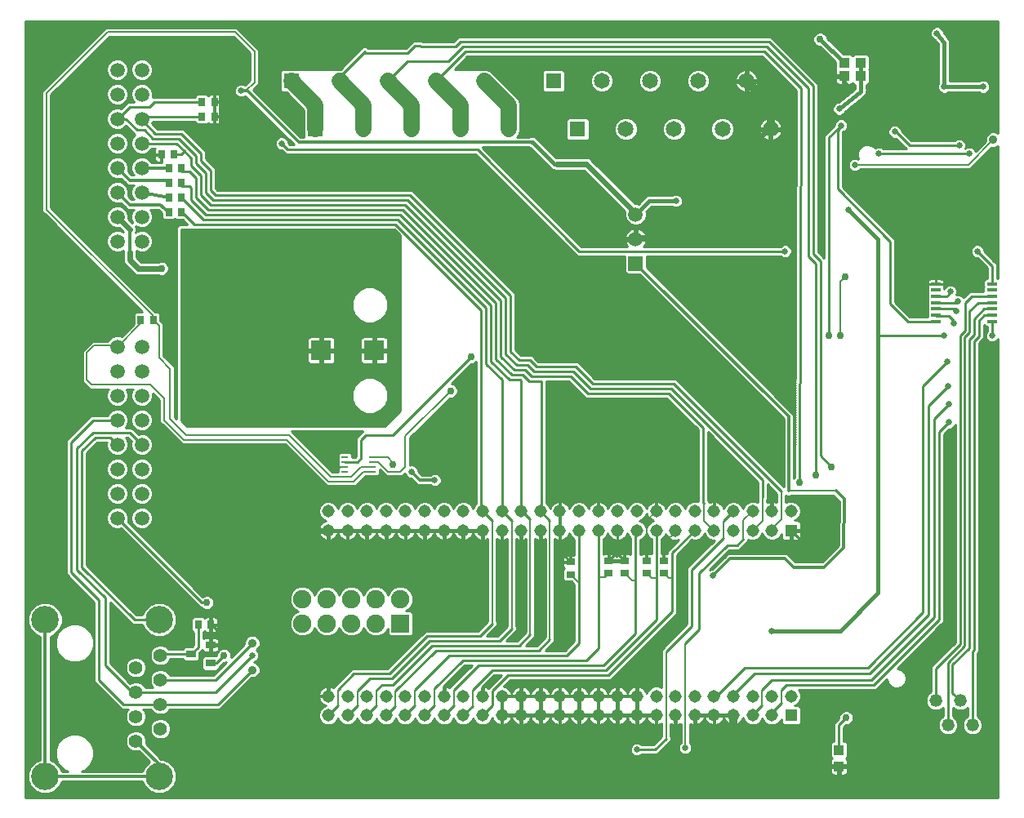
<source format=gbl>
G75*
%MOIN*%
%OFA0B0*%
%FSLAX25Y25*%
%IPPOS*%
%LPD*%
%AMOC8*
5,1,8,0,0,1.08239X$1,22.5*
%
%ADD10R,0.05150X0.05150*%
%ADD11C,0.05150*%
%ADD12R,0.07500X0.07500*%
%ADD13C,0.07500*%
%ADD14R,0.05937X0.05937*%
%ADD15C,0.05937*%
%ADD16R,0.06496X0.06496*%
%ADD17C,0.06496*%
%ADD18R,0.02756X0.03543*%
%ADD19R,0.04331X0.03937*%
%ADD20C,0.05543*%
%ADD21C,0.11220*%
%ADD22R,0.08268X0.08268*%
%ADD23R,0.03900X0.01200*%
%ADD24C,0.05200*%
%ADD25R,0.03843X0.03150*%
%ADD26R,0.03937X0.04331*%
%ADD27R,0.03543X0.02756*%
%ADD28R,0.02559X0.00984*%
%ADD29C,0.02400*%
%ADD30C,0.02500*%
%ADD31C,0.01600*%
%ADD32C,0.01200*%
%ADD33C,0.01000*%
%ADD34C,0.00700*%
%ADD35C,0.16500*%
%ADD36C,0.03200*%
%ADD37C,0.02969*%
%ADD38C,0.05315*%
%ADD39C,0.04724*%
%ADD40C,0.03543*%
%ADD41C,0.06600*%
%ADD42C,0.00800*%
%ADD43C,0.06500*%
D10*
X0324538Y0036000D03*
X0324538Y0111500D03*
D11*
X0316664Y0111500D03*
X0308790Y0111500D03*
X0300916Y0111500D03*
X0293042Y0111500D03*
X0285168Y0111500D03*
X0277294Y0111500D03*
X0269420Y0111500D03*
X0261546Y0111500D03*
X0253672Y0111500D03*
X0245798Y0111500D03*
X0237924Y0111500D03*
X0230050Y0111500D03*
X0222176Y0111500D03*
X0214302Y0111500D03*
X0206428Y0111500D03*
X0198554Y0111500D03*
X0190680Y0111500D03*
X0182806Y0111500D03*
X0174931Y0111500D03*
X0167057Y0111500D03*
X0159183Y0111500D03*
X0151309Y0111500D03*
X0143435Y0111500D03*
X0135561Y0111500D03*
X0135561Y0119374D03*
X0143435Y0119374D03*
X0151309Y0119374D03*
X0159183Y0119374D03*
X0167057Y0119374D03*
X0174931Y0119374D03*
X0182806Y0119374D03*
X0190680Y0119374D03*
X0198554Y0119374D03*
X0206428Y0119374D03*
X0214302Y0119374D03*
X0222176Y0119374D03*
X0230050Y0119374D03*
X0237924Y0119374D03*
X0245798Y0119374D03*
X0253672Y0119374D03*
X0261546Y0119374D03*
X0269420Y0119374D03*
X0277294Y0119374D03*
X0285168Y0119374D03*
X0293042Y0119374D03*
X0300916Y0119374D03*
X0308790Y0119374D03*
X0316664Y0119374D03*
X0324538Y0119374D03*
X0324538Y0043874D03*
X0316664Y0043874D03*
X0316664Y0036000D03*
X0308790Y0036000D03*
X0300916Y0036000D03*
X0300916Y0043874D03*
X0308790Y0043874D03*
X0293042Y0043874D03*
X0293042Y0036000D03*
X0285168Y0036000D03*
X0285168Y0043874D03*
X0277294Y0043874D03*
X0277294Y0036000D03*
X0269420Y0036000D03*
X0269420Y0043874D03*
X0261546Y0043874D03*
X0261546Y0036000D03*
X0253672Y0036000D03*
X0253672Y0043874D03*
X0245798Y0043874D03*
X0245798Y0036000D03*
X0237924Y0036000D03*
X0237924Y0043874D03*
X0230050Y0043874D03*
X0230050Y0036000D03*
X0222176Y0036000D03*
X0214302Y0036000D03*
X0214302Y0043874D03*
X0222176Y0043874D03*
X0206428Y0043874D03*
X0206428Y0036000D03*
X0198554Y0036000D03*
X0198554Y0043874D03*
X0190680Y0043874D03*
X0190680Y0036000D03*
X0182806Y0036000D03*
X0182806Y0043874D03*
X0174931Y0043874D03*
X0167057Y0043874D03*
X0159183Y0043874D03*
X0151309Y0043874D03*
X0143435Y0043874D03*
X0135561Y0043874D03*
X0135561Y0036000D03*
X0143435Y0036000D03*
X0151309Y0036000D03*
X0159183Y0036000D03*
X0167057Y0036000D03*
X0174931Y0036000D03*
D12*
X0165038Y0073500D03*
D13*
X0165038Y0083500D03*
X0155038Y0083500D03*
X0145038Y0083500D03*
X0145038Y0073500D03*
X0155038Y0073500D03*
X0135038Y0073500D03*
X0125038Y0073500D03*
X0125038Y0083500D03*
X0135038Y0083500D03*
D14*
X0261038Y0220500D03*
D15*
X0261038Y0230500D03*
X0261038Y0240500D03*
X0059538Y0239500D03*
X0049538Y0239500D03*
X0049538Y0229500D03*
X0059538Y0229500D03*
X0059538Y0249500D03*
X0049538Y0249500D03*
X0049538Y0259500D03*
X0059538Y0259500D03*
X0059538Y0269500D03*
X0049538Y0269500D03*
X0049538Y0279500D03*
X0059538Y0279500D03*
X0059538Y0289500D03*
X0049538Y0289500D03*
X0049538Y0299500D03*
X0059538Y0299500D03*
X0059538Y0186500D03*
X0049538Y0186500D03*
X0049538Y0176500D03*
X0059538Y0176500D03*
X0059538Y0166500D03*
X0049538Y0166500D03*
X0049538Y0156500D03*
X0059538Y0156500D03*
X0059538Y0146500D03*
X0049538Y0146500D03*
X0049538Y0136500D03*
X0059538Y0136500D03*
X0059538Y0126500D03*
X0049538Y0126500D03*
X0049538Y0116500D03*
X0059538Y0116500D03*
D16*
X0130380Y0275315D03*
X0120538Y0295000D03*
X0227538Y0295000D03*
X0237380Y0275315D03*
D17*
X0257065Y0275315D03*
X0276750Y0275315D03*
X0296435Y0275315D03*
X0316120Y0275315D03*
X0306278Y0295000D03*
X0286593Y0295000D03*
X0266908Y0295000D03*
X0247223Y0295000D03*
X0209120Y0275315D03*
X0189435Y0275315D03*
X0169750Y0275315D03*
X0150065Y0275315D03*
X0140223Y0295000D03*
X0159908Y0295000D03*
X0179593Y0295000D03*
X0199278Y0295000D03*
D18*
X0089097Y0286500D03*
X0083979Y0286500D03*
X0083979Y0280500D03*
X0089097Y0280500D03*
X0072597Y0265000D03*
X0067479Y0265000D03*
X0070479Y0259500D03*
X0075597Y0259500D03*
X0075597Y0253500D03*
X0070479Y0253500D03*
X0070479Y0247500D03*
X0075597Y0247500D03*
X0075597Y0241500D03*
X0070479Y0241500D03*
X0064097Y0197500D03*
X0058979Y0197500D03*
X0082479Y0073000D03*
X0087597Y0073000D03*
D19*
X0346191Y0297000D03*
X0346191Y0302500D03*
X0352884Y0302500D03*
X0352884Y0297000D03*
D20*
X0067038Y0060500D03*
X0067038Y0050500D03*
X0067038Y0040500D03*
X0067038Y0030500D03*
X0057038Y0025500D03*
X0057038Y0035500D03*
X0057038Y0045500D03*
X0057038Y0055500D03*
D21*
X0066526Y0075000D03*
X0020038Y0075000D03*
X0020038Y0011000D03*
X0066526Y0011000D03*
D22*
X0132711Y0185000D03*
X0154365Y0185000D03*
D23*
X0383550Y0196823D03*
X0383550Y0199382D03*
X0383550Y0201941D03*
X0383550Y0204500D03*
X0383550Y0207059D03*
X0383550Y0209618D03*
X0383550Y0212177D03*
X0406525Y0212177D03*
X0406525Y0209618D03*
X0406525Y0207059D03*
X0406525Y0204500D03*
X0406525Y0201941D03*
X0406525Y0199382D03*
X0406525Y0196823D03*
D24*
X0393538Y0042000D03*
X0383538Y0042000D03*
X0388538Y0032000D03*
X0398538Y0032000D03*
D25*
X0087475Y0057260D03*
X0079601Y0061000D03*
X0087475Y0064740D03*
D26*
X0344038Y0021846D03*
X0344038Y0015154D03*
D27*
X0272538Y0093941D03*
X0272538Y0099059D03*
X0265538Y0099059D03*
X0265538Y0093941D03*
X0256538Y0093941D03*
X0256538Y0099059D03*
X0250038Y0099059D03*
X0250038Y0093941D03*
X0234538Y0093441D03*
X0234538Y0098559D03*
D28*
X0153746Y0135547D03*
X0153746Y0137516D03*
X0153746Y0139484D03*
X0153746Y0141453D03*
X0142329Y0141453D03*
X0142329Y0139484D03*
X0142329Y0137516D03*
X0142329Y0135547D03*
D29*
X0135538Y0111500D02*
X0128038Y0111500D01*
X0110038Y0129500D01*
X0067538Y0218500D02*
X0058038Y0218500D01*
X0054538Y0222000D01*
X0054538Y0225000D01*
X0054538Y0234500D02*
X0049538Y0239500D01*
X0091138Y0303000D02*
X0091638Y0303000D01*
X0229038Y0261000D02*
X0241038Y0261000D01*
X0261038Y0241000D01*
X0261038Y0240500D01*
X0261691Y0231154D02*
X0261038Y0230500D01*
X0239538Y0230500D01*
X0261691Y0231154D02*
X0271038Y0231154D01*
X0314884Y0275000D01*
X0316038Y0275000D01*
X0316538Y0275500D01*
X0316538Y0285000D01*
X0306538Y0295000D01*
X0306278Y0295000D01*
D30*
X0344163Y0283625D03*
X0348038Y0292500D03*
X0344913Y0276875D03*
X0360288Y0265250D03*
X0350538Y0260750D03*
X0348038Y0242500D03*
X0322038Y0225500D03*
X0277538Y0246000D03*
X0366788Y0274250D03*
X0387038Y0292581D03*
X0402913Y0292581D03*
X0393163Y0268625D03*
X0397288Y0265250D03*
X0400538Y0225500D03*
X0389538Y0209000D03*
X0392538Y0205000D03*
X0392038Y0201000D03*
X0391038Y0196000D03*
X0387038Y0191000D03*
X0388413Y0180500D03*
X0388538Y0170500D03*
X0388788Y0163000D03*
X0388913Y0155625D03*
X0406538Y0191000D03*
X0328038Y0102000D03*
X0292538Y0093000D03*
X0316538Y0070500D03*
X0281288Y0022750D03*
X0261538Y0022000D03*
X0179038Y0132000D03*
X0169538Y0135500D03*
X0104538Y0060500D03*
X0043538Y0142000D03*
X0116538Y0269500D03*
X0100038Y0291000D03*
X0384038Y0314500D03*
D31*
X0387038Y0310831D01*
X0387038Y0292581D01*
X0402913Y0292581D01*
X0353038Y0290750D02*
X0353038Y0296846D01*
X0352884Y0297000D01*
X0352884Y0302500D01*
X0346191Y0302500D02*
X0336384Y0312000D01*
X0339384Y0297000D02*
X0346191Y0297000D01*
X0346191Y0294346D01*
X0348038Y0292500D01*
X0353038Y0290750D02*
X0344163Y0283625D01*
X0348038Y0242500D02*
X0360038Y0230500D01*
X0360038Y0191000D01*
X0360038Y0086000D01*
X0344538Y0070500D01*
X0316538Y0070500D01*
X0261038Y0240500D02*
X0266538Y0246000D01*
X0277538Y0246000D01*
X0229038Y0261000D02*
X0228038Y0261000D01*
X0219038Y0270000D01*
X0218538Y0270000D01*
X0097038Y0141500D02*
X0065038Y0141500D01*
D32*
X0020038Y0075000D02*
X0020038Y0011000D01*
X0066526Y0011000D01*
X0066526Y0016012D01*
X0057038Y0025500D01*
X0169538Y0135500D02*
X0173038Y0132000D01*
X0179038Y0132000D01*
X0292538Y0093000D02*
X0299538Y0100000D01*
X0322038Y0100000D01*
X0325538Y0096500D01*
X0338038Y0096500D01*
X0346038Y0104500D01*
X0346288Y0124250D01*
X0342788Y0127625D01*
X0323538Y0127625D02*
X0323538Y0158000D01*
X0261038Y0220500D01*
X0218538Y0270000D02*
X0123538Y0270000D01*
X0102538Y0291000D01*
X0102038Y0291000D01*
X0100038Y0291000D01*
X0070479Y0259500D02*
X0059538Y0259500D01*
X0054538Y0254500D02*
X0069479Y0254500D01*
X0070479Y0253500D01*
X0070479Y0247500D02*
X0059538Y0249500D01*
X0054538Y0244500D02*
X0066979Y0244500D01*
X0070479Y0241500D01*
X0075597Y0241500D02*
X0076038Y0241500D01*
X0081038Y0236500D01*
X0054538Y0234500D02*
X0054538Y0225000D01*
X0054538Y0244500D02*
X0049538Y0249500D01*
X0054538Y0254500D02*
X0049538Y0259500D01*
D33*
X0012038Y0319500D02*
X0012038Y0002500D01*
X0409038Y0002500D01*
X0409038Y0189849D01*
X0408869Y0189442D01*
X0408096Y0188669D01*
X0407085Y0188250D01*
X0405991Y0188250D01*
X0404980Y0188669D01*
X0404206Y0189442D01*
X0403788Y0190453D01*
X0403788Y0191547D01*
X0404206Y0192558D01*
X0404525Y0192876D01*
X0404525Y0194723D01*
X0403954Y0194723D01*
X0403163Y0195514D01*
X0403163Y0189922D01*
X0401163Y0187922D01*
X0401163Y0063075D01*
X0401322Y0062597D01*
X0401163Y0062278D01*
X0401163Y0061922D01*
X0401038Y0061797D01*
X0401038Y0061672D01*
X0400681Y0061315D01*
X0400538Y0061028D01*
X0400538Y0035609D01*
X0400860Y0035476D01*
X0402014Y0034322D01*
X0402638Y0032816D01*
X0402638Y0031184D01*
X0402014Y0029678D01*
X0400860Y0028524D01*
X0399353Y0027900D01*
X0397722Y0027900D01*
X0396215Y0028524D01*
X0395062Y0029678D01*
X0394438Y0031184D01*
X0394438Y0032816D01*
X0395062Y0034322D01*
X0396215Y0035476D01*
X0396538Y0035609D01*
X0396538Y0039202D01*
X0395860Y0038524D01*
X0394353Y0037900D01*
X0392722Y0037900D01*
X0391215Y0038524D01*
X0390538Y0039202D01*
X0390538Y0035609D01*
X0390860Y0035476D01*
X0392014Y0034322D01*
X0392638Y0032816D01*
X0392638Y0031184D01*
X0392014Y0029678D01*
X0390860Y0028524D01*
X0389353Y0027900D01*
X0387722Y0027900D01*
X0386215Y0028524D01*
X0385062Y0029678D01*
X0384438Y0031184D01*
X0384438Y0032816D01*
X0385062Y0034322D01*
X0386215Y0035476D01*
X0386538Y0035609D01*
X0386538Y0039202D01*
X0385860Y0038524D01*
X0384353Y0037900D01*
X0382722Y0037900D01*
X0381215Y0038524D01*
X0380062Y0039678D01*
X0379438Y0041184D01*
X0379438Y0042816D01*
X0380062Y0044322D01*
X0381215Y0045476D01*
X0381538Y0045609D01*
X0381538Y0055828D01*
X0382709Y0057000D01*
X0391538Y0065828D01*
X0391538Y0154776D01*
X0391244Y0154067D01*
X0390471Y0153294D01*
X0389460Y0152875D01*
X0388991Y0152875D01*
X0386913Y0150797D01*
X0386913Y0074172D01*
X0385741Y0073000D01*
X0367791Y0055050D01*
X0368333Y0055050D01*
X0369804Y0054441D01*
X0370929Y0053316D01*
X0371538Y0051846D01*
X0371538Y0050254D01*
X0370929Y0048784D01*
X0369804Y0047659D01*
X0368333Y0047050D01*
X0366742Y0047050D01*
X0365272Y0047659D01*
X0364147Y0048784D01*
X0363538Y0050254D01*
X0363538Y0050797D01*
X0359241Y0046500D01*
X0327674Y0046500D01*
X0327992Y0046182D01*
X0328613Y0044685D01*
X0328613Y0043063D01*
X0327992Y0041566D01*
X0326846Y0040420D01*
X0326014Y0040075D01*
X0327734Y0040075D01*
X0328613Y0039196D01*
X0328613Y0032804D01*
X0327734Y0031925D01*
X0321342Y0031925D01*
X0320463Y0032804D01*
X0320463Y0034524D01*
X0320118Y0033692D01*
X0318972Y0032546D01*
X0317474Y0031925D01*
X0315853Y0031925D01*
X0314356Y0032546D01*
X0313209Y0033692D01*
X0312727Y0034857D01*
X0312244Y0033692D01*
X0311098Y0032546D01*
X0309600Y0031925D01*
X0307979Y0031925D01*
X0306482Y0032546D01*
X0305335Y0033692D01*
X0304839Y0034889D01*
X0304692Y0034436D01*
X0304401Y0033864D01*
X0304024Y0033345D01*
X0303570Y0032892D01*
X0303051Y0032515D01*
X0302480Y0032224D01*
X0301870Y0032026D01*
X0301236Y0031925D01*
X0301203Y0031925D01*
X0301203Y0035713D01*
X0300628Y0035713D01*
X0293329Y0035713D01*
X0293329Y0036287D01*
X0296841Y0036287D01*
X0300628Y0036287D01*
X0300628Y0035713D01*
X0300628Y0031925D01*
X0300595Y0031925D01*
X0299962Y0032026D01*
X0299352Y0032224D01*
X0298780Y0032515D01*
X0298261Y0032892D01*
X0297808Y0033345D01*
X0297431Y0033864D01*
X0297139Y0034436D01*
X0296979Y0034931D01*
X0296818Y0034436D01*
X0296527Y0033864D01*
X0296150Y0033345D01*
X0295696Y0032892D01*
X0295177Y0032515D01*
X0294606Y0032224D01*
X0293996Y0032026D01*
X0293362Y0031925D01*
X0293329Y0031925D01*
X0293329Y0035713D01*
X0292754Y0035713D01*
X0285455Y0035713D01*
X0285455Y0036287D01*
X0288967Y0036287D01*
X0292754Y0036287D01*
X0292754Y0035713D01*
X0292754Y0031925D01*
X0292721Y0031925D01*
X0292088Y0032026D01*
X0291478Y0032224D01*
X0290906Y0032515D01*
X0290387Y0032892D01*
X0289934Y0033345D01*
X0289557Y0033864D01*
X0289265Y0034436D01*
X0289105Y0034931D01*
X0288944Y0034436D01*
X0288653Y0033864D01*
X0288276Y0033345D01*
X0287822Y0032892D01*
X0287303Y0032515D01*
X0286732Y0032224D01*
X0286122Y0032026D01*
X0285488Y0031925D01*
X0285455Y0031925D01*
X0285455Y0035713D01*
X0284880Y0035713D01*
X0284880Y0031925D01*
X0284847Y0031925D01*
X0284214Y0032026D01*
X0283604Y0032224D01*
X0283138Y0032461D01*
X0283138Y0024789D01*
X0283619Y0024308D01*
X0284038Y0023297D01*
X0284038Y0022203D01*
X0283619Y0021192D01*
X0282846Y0020419D01*
X0281835Y0020000D01*
X0280741Y0020000D01*
X0279730Y0020419D01*
X0278956Y0021192D01*
X0278538Y0022203D01*
X0278538Y0023297D01*
X0278956Y0024308D01*
X0279438Y0024789D01*
X0279438Y0032521D01*
X0279429Y0032515D01*
X0278858Y0032224D01*
X0278248Y0032026D01*
X0277614Y0031925D01*
X0277581Y0031925D01*
X0277581Y0035713D01*
X0277006Y0035713D01*
X0277006Y0031925D01*
X0276973Y0031925D01*
X0276340Y0032026D01*
X0275730Y0032224D01*
X0275388Y0032398D01*
X0275388Y0027478D01*
X0275538Y0027328D01*
X0275538Y0025672D01*
X0269866Y0020000D01*
X0263427Y0020000D01*
X0263096Y0019669D01*
X0262085Y0019250D01*
X0260991Y0019250D01*
X0259980Y0019669D01*
X0259206Y0020442D01*
X0258788Y0021453D01*
X0258788Y0022547D01*
X0259206Y0023558D01*
X0259980Y0024331D01*
X0260991Y0024750D01*
X0262085Y0024750D01*
X0263096Y0024331D01*
X0263427Y0024000D01*
X0268209Y0024000D01*
X0271688Y0027478D01*
X0271688Y0032611D01*
X0271555Y0032515D01*
X0270984Y0032224D01*
X0270374Y0032026D01*
X0269740Y0031925D01*
X0269707Y0031925D01*
X0269707Y0035713D01*
X0269132Y0035713D01*
X0261833Y0035713D01*
X0261833Y0036287D01*
X0265620Y0036287D01*
X0269132Y0036287D01*
X0269132Y0035713D01*
X0269132Y0031925D01*
X0269099Y0031925D01*
X0268465Y0032026D01*
X0267855Y0032224D01*
X0267284Y0032515D01*
X0266765Y0032892D01*
X0266312Y0033345D01*
X0265935Y0033864D01*
X0265643Y0034436D01*
X0265483Y0034931D01*
X0265322Y0034436D01*
X0265031Y0033864D01*
X0264654Y0033345D01*
X0264200Y0032892D01*
X0263681Y0032515D01*
X0263110Y0032224D01*
X0262500Y0032026D01*
X0261866Y0031925D01*
X0261833Y0031925D01*
X0261833Y0035713D01*
X0261258Y0035713D01*
X0253959Y0035713D01*
X0253959Y0036287D01*
X0257746Y0036287D01*
X0261258Y0036287D01*
X0261258Y0035713D01*
X0261258Y0031925D01*
X0261225Y0031925D01*
X0260591Y0032026D01*
X0259981Y0032224D01*
X0259410Y0032515D01*
X0258891Y0032892D01*
X0258438Y0033345D01*
X0258061Y0033864D01*
X0257769Y0034436D01*
X0257609Y0034931D01*
X0257448Y0034436D01*
X0257157Y0033864D01*
X0256780Y0033345D01*
X0256326Y0032892D01*
X0255807Y0032515D01*
X0255236Y0032224D01*
X0254626Y0032026D01*
X0253992Y0031925D01*
X0253959Y0031925D01*
X0253959Y0035713D01*
X0253384Y0035713D01*
X0246085Y0035713D01*
X0246085Y0036287D01*
X0249597Y0036287D01*
X0253384Y0036287D01*
X0253384Y0035713D01*
X0253384Y0031925D01*
X0253351Y0031925D01*
X0252717Y0032026D01*
X0252107Y0032224D01*
X0251536Y0032515D01*
X0251017Y0032892D01*
X0250564Y0033345D01*
X0250187Y0033864D01*
X0249895Y0034436D01*
X0249735Y0034931D01*
X0249574Y0034436D01*
X0249283Y0033864D01*
X0248906Y0033345D01*
X0248452Y0032892D01*
X0247933Y0032515D01*
X0247362Y0032224D01*
X0246752Y0032026D01*
X0246118Y0031925D01*
X0246085Y0031925D01*
X0246085Y0035713D01*
X0245510Y0035713D01*
X0238211Y0035713D01*
X0238211Y0036287D01*
X0241998Y0036287D01*
X0245510Y0036287D01*
X0245510Y0035713D01*
X0245510Y0031925D01*
X0245477Y0031925D01*
X0244843Y0032026D01*
X0244233Y0032224D01*
X0243662Y0032515D01*
X0243143Y0032892D01*
X0242690Y0033345D01*
X0242313Y0033864D01*
X0242021Y0034436D01*
X0241861Y0034931D01*
X0241700Y0034436D01*
X0241409Y0033864D01*
X0241032Y0033345D01*
X0240578Y0032892D01*
X0240059Y0032515D01*
X0239488Y0032224D01*
X0238878Y0032026D01*
X0238244Y0031925D01*
X0238211Y0031925D01*
X0238211Y0035713D01*
X0237636Y0035713D01*
X0230337Y0035713D01*
X0230337Y0036287D01*
X0234124Y0036287D01*
X0237636Y0036287D01*
X0237636Y0035713D01*
X0237636Y0031925D01*
X0237603Y0031925D01*
X0236969Y0032026D01*
X0236359Y0032224D01*
X0235788Y0032515D01*
X0235269Y0032892D01*
X0234816Y0033345D01*
X0234439Y0033864D01*
X0234147Y0034436D01*
X0233987Y0034931D01*
X0233826Y0034436D01*
X0233535Y0033864D01*
X0233158Y0033345D01*
X0232704Y0032892D01*
X0232185Y0032515D01*
X0231614Y0032224D01*
X0231004Y0032026D01*
X0230370Y0031925D01*
X0230337Y0031925D01*
X0230337Y0035713D01*
X0229762Y0035713D01*
X0222463Y0035713D01*
X0222463Y0036287D01*
X0225975Y0036287D01*
X0229762Y0036287D01*
X0229762Y0035713D01*
X0229762Y0031925D01*
X0229729Y0031925D01*
X0229095Y0032026D01*
X0228485Y0032224D01*
X0227914Y0032515D01*
X0227395Y0032892D01*
X0226942Y0033345D01*
X0226565Y0033864D01*
X0226273Y0034436D01*
X0226113Y0034931D01*
X0225952Y0034436D01*
X0225661Y0033864D01*
X0225284Y0033345D01*
X0224830Y0032892D01*
X0224311Y0032515D01*
X0223740Y0032224D01*
X0223130Y0032026D01*
X0222496Y0031925D01*
X0222463Y0031925D01*
X0222463Y0035713D01*
X0221888Y0035713D01*
X0214589Y0035713D01*
X0214589Y0036287D01*
X0218376Y0036287D01*
X0221888Y0036287D01*
X0221888Y0035713D01*
X0221888Y0031925D01*
X0221855Y0031925D01*
X0221221Y0032026D01*
X0220611Y0032224D01*
X0220040Y0032515D01*
X0219521Y0032892D01*
X0219068Y0033345D01*
X0218691Y0033864D01*
X0218399Y0034436D01*
X0218239Y0034931D01*
X0218078Y0034436D01*
X0217787Y0033864D01*
X0217410Y0033345D01*
X0216956Y0032892D01*
X0216437Y0032515D01*
X0215866Y0032224D01*
X0215256Y0032026D01*
X0214622Y0031925D01*
X0214589Y0031925D01*
X0214589Y0035713D01*
X0214014Y0035713D01*
X0206715Y0035713D01*
X0206715Y0036287D01*
X0210502Y0036287D01*
X0214014Y0036287D01*
X0214014Y0035713D01*
X0214014Y0031925D01*
X0213981Y0031925D01*
X0213347Y0032026D01*
X0212737Y0032224D01*
X0212166Y0032515D01*
X0211647Y0032892D01*
X0211193Y0033345D01*
X0210816Y0033864D01*
X0210525Y0034436D01*
X0210365Y0034931D01*
X0210204Y0034436D01*
X0209913Y0033864D01*
X0209536Y0033345D01*
X0209082Y0032892D01*
X0208563Y0032515D01*
X0207992Y0032224D01*
X0207382Y0032026D01*
X0206748Y0031925D01*
X0206715Y0031925D01*
X0206715Y0035713D01*
X0206140Y0035713D01*
X0206140Y0031925D01*
X0206107Y0031925D01*
X0205473Y0032026D01*
X0204863Y0032224D01*
X0204292Y0032515D01*
X0203773Y0032892D01*
X0203319Y0033345D01*
X0202942Y0033864D01*
X0202651Y0034436D01*
X0202504Y0034889D01*
X0202008Y0033692D01*
X0200862Y0032546D01*
X0199364Y0031925D01*
X0197743Y0031925D01*
X0196245Y0032546D01*
X0195099Y0033692D01*
X0194617Y0034857D01*
X0194134Y0033692D01*
X0192988Y0032546D01*
X0191490Y0031925D01*
X0189869Y0031925D01*
X0188371Y0032546D01*
X0187225Y0033692D01*
X0186743Y0034857D01*
X0186260Y0033692D01*
X0185114Y0032546D01*
X0183616Y0031925D01*
X0181995Y0031925D01*
X0180497Y0032546D01*
X0179351Y0033692D01*
X0178869Y0034857D01*
X0178386Y0033692D01*
X0177240Y0032546D01*
X0175742Y0031925D01*
X0174121Y0031925D01*
X0172623Y0032546D01*
X0171477Y0033692D01*
X0170994Y0034857D01*
X0170512Y0033692D01*
X0169366Y0032546D01*
X0167868Y0031925D01*
X0166247Y0031925D01*
X0164749Y0032546D01*
X0163603Y0033692D01*
X0163120Y0034857D01*
X0162638Y0033692D01*
X0161492Y0032546D01*
X0159994Y0031925D01*
X0158373Y0031925D01*
X0156875Y0032546D01*
X0155729Y0033692D01*
X0155246Y0034857D01*
X0154764Y0033692D01*
X0153618Y0032546D01*
X0152120Y0031925D01*
X0150499Y0031925D01*
X0149001Y0032546D01*
X0147855Y0033692D01*
X0147372Y0034857D01*
X0146890Y0033692D01*
X0145744Y0032546D01*
X0144246Y0031925D01*
X0142625Y0031925D01*
X0141127Y0032546D01*
X0139981Y0033692D01*
X0139498Y0034857D01*
X0139016Y0033692D01*
X0137870Y0032546D01*
X0136372Y0031925D01*
X0134751Y0031925D01*
X0133253Y0032546D01*
X0132107Y0033692D01*
X0131487Y0035189D01*
X0131487Y0036811D01*
X0132107Y0038308D01*
X0133253Y0039454D01*
X0134451Y0039950D01*
X0133997Y0040098D01*
X0133426Y0040389D01*
X0132907Y0040766D01*
X0132453Y0041219D01*
X0132076Y0041738D01*
X0131785Y0042310D01*
X0131587Y0042920D01*
X0131487Y0043553D01*
X0131487Y0043587D01*
X0135274Y0043587D01*
X0135274Y0044161D01*
X0131487Y0044161D01*
X0131487Y0044195D01*
X0131587Y0044828D01*
X0131785Y0045438D01*
X0132076Y0046010D01*
X0132453Y0046529D01*
X0132907Y0046982D01*
X0133426Y0047359D01*
X0133997Y0047650D01*
X0134607Y0047848D01*
X0135241Y0047949D01*
X0135274Y0047949D01*
X0135274Y0044161D01*
X0135849Y0044161D01*
X0135849Y0047949D01*
X0135882Y0047949D01*
X0136516Y0047848D01*
X0137126Y0047650D01*
X0137612Y0047402D01*
X0145209Y0055000D01*
X0159709Y0055000D01*
X0175209Y0070500D01*
X0196709Y0070500D01*
X0200688Y0074478D01*
X0200688Y0108014D01*
X0200118Y0107724D01*
X0199508Y0107526D01*
X0198874Y0107425D01*
X0198841Y0107425D01*
X0198841Y0111213D01*
X0198266Y0111213D01*
X0190967Y0111213D01*
X0190967Y0111787D01*
X0194754Y0111787D01*
X0198266Y0111787D01*
X0198266Y0111213D01*
X0198266Y0107425D01*
X0198233Y0107425D01*
X0197599Y0107526D01*
X0196989Y0107724D01*
X0196418Y0108015D01*
X0195899Y0108392D01*
X0195445Y0108845D01*
X0195068Y0109364D01*
X0194777Y0109936D01*
X0194617Y0110431D01*
X0194456Y0109936D01*
X0194165Y0109364D01*
X0193788Y0108845D01*
X0193334Y0108392D01*
X0192815Y0108015D01*
X0192244Y0107724D01*
X0191634Y0107526D01*
X0191000Y0107425D01*
X0190967Y0107425D01*
X0190967Y0111213D01*
X0190392Y0111213D01*
X0183093Y0111213D01*
X0183093Y0111787D01*
X0186880Y0111787D01*
X0190392Y0111787D01*
X0190392Y0111213D01*
X0190392Y0107425D01*
X0190359Y0107425D01*
X0189725Y0107526D01*
X0189115Y0107724D01*
X0188544Y0108015D01*
X0188025Y0108392D01*
X0187571Y0108845D01*
X0187194Y0109364D01*
X0186903Y0109936D01*
X0186743Y0110431D01*
X0186582Y0109936D01*
X0186291Y0109364D01*
X0185914Y0108845D01*
X0185460Y0108392D01*
X0184941Y0108015D01*
X0184370Y0107724D01*
X0183760Y0107526D01*
X0183126Y0107425D01*
X0183093Y0107425D01*
X0183093Y0111213D01*
X0182518Y0111213D01*
X0175219Y0111213D01*
X0175219Y0111787D01*
X0178731Y0111787D01*
X0182518Y0111787D01*
X0182518Y0111213D01*
X0182518Y0107425D01*
X0182485Y0107425D01*
X0181851Y0107526D01*
X0181241Y0107724D01*
X0180670Y0108015D01*
X0180151Y0108392D01*
X0179697Y0108845D01*
X0179320Y0109364D01*
X0179029Y0109936D01*
X0178868Y0110431D01*
X0178708Y0109936D01*
X0178417Y0109364D01*
X0178040Y0108845D01*
X0177586Y0108392D01*
X0177067Y0108015D01*
X0176496Y0107724D01*
X0175886Y0107526D01*
X0175252Y0107425D01*
X0175219Y0107425D01*
X0175219Y0111213D01*
X0174644Y0111213D01*
X0167345Y0111213D01*
X0167345Y0111787D01*
X0171132Y0111787D01*
X0174644Y0111787D01*
X0174644Y0111213D01*
X0174644Y0107425D01*
X0174611Y0107425D01*
X0173977Y0107526D01*
X0173367Y0107724D01*
X0172796Y0108015D01*
X0172277Y0108392D01*
X0171823Y0108845D01*
X0171446Y0109364D01*
X0171155Y0109936D01*
X0170994Y0110431D01*
X0170834Y0109936D01*
X0170543Y0109364D01*
X0170166Y0108845D01*
X0169712Y0108392D01*
X0169193Y0108015D01*
X0168622Y0107724D01*
X0168012Y0107526D01*
X0167378Y0107425D01*
X0167345Y0107425D01*
X0167345Y0111213D01*
X0166770Y0111213D01*
X0159471Y0111213D01*
X0159471Y0111787D01*
X0163258Y0111787D01*
X0166770Y0111787D01*
X0166770Y0111213D01*
X0166770Y0107425D01*
X0166737Y0107425D01*
X0166103Y0107526D01*
X0165493Y0107724D01*
X0164922Y0108015D01*
X0164403Y0108392D01*
X0163949Y0108845D01*
X0163572Y0109364D01*
X0163281Y0109936D01*
X0163120Y0110431D01*
X0162960Y0109936D01*
X0162669Y0109364D01*
X0162292Y0108845D01*
X0161838Y0108392D01*
X0161319Y0108015D01*
X0160748Y0107724D01*
X0160138Y0107526D01*
X0159504Y0107425D01*
X0159471Y0107425D01*
X0159471Y0111213D01*
X0158896Y0111213D01*
X0151597Y0111213D01*
X0151597Y0111787D01*
X0155384Y0111787D01*
X0158896Y0111787D01*
X0158896Y0111213D01*
X0158896Y0107425D01*
X0158863Y0107425D01*
X0158229Y0107526D01*
X0157619Y0107724D01*
X0157048Y0108015D01*
X0156529Y0108392D01*
X0156075Y0108845D01*
X0155698Y0109364D01*
X0155407Y0109936D01*
X0155246Y0110431D01*
X0155086Y0109936D01*
X0154795Y0109364D01*
X0154418Y0108845D01*
X0153964Y0108392D01*
X0153445Y0108015D01*
X0152874Y0107724D01*
X0152264Y0107526D01*
X0151630Y0107425D01*
X0151597Y0107425D01*
X0151597Y0111213D01*
X0151022Y0111213D01*
X0143723Y0111213D01*
X0143723Y0111787D01*
X0147510Y0111787D01*
X0151022Y0111787D01*
X0151022Y0111213D01*
X0151022Y0107425D01*
X0150989Y0107425D01*
X0150355Y0107526D01*
X0149745Y0107724D01*
X0149174Y0108015D01*
X0148655Y0108392D01*
X0148201Y0108845D01*
X0147824Y0109364D01*
X0147533Y0109936D01*
X0147372Y0110431D01*
X0147212Y0109936D01*
X0146921Y0109364D01*
X0146544Y0108845D01*
X0146090Y0108392D01*
X0145571Y0108015D01*
X0145000Y0107724D01*
X0144390Y0107526D01*
X0143756Y0107425D01*
X0143723Y0107425D01*
X0143723Y0111213D01*
X0143148Y0111213D01*
X0135849Y0111213D01*
X0135849Y0111787D01*
X0139636Y0111787D01*
X0143148Y0111787D01*
X0143148Y0111213D01*
X0143148Y0107425D01*
X0143115Y0107425D01*
X0142481Y0107526D01*
X0141871Y0107724D01*
X0141300Y0108015D01*
X0140781Y0108392D01*
X0140327Y0108845D01*
X0139950Y0109364D01*
X0139659Y0109936D01*
X0139498Y0110431D01*
X0139338Y0109936D01*
X0139046Y0109364D01*
X0138669Y0108845D01*
X0138216Y0108392D01*
X0137697Y0108015D01*
X0137126Y0107724D01*
X0136516Y0107526D01*
X0135882Y0107425D01*
X0135849Y0107425D01*
X0135849Y0111213D01*
X0135274Y0111213D01*
X0131487Y0111213D01*
X0131487Y0111179D01*
X0131587Y0110546D01*
X0131785Y0109936D01*
X0132076Y0109364D01*
X0132453Y0108845D01*
X0132907Y0108392D01*
X0133426Y0108015D01*
X0133997Y0107724D01*
X0134607Y0107526D01*
X0135241Y0107425D01*
X0135274Y0107425D01*
X0135274Y0111213D01*
X0135274Y0111787D01*
X0131487Y0111787D01*
X0131487Y0111821D01*
X0131587Y0112454D01*
X0131785Y0113064D01*
X0132076Y0113636D01*
X0132453Y0114155D01*
X0132907Y0114608D01*
X0133426Y0114985D01*
X0133997Y0115276D01*
X0134451Y0115424D01*
X0133253Y0115920D01*
X0132107Y0117066D01*
X0131487Y0118563D01*
X0131487Y0120185D01*
X0132107Y0121682D01*
X0133253Y0122828D01*
X0134751Y0123449D01*
X0136372Y0123449D01*
X0137870Y0122828D01*
X0139016Y0121682D01*
X0139498Y0120517D01*
X0139981Y0121682D01*
X0141127Y0122828D01*
X0142625Y0123449D01*
X0144246Y0123449D01*
X0145744Y0122828D01*
X0146890Y0121682D01*
X0147372Y0120517D01*
X0147855Y0121682D01*
X0149001Y0122828D01*
X0150499Y0123449D01*
X0152120Y0123449D01*
X0153618Y0122828D01*
X0154764Y0121682D01*
X0155246Y0120517D01*
X0155729Y0121682D01*
X0156875Y0122828D01*
X0158373Y0123449D01*
X0159994Y0123449D01*
X0161492Y0122828D01*
X0162638Y0121682D01*
X0163120Y0120517D01*
X0163603Y0121682D01*
X0164749Y0122828D01*
X0166247Y0123449D01*
X0167868Y0123449D01*
X0169366Y0122828D01*
X0170512Y0121682D01*
X0170994Y0120517D01*
X0171477Y0121682D01*
X0172623Y0122828D01*
X0174121Y0123449D01*
X0175742Y0123449D01*
X0177240Y0122828D01*
X0178386Y0121682D01*
X0178869Y0120517D01*
X0179351Y0121682D01*
X0180497Y0122828D01*
X0181995Y0123449D01*
X0183616Y0123449D01*
X0185114Y0122828D01*
X0186260Y0121682D01*
X0186743Y0120517D01*
X0187225Y0121682D01*
X0188371Y0122828D01*
X0189869Y0123449D01*
X0191490Y0123449D01*
X0192988Y0122828D01*
X0194134Y0121682D01*
X0194617Y0120517D01*
X0195099Y0121682D01*
X0196038Y0122621D01*
X0196038Y0180280D01*
X0195728Y0179970D01*
X0194631Y0179516D01*
X0193882Y0179516D01*
X0185850Y0171484D01*
X0186131Y0171484D01*
X0187228Y0171030D01*
X0188068Y0170190D01*
X0188522Y0169094D01*
X0188522Y0167906D01*
X0188068Y0166810D01*
X0187228Y0165970D01*
X0186131Y0165516D01*
X0185170Y0165516D01*
X0168888Y0149234D01*
X0168888Y0138207D01*
X0168991Y0138250D01*
X0170085Y0138250D01*
X0171096Y0137831D01*
X0171869Y0137058D01*
X0172288Y0136047D01*
X0172288Y0135720D01*
X0173908Y0134100D01*
X0177249Y0134100D01*
X0177480Y0134331D01*
X0178491Y0134750D01*
X0179585Y0134750D01*
X0180596Y0134331D01*
X0181369Y0133558D01*
X0181788Y0132547D01*
X0181788Y0131453D01*
X0181369Y0130442D01*
X0180596Y0129669D01*
X0179585Y0129250D01*
X0178491Y0129250D01*
X0177480Y0129669D01*
X0177249Y0129900D01*
X0172168Y0129900D01*
X0169318Y0132750D01*
X0168991Y0132750D01*
X0167980Y0133169D01*
X0167206Y0133942D01*
X0166881Y0134727D01*
X0165804Y0133650D01*
X0159271Y0133650D01*
X0158188Y0134734D01*
X0156526Y0136396D01*
X0156526Y0134434D01*
X0155647Y0133555D01*
X0151846Y0133555D01*
X0151703Y0133697D01*
X0150851Y0133697D01*
X0147888Y0130734D01*
X0146804Y0129650D01*
X0134771Y0129650D01*
X0117771Y0146650D01*
X0075771Y0146650D01*
X0067771Y0154650D01*
X0066688Y0155734D01*
X0066688Y0164734D01*
X0063988Y0167434D01*
X0064006Y0167389D01*
X0064006Y0165611D01*
X0063326Y0163969D01*
X0062069Y0162712D01*
X0060427Y0162031D01*
X0058649Y0162031D01*
X0057007Y0162712D01*
X0055750Y0163969D01*
X0055069Y0165611D01*
X0055069Y0167389D01*
X0055750Y0169031D01*
X0055868Y0169150D01*
X0053207Y0169150D01*
X0053326Y0169031D01*
X0054006Y0167389D01*
X0054006Y0165611D01*
X0053326Y0163969D01*
X0052069Y0162712D01*
X0050427Y0162031D01*
X0048649Y0162031D01*
X0047007Y0162712D01*
X0045750Y0163969D01*
X0045069Y0165611D01*
X0045069Y0167389D01*
X0045750Y0169031D01*
X0045868Y0169150D01*
X0038271Y0169150D01*
X0036271Y0171150D01*
X0035188Y0172234D01*
X0035188Y0184766D01*
X0038188Y0187766D01*
X0039271Y0188850D01*
X0045675Y0188850D01*
X0045750Y0189031D01*
X0047007Y0190288D01*
X0048649Y0190968D01*
X0050427Y0190968D01*
X0051108Y0190686D01*
X0056101Y0195679D01*
X0056101Y0199893D01*
X0056979Y0200772D01*
X0059650Y0200772D01*
X0019771Y0240650D01*
X0018688Y0241734D01*
X0018688Y0290766D01*
X0043688Y0315766D01*
X0044771Y0316850D01*
X0098304Y0316850D01*
X0106304Y0308850D01*
X0107388Y0307766D01*
X0107388Y0293734D01*
X0105081Y0291427D01*
X0124408Y0272100D01*
X0125632Y0272100D01*
X0125632Y0274365D01*
X0125630Y0274370D01*
X0125630Y0283190D01*
X0118568Y0290252D01*
X0116668Y0290252D01*
X0115790Y0291131D01*
X0115790Y0294050D01*
X0115788Y0294055D01*
X0115788Y0295945D01*
X0115790Y0295950D01*
X0115790Y0298869D01*
X0116668Y0299748D01*
X0119588Y0299748D01*
X0119593Y0299750D01*
X0120535Y0299750D01*
X0120585Y0299800D01*
X0140509Y0299800D01*
X0148288Y0307578D01*
X0148288Y0307578D01*
X0149459Y0308750D01*
X0149459Y0308750D01*
X0149709Y0309000D01*
X0151366Y0309000D01*
X0151866Y0308500D01*
X0167209Y0308500D01*
X0170209Y0311500D01*
X0173866Y0311500D01*
X0174366Y0311000D01*
X0186709Y0311000D01*
X0188709Y0313000D01*
X0316366Y0313000D01*
X0317538Y0311828D01*
X0335538Y0293828D01*
X0335538Y0225328D01*
X0338038Y0222828D01*
X0338038Y0272828D01*
X0342163Y0276953D01*
X0342163Y0277422D01*
X0342581Y0278433D01*
X0343355Y0279206D01*
X0344366Y0279625D01*
X0345460Y0279625D01*
X0346471Y0279206D01*
X0347244Y0278433D01*
X0347663Y0277422D01*
X0347663Y0276328D01*
X0347244Y0275317D01*
X0346471Y0274544D01*
X0345686Y0274219D01*
X0345538Y0273963D01*
X0345538Y0251828D01*
X0367038Y0230328D01*
X0367038Y0204828D01*
X0373043Y0198823D01*
X0380100Y0198823D01*
X0380100Y0200603D01*
X0380159Y0200661D01*
X0380100Y0200720D01*
X0380100Y0203162D01*
X0380159Y0203220D01*
X0380100Y0203279D01*
X0380100Y0205721D01*
X0380159Y0205780D01*
X0380100Y0205838D01*
X0380100Y0208280D01*
X0380159Y0208339D01*
X0380100Y0208397D01*
X0380100Y0210839D01*
X0380223Y0210962D01*
X0380203Y0210998D01*
X0380100Y0211380D01*
X0380100Y0212177D01*
X0383550Y0212177D01*
X0383550Y0212177D01*
X0380100Y0212177D01*
X0380100Y0212975D01*
X0380203Y0213356D01*
X0380400Y0213698D01*
X0380679Y0213977D01*
X0381021Y0214175D01*
X0381403Y0214277D01*
X0383550Y0214277D01*
X0383550Y0212177D01*
X0383361Y0216177D01*
X0345538Y0254000D01*
X0345538Y0268500D01*
X0359038Y0282000D01*
X0359038Y0298000D01*
X0364038Y0303000D01*
X0374038Y0303000D01*
X0382480Y0312169D02*
X0383225Y0311860D01*
X0384738Y0310010D01*
X0384738Y0294170D01*
X0384706Y0294138D01*
X0384288Y0293128D01*
X0384288Y0292034D01*
X0384706Y0291023D01*
X0385480Y0290249D01*
X0386491Y0289831D01*
X0387585Y0289831D01*
X0388596Y0290249D01*
X0388627Y0290281D01*
X0401324Y0290281D01*
X0401355Y0290249D01*
X0402366Y0289831D01*
X0403460Y0289831D01*
X0404471Y0290249D01*
X0405244Y0291023D01*
X0405663Y0292034D01*
X0405663Y0293128D01*
X0405244Y0294138D01*
X0404471Y0294912D01*
X0403460Y0295331D01*
X0402366Y0295331D01*
X0401355Y0294912D01*
X0401324Y0294881D01*
X0389338Y0294881D01*
X0389338Y0310716D01*
X0389421Y0311549D01*
X0389338Y0311651D01*
X0389338Y0311783D01*
X0388746Y0312376D01*
X0386788Y0314770D01*
X0386788Y0315047D01*
X0386369Y0316058D01*
X0385596Y0316831D01*
X0384585Y0317250D01*
X0383491Y0317250D01*
X0382480Y0316831D01*
X0381706Y0316058D01*
X0381288Y0315047D01*
X0381288Y0313953D01*
X0381706Y0312942D01*
X0382480Y0312169D01*
X0382113Y0312536D02*
X0339368Y0312536D01*
X0339368Y0312594D02*
X0338914Y0313690D01*
X0338075Y0314530D01*
X0336978Y0314984D01*
X0335791Y0314984D01*
X0334694Y0314530D01*
X0333854Y0313690D01*
X0333400Y0312594D01*
X0333400Y0311406D01*
X0333854Y0310310D01*
X0334694Y0309470D01*
X0335791Y0309016D01*
X0336159Y0309016D01*
X0342526Y0302848D01*
X0342526Y0299910D01*
X0342724Y0299713D01*
X0342628Y0299547D01*
X0342526Y0299166D01*
X0342526Y0297484D01*
X0345707Y0297484D01*
X0345707Y0296516D01*
X0342526Y0296516D01*
X0342526Y0294834D01*
X0342628Y0294453D01*
X0342826Y0294110D01*
X0343105Y0293831D01*
X0343447Y0293634D01*
X0343828Y0293531D01*
X0345707Y0293531D01*
X0345707Y0296516D01*
X0346676Y0296516D01*
X0346676Y0293531D01*
X0348554Y0293531D01*
X0348936Y0293634D01*
X0349278Y0293831D01*
X0349538Y0294091D01*
X0350098Y0293531D01*
X0350738Y0293531D01*
X0350738Y0291853D01*
X0343914Y0286375D01*
X0343616Y0286375D01*
X0342605Y0285956D01*
X0341831Y0285183D01*
X0341413Y0284172D01*
X0341413Y0283078D01*
X0341831Y0282067D01*
X0342605Y0281294D01*
X0343616Y0280875D01*
X0344710Y0280875D01*
X0345721Y0281294D01*
X0346494Y0282067D01*
X0346792Y0282786D01*
X0353847Y0288450D01*
X0353990Y0288450D01*
X0354575Y0289035D01*
X0355221Y0289553D01*
X0355236Y0289696D01*
X0355338Y0289797D01*
X0355338Y0290625D01*
X0355428Y0291447D01*
X0355338Y0291559D01*
X0355338Y0293531D01*
X0355671Y0293531D01*
X0356550Y0294410D01*
X0356550Y0299590D01*
X0356389Y0299750D01*
X0356550Y0299910D01*
X0356550Y0305090D01*
X0355671Y0305968D01*
X0350098Y0305968D01*
X0349538Y0305409D01*
X0348978Y0305968D01*
X0345916Y0305968D01*
X0339368Y0312311D01*
X0339368Y0312594D01*
X0338979Y0313534D02*
X0381461Y0313534D01*
X0381288Y0314533D02*
X0338068Y0314533D01*
X0334700Y0314533D02*
X0100622Y0314533D01*
X0101620Y0313534D02*
X0333790Y0313534D01*
X0333400Y0312536D02*
X0316831Y0312536D01*
X0317829Y0311537D02*
X0333400Y0311537D01*
X0333759Y0310539D02*
X0318828Y0310539D01*
X0319826Y0309540D02*
X0334624Y0309540D01*
X0336649Y0308541D02*
X0320825Y0308541D01*
X0321823Y0307543D02*
X0337680Y0307543D01*
X0338710Y0306544D02*
X0322822Y0306544D01*
X0323820Y0305546D02*
X0339741Y0305546D01*
X0340772Y0304547D02*
X0324819Y0304547D01*
X0325817Y0303549D02*
X0341803Y0303549D01*
X0342526Y0302550D02*
X0326816Y0302550D01*
X0327814Y0301552D02*
X0342526Y0301552D01*
X0342526Y0300553D02*
X0328813Y0300553D01*
X0329811Y0299555D02*
X0342632Y0299555D01*
X0342526Y0298556D02*
X0330810Y0298556D01*
X0331808Y0297558D02*
X0342526Y0297558D01*
X0342526Y0295561D02*
X0333805Y0295561D01*
X0332807Y0296559D02*
X0345707Y0296559D01*
X0345707Y0295561D02*
X0346676Y0295561D01*
X0346676Y0294562D02*
X0345707Y0294562D01*
X0345707Y0293564D02*
X0346676Y0293564D01*
X0348675Y0293564D02*
X0350065Y0293564D01*
X0350738Y0292565D02*
X0335538Y0292565D01*
X0335538Y0291567D02*
X0350381Y0291567D01*
X0349138Y0290568D02*
X0335538Y0290568D01*
X0335538Y0289570D02*
X0347894Y0289570D01*
X0346650Y0288571D02*
X0335538Y0288571D01*
X0335538Y0287573D02*
X0345406Y0287573D01*
X0344162Y0286574D02*
X0335538Y0286574D01*
X0335538Y0285576D02*
X0342224Y0285576D01*
X0341581Y0284577D02*
X0335538Y0284577D01*
X0335538Y0283579D02*
X0341413Y0283579D01*
X0341619Y0282580D02*
X0335538Y0282580D01*
X0335538Y0281582D02*
X0342317Y0281582D01*
X0344268Y0279585D02*
X0335538Y0279585D01*
X0335538Y0280583D02*
X0409038Y0280583D01*
X0409038Y0279585D02*
X0345557Y0279585D01*
X0347091Y0278586D02*
X0409038Y0278586D01*
X0409038Y0277588D02*
X0347594Y0277588D01*
X0347663Y0276589D02*
X0365249Y0276589D01*
X0365230Y0276581D02*
X0364456Y0275808D01*
X0364038Y0274797D01*
X0364038Y0273703D01*
X0364456Y0272692D01*
X0365230Y0271919D01*
X0366241Y0271500D01*
X0367209Y0271500D01*
X0371459Y0267250D01*
X0362177Y0267250D01*
X0361846Y0267581D01*
X0360835Y0268000D01*
X0359741Y0268000D01*
X0358754Y0267591D01*
X0357804Y0268541D01*
X0356333Y0269150D01*
X0354742Y0269150D01*
X0353272Y0268541D01*
X0352147Y0267416D01*
X0351538Y0265946D01*
X0351538Y0264354D01*
X0352059Y0263097D01*
X0351085Y0263500D01*
X0349991Y0263500D01*
X0348980Y0263081D01*
X0348206Y0262308D01*
X0347788Y0261297D01*
X0347788Y0260203D01*
X0348206Y0259192D01*
X0348980Y0258419D01*
X0349991Y0258000D01*
X0351085Y0258000D01*
X0352096Y0258419D01*
X0352577Y0258900D01*
X0397554Y0258900D01*
X0398638Y0259984D01*
X0406384Y0267730D01*
X0406387Y0267728D01*
X0407689Y0267728D01*
X0408891Y0268226D01*
X0409038Y0268373D01*
X0409038Y0214277D01*
X0408525Y0214277D01*
X0408525Y0220341D01*
X0407354Y0221513D01*
X0403288Y0225578D01*
X0403288Y0226047D01*
X0402869Y0227058D01*
X0402096Y0227831D01*
X0401085Y0228250D01*
X0399991Y0228250D01*
X0398980Y0227831D01*
X0398206Y0227058D01*
X0397788Y0226047D01*
X0397788Y0224953D01*
X0398206Y0223942D01*
X0398980Y0223169D01*
X0399991Y0222750D01*
X0400459Y0222750D01*
X0404525Y0218684D01*
X0404525Y0214277D01*
X0403954Y0214277D01*
X0403075Y0213398D01*
X0403075Y0210956D01*
X0403133Y0210898D01*
X0403075Y0210839D01*
X0403075Y0209059D01*
X0397268Y0209059D01*
X0394818Y0206609D01*
X0394096Y0207331D01*
X0393085Y0207750D01*
X0391997Y0207750D01*
X0392288Y0208453D01*
X0392288Y0209547D01*
X0391869Y0210558D01*
X0391096Y0211331D01*
X0390085Y0211750D01*
X0388991Y0211750D01*
X0387980Y0211331D01*
X0387206Y0210558D01*
X0387000Y0210060D01*
X0387000Y0210839D01*
X0386877Y0210962D01*
X0386898Y0210998D01*
X0387000Y0211380D01*
X0387000Y0212177D01*
X0383551Y0212177D01*
X0383551Y0212177D01*
X0387000Y0212177D01*
X0387000Y0212975D01*
X0386898Y0213356D01*
X0386701Y0213698D01*
X0386421Y0213977D01*
X0386079Y0214175D01*
X0385698Y0214277D01*
X0383550Y0214277D01*
X0383550Y0212177D01*
X0383550Y0212177D01*
X0383550Y0212684D02*
X0383550Y0212684D01*
X0383550Y0213683D02*
X0383550Y0213683D01*
X0380391Y0213683D02*
X0367038Y0213683D01*
X0367038Y0214681D02*
X0404525Y0214681D01*
X0404525Y0215680D02*
X0367038Y0215680D01*
X0367038Y0216678D02*
X0404525Y0216678D01*
X0404525Y0217677D02*
X0367038Y0217677D01*
X0367038Y0218675D02*
X0404525Y0218675D01*
X0403535Y0219674D02*
X0367038Y0219674D01*
X0367038Y0220672D02*
X0402537Y0220672D01*
X0401538Y0221671D02*
X0367038Y0221671D01*
X0367038Y0222670D02*
X0400540Y0222670D01*
X0398481Y0223668D02*
X0367038Y0223668D01*
X0367038Y0224667D02*
X0397906Y0224667D01*
X0397788Y0225665D02*
X0367038Y0225665D01*
X0367038Y0226664D02*
X0398043Y0226664D01*
X0398811Y0227662D02*
X0367038Y0227662D01*
X0367038Y0228661D02*
X0409038Y0228661D01*
X0409038Y0229659D02*
X0367038Y0229659D01*
X0366709Y0230658D02*
X0409038Y0230658D01*
X0409038Y0231656D02*
X0365710Y0231656D01*
X0364712Y0232655D02*
X0409038Y0232655D01*
X0409038Y0233653D02*
X0363713Y0233653D01*
X0362715Y0234652D02*
X0409038Y0234652D01*
X0409038Y0235650D02*
X0361716Y0235650D01*
X0360718Y0236649D02*
X0409038Y0236649D01*
X0409038Y0237647D02*
X0359719Y0237647D01*
X0358721Y0238646D02*
X0409038Y0238646D01*
X0409038Y0239644D02*
X0357722Y0239644D01*
X0356723Y0240643D02*
X0409038Y0240643D01*
X0409038Y0241641D02*
X0355725Y0241641D01*
X0354726Y0242640D02*
X0409038Y0242640D01*
X0409038Y0243638D02*
X0353728Y0243638D01*
X0352729Y0244637D02*
X0409038Y0244637D01*
X0409038Y0245635D02*
X0351731Y0245635D01*
X0350732Y0246634D02*
X0409038Y0246634D01*
X0409038Y0247632D02*
X0349734Y0247632D01*
X0348735Y0248631D02*
X0409038Y0248631D01*
X0409038Y0249629D02*
X0347737Y0249629D01*
X0346738Y0250628D02*
X0409038Y0250628D01*
X0409038Y0251626D02*
X0345740Y0251626D01*
X0345538Y0252625D02*
X0409038Y0252625D01*
X0409038Y0253623D02*
X0345538Y0253623D01*
X0345538Y0254622D02*
X0409038Y0254622D01*
X0409038Y0255620D02*
X0345538Y0255620D01*
X0345538Y0256619D02*
X0409038Y0256619D01*
X0409038Y0257617D02*
X0345538Y0257617D01*
X0345538Y0258616D02*
X0348783Y0258616D01*
X0348032Y0259614D02*
X0345538Y0259614D01*
X0345538Y0260613D02*
X0347788Y0260613D01*
X0347918Y0261611D02*
X0345538Y0261611D01*
X0345538Y0262610D02*
X0348509Y0262610D01*
X0345538Y0263608D02*
X0351847Y0263608D01*
X0351538Y0264607D02*
X0345538Y0264607D01*
X0345538Y0265605D02*
X0351538Y0265605D01*
X0351811Y0266604D02*
X0345538Y0266604D01*
X0345538Y0267603D02*
X0352333Y0267603D01*
X0353417Y0268601D02*
X0345538Y0268601D01*
X0345538Y0269600D02*
X0369110Y0269600D01*
X0368111Y0270598D02*
X0345538Y0270598D01*
X0345538Y0271597D02*
X0366008Y0271597D01*
X0364554Y0272595D02*
X0345538Y0272595D01*
X0345538Y0273594D02*
X0364083Y0273594D01*
X0364038Y0274592D02*
X0346519Y0274592D01*
X0347357Y0275591D02*
X0364367Y0275591D01*
X0365230Y0276581D02*
X0366241Y0277000D01*
X0367335Y0277000D01*
X0368346Y0276581D01*
X0369119Y0275808D01*
X0369516Y0274851D01*
X0373741Y0270625D01*
X0391274Y0270625D01*
X0391605Y0270956D01*
X0392616Y0271375D01*
X0393710Y0271375D01*
X0394721Y0270956D01*
X0395494Y0270183D01*
X0395913Y0269172D01*
X0395913Y0268078D01*
X0395691Y0267542D01*
X0395730Y0267581D01*
X0396741Y0268000D01*
X0397835Y0268000D01*
X0398846Y0267581D01*
X0399619Y0266808D01*
X0399798Y0266376D01*
X0403767Y0270346D01*
X0403766Y0270349D01*
X0403766Y0271651D01*
X0404264Y0272853D01*
X0405185Y0273774D01*
X0406387Y0274272D01*
X0407689Y0274272D01*
X0408891Y0273774D01*
X0409038Y0273627D01*
X0409038Y0319500D01*
X0012038Y0319500D01*
X0012038Y0318527D02*
X0409038Y0318527D01*
X0409038Y0317528D02*
X0012038Y0317528D01*
X0012038Y0316530D02*
X0044451Y0316530D01*
X0043453Y0315531D02*
X0012038Y0315531D01*
X0012038Y0314533D02*
X0042454Y0314533D01*
X0041456Y0313534D02*
X0012038Y0313534D01*
X0012038Y0312536D02*
X0040457Y0312536D01*
X0039459Y0311537D02*
X0012038Y0311537D01*
X0012038Y0310539D02*
X0038460Y0310539D01*
X0037462Y0309540D02*
X0012038Y0309540D01*
X0012038Y0308541D02*
X0036463Y0308541D01*
X0035464Y0307543D02*
X0012038Y0307543D01*
X0012038Y0306544D02*
X0034466Y0306544D01*
X0033467Y0305546D02*
X0012038Y0305546D01*
X0012038Y0304547D02*
X0032469Y0304547D01*
X0031470Y0303549D02*
X0012038Y0303549D01*
X0012038Y0302550D02*
X0030472Y0302550D01*
X0029473Y0301552D02*
X0012038Y0301552D01*
X0012038Y0300553D02*
X0028475Y0300553D01*
X0027476Y0299555D02*
X0012038Y0299555D01*
X0012038Y0298556D02*
X0026478Y0298556D01*
X0025479Y0297558D02*
X0012038Y0297558D01*
X0012038Y0296559D02*
X0024481Y0296559D01*
X0023482Y0295561D02*
X0012038Y0295561D01*
X0012038Y0294562D02*
X0022484Y0294562D01*
X0021485Y0293564D02*
X0012038Y0293564D01*
X0012038Y0292565D02*
X0020487Y0292565D01*
X0019488Y0291567D02*
X0012038Y0291567D01*
X0012038Y0290568D02*
X0018688Y0290568D01*
X0018688Y0289570D02*
X0012038Y0289570D01*
X0012038Y0288571D02*
X0018688Y0288571D01*
X0018688Y0287573D02*
X0012038Y0287573D01*
X0012038Y0286574D02*
X0018688Y0286574D01*
X0018688Y0285576D02*
X0012038Y0285576D01*
X0012038Y0284577D02*
X0018688Y0284577D01*
X0018688Y0283579D02*
X0012038Y0283579D01*
X0012038Y0282580D02*
X0018688Y0282580D01*
X0018688Y0281582D02*
X0012038Y0281582D01*
X0012038Y0280583D02*
X0018688Y0280583D01*
X0018688Y0279585D02*
X0012038Y0279585D01*
X0012038Y0278586D02*
X0018688Y0278586D01*
X0018688Y0277588D02*
X0012038Y0277588D01*
X0012038Y0276589D02*
X0018688Y0276589D01*
X0018688Y0275591D02*
X0012038Y0275591D01*
X0012038Y0274592D02*
X0018688Y0274592D01*
X0018688Y0273594D02*
X0012038Y0273594D01*
X0012038Y0272595D02*
X0018688Y0272595D01*
X0018688Y0271597D02*
X0012038Y0271597D01*
X0012038Y0270598D02*
X0018688Y0270598D01*
X0018688Y0269600D02*
X0012038Y0269600D01*
X0012038Y0268601D02*
X0018688Y0268601D01*
X0018688Y0267603D02*
X0012038Y0267603D01*
X0012038Y0266604D02*
X0018688Y0266604D01*
X0018688Y0265605D02*
X0012038Y0265605D01*
X0012038Y0264607D02*
X0018688Y0264607D01*
X0018688Y0263608D02*
X0012038Y0263608D01*
X0012038Y0262610D02*
X0018688Y0262610D01*
X0018688Y0261611D02*
X0012038Y0261611D01*
X0012038Y0260613D02*
X0018688Y0260613D01*
X0018688Y0259614D02*
X0012038Y0259614D01*
X0012038Y0258616D02*
X0018688Y0258616D01*
X0018688Y0257617D02*
X0012038Y0257617D01*
X0012038Y0256619D02*
X0018688Y0256619D01*
X0018688Y0255620D02*
X0012038Y0255620D01*
X0012038Y0254622D02*
X0018688Y0254622D01*
X0018688Y0253623D02*
X0012038Y0253623D01*
X0012038Y0252625D02*
X0018688Y0252625D01*
X0018688Y0251626D02*
X0012038Y0251626D01*
X0012038Y0250628D02*
X0018688Y0250628D01*
X0018688Y0249629D02*
X0012038Y0249629D01*
X0012038Y0248631D02*
X0018688Y0248631D01*
X0018688Y0247632D02*
X0012038Y0247632D01*
X0012038Y0246634D02*
X0018688Y0246634D01*
X0018688Y0245635D02*
X0012038Y0245635D01*
X0012038Y0244637D02*
X0018688Y0244637D01*
X0018688Y0243638D02*
X0012038Y0243638D01*
X0012038Y0242640D02*
X0018688Y0242640D01*
X0018780Y0241641D02*
X0012038Y0241641D01*
X0012038Y0240643D02*
X0019779Y0240643D01*
X0020777Y0239644D02*
X0012038Y0239644D01*
X0012038Y0238646D02*
X0021776Y0238646D01*
X0022774Y0237647D02*
X0012038Y0237647D01*
X0012038Y0236649D02*
X0023773Y0236649D01*
X0024771Y0235650D02*
X0012038Y0235650D01*
X0012038Y0234652D02*
X0025770Y0234652D01*
X0026768Y0233653D02*
X0012038Y0233653D01*
X0012038Y0232655D02*
X0027767Y0232655D01*
X0028765Y0231656D02*
X0012038Y0231656D01*
X0012038Y0230658D02*
X0029764Y0230658D01*
X0030762Y0229659D02*
X0012038Y0229659D01*
X0012038Y0228661D02*
X0031761Y0228661D01*
X0032759Y0227662D02*
X0012038Y0227662D01*
X0012038Y0226664D02*
X0033758Y0226664D01*
X0034756Y0225665D02*
X0012038Y0225665D01*
X0012038Y0224667D02*
X0035755Y0224667D01*
X0036753Y0223668D02*
X0012038Y0223668D01*
X0012038Y0222670D02*
X0037752Y0222670D01*
X0038750Y0221671D02*
X0012038Y0221671D01*
X0012038Y0220672D02*
X0039749Y0220672D01*
X0040748Y0219674D02*
X0012038Y0219674D01*
X0012038Y0218675D02*
X0041746Y0218675D01*
X0042745Y0217677D02*
X0012038Y0217677D01*
X0012038Y0216678D02*
X0043743Y0216678D01*
X0044742Y0215680D02*
X0012038Y0215680D01*
X0012038Y0214681D02*
X0045740Y0214681D01*
X0046739Y0213683D02*
X0012038Y0213683D01*
X0012038Y0212684D02*
X0047737Y0212684D01*
X0048736Y0211686D02*
X0012038Y0211686D01*
X0012038Y0210687D02*
X0049734Y0210687D01*
X0050733Y0209689D02*
X0012038Y0209689D01*
X0012038Y0208690D02*
X0051731Y0208690D01*
X0052730Y0207692D02*
X0012038Y0207692D01*
X0012038Y0206693D02*
X0053728Y0206693D01*
X0054727Y0205695D02*
X0012038Y0205695D01*
X0012038Y0204696D02*
X0055725Y0204696D01*
X0056724Y0203698D02*
X0012038Y0203698D01*
X0012038Y0202699D02*
X0057722Y0202699D01*
X0058721Y0201701D02*
X0012038Y0201701D01*
X0012038Y0200702D02*
X0056910Y0200702D01*
X0056101Y0199704D02*
X0012038Y0199704D01*
X0012038Y0198705D02*
X0056101Y0198705D01*
X0056101Y0197707D02*
X0012038Y0197707D01*
X0012038Y0196708D02*
X0056101Y0196708D01*
X0056101Y0195710D02*
X0012038Y0195710D01*
X0012038Y0194711D02*
X0055133Y0194711D01*
X0054134Y0193713D02*
X0012038Y0193713D01*
X0012038Y0192714D02*
X0053136Y0192714D01*
X0052137Y0191716D02*
X0012038Y0191716D01*
X0012038Y0190717D02*
X0048042Y0190717D01*
X0046437Y0189719D02*
X0012038Y0189719D01*
X0012038Y0188720D02*
X0039142Y0188720D01*
X0038143Y0187722D02*
X0012038Y0187722D01*
X0012038Y0186723D02*
X0037145Y0186723D01*
X0036146Y0185725D02*
X0012038Y0185725D01*
X0012038Y0184726D02*
X0035188Y0184726D01*
X0035188Y0183728D02*
X0012038Y0183728D01*
X0012038Y0182729D02*
X0035188Y0182729D01*
X0035188Y0181731D02*
X0012038Y0181731D01*
X0012038Y0180732D02*
X0035188Y0180732D01*
X0035188Y0179734D02*
X0012038Y0179734D01*
X0012038Y0178735D02*
X0035188Y0178735D01*
X0035188Y0177737D02*
X0012038Y0177737D01*
X0012038Y0176738D02*
X0035188Y0176738D01*
X0035188Y0175739D02*
X0012038Y0175739D01*
X0012038Y0174741D02*
X0035188Y0174741D01*
X0035188Y0173742D02*
X0012038Y0173742D01*
X0012038Y0172744D02*
X0035188Y0172744D01*
X0035676Y0171745D02*
X0012038Y0171745D01*
X0012038Y0170747D02*
X0036675Y0170747D01*
X0037673Y0169748D02*
X0012038Y0169748D01*
X0012038Y0168750D02*
X0045633Y0168750D01*
X0045219Y0167751D02*
X0012038Y0167751D01*
X0012038Y0166753D02*
X0045069Y0166753D01*
X0045069Y0165754D02*
X0012038Y0165754D01*
X0012038Y0164756D02*
X0045424Y0164756D01*
X0045961Y0163757D02*
X0012038Y0163757D01*
X0012038Y0162759D02*
X0046960Y0162759D01*
X0048150Y0160762D02*
X0012038Y0160762D01*
X0012038Y0161760D02*
X0066688Y0161760D01*
X0066688Y0160762D02*
X0060926Y0160762D01*
X0060427Y0160968D02*
X0058649Y0160968D01*
X0057007Y0160288D01*
X0055750Y0159031D01*
X0055069Y0157389D01*
X0055069Y0155611D01*
X0055750Y0153969D01*
X0057007Y0152712D01*
X0058649Y0152031D01*
X0060427Y0152031D01*
X0062069Y0152712D01*
X0063326Y0153969D01*
X0064006Y0155611D01*
X0064006Y0157389D01*
X0063326Y0159031D01*
X0062069Y0160288D01*
X0060427Y0160968D01*
X0058150Y0160762D02*
X0050926Y0160762D01*
X0050427Y0160968D02*
X0048649Y0160968D01*
X0047007Y0160288D01*
X0045750Y0159031D01*
X0045530Y0158500D01*
X0038709Y0158500D01*
X0029709Y0149500D01*
X0028538Y0148328D01*
X0028538Y0093672D01*
X0040038Y0082172D01*
X0040038Y0049672D01*
X0050038Y0039672D01*
X0051209Y0038500D01*
X0053997Y0038500D01*
X0053416Y0037920D01*
X0052766Y0036350D01*
X0052766Y0034650D01*
X0053416Y0033080D01*
X0054618Y0031879D01*
X0056188Y0031228D01*
X0057887Y0031228D01*
X0059457Y0031879D01*
X0060659Y0033080D01*
X0061309Y0034650D01*
X0061309Y0036350D01*
X0060659Y0037920D01*
X0060079Y0038500D01*
X0063243Y0038500D01*
X0063416Y0038080D01*
X0064618Y0036879D01*
X0066188Y0036228D01*
X0067887Y0036228D01*
X0069457Y0036879D01*
X0070659Y0038080D01*
X0070833Y0038500D01*
X0091366Y0038500D01*
X0104095Y0051228D01*
X0105189Y0051228D01*
X0106391Y0051726D01*
X0107311Y0052647D01*
X0107809Y0053849D01*
X0107809Y0055151D01*
X0107311Y0056353D01*
X0106391Y0057274D01*
X0105189Y0057772D01*
X0105137Y0057772D01*
X0106096Y0058169D01*
X0106869Y0058942D01*
X0107288Y0059953D01*
X0107288Y0061047D01*
X0106869Y0062058D01*
X0106256Y0062671D01*
X0106391Y0062726D01*
X0107311Y0063647D01*
X0107809Y0064849D01*
X0107809Y0066151D01*
X0107311Y0067353D01*
X0106391Y0068274D01*
X0105189Y0068772D01*
X0103887Y0068772D01*
X0102685Y0068274D01*
X0101764Y0067353D01*
X0101266Y0066151D01*
X0101266Y0065057D01*
X0095956Y0059746D01*
X0096022Y0059906D01*
X0096022Y0061094D01*
X0095568Y0062190D01*
X0094728Y0063030D01*
X0093631Y0063484D01*
X0092444Y0063484D01*
X0091347Y0063030D01*
X0090645Y0062327D01*
X0090794Y0062586D01*
X0090896Y0062968D01*
X0090896Y0064453D01*
X0087762Y0064453D01*
X0087762Y0061665D01*
X0089594Y0061665D01*
X0089975Y0061768D01*
X0090317Y0061965D01*
X0090483Y0062131D01*
X0090054Y0061094D01*
X0090054Y0060344D01*
X0090031Y0060322D01*
X0090018Y0060335D01*
X0084932Y0060335D01*
X0084053Y0059456D01*
X0084053Y0055064D01*
X0084932Y0054185D01*
X0090018Y0054185D01*
X0090896Y0055064D01*
X0090896Y0055530D01*
X0092882Y0057516D01*
X0093631Y0057516D01*
X0093791Y0057582D01*
X0088709Y0052500D01*
X0070833Y0052500D01*
X0070659Y0052920D01*
X0069457Y0054121D01*
X0067887Y0054772D01*
X0066188Y0054772D01*
X0064618Y0054121D01*
X0063416Y0052920D01*
X0062766Y0051350D01*
X0062766Y0049650D01*
X0063416Y0048080D01*
X0063997Y0047500D01*
X0060833Y0047500D01*
X0060659Y0047920D01*
X0059457Y0049121D01*
X0057887Y0049772D01*
X0056188Y0049772D01*
X0054708Y0049158D01*
X0046538Y0057328D01*
X0046538Y0082172D01*
X0054538Y0074172D01*
X0055709Y0073000D01*
X0059658Y0073000D01*
X0060498Y0070972D01*
X0062498Y0068972D01*
X0065112Y0067890D01*
X0067940Y0067890D01*
X0070554Y0068972D01*
X0072554Y0070972D01*
X0073636Y0073586D01*
X0073636Y0076414D01*
X0072554Y0079028D01*
X0070554Y0081028D01*
X0067940Y0082110D01*
X0065112Y0082110D01*
X0062498Y0081028D01*
X0060498Y0079028D01*
X0059658Y0077000D01*
X0057366Y0077000D01*
X0037038Y0097328D01*
X0037038Y0143172D01*
X0041366Y0147500D01*
X0045115Y0147500D01*
X0045069Y0147389D01*
X0045069Y0145611D01*
X0045750Y0143969D01*
X0047007Y0142712D01*
X0048649Y0142031D01*
X0050427Y0142031D01*
X0052069Y0142712D01*
X0053326Y0143969D01*
X0054006Y0145611D01*
X0054006Y0147389D01*
X0053326Y0149031D01*
X0052857Y0149500D01*
X0053709Y0149500D01*
X0055289Y0147920D01*
X0055069Y0147389D01*
X0055069Y0145611D01*
X0055750Y0143969D01*
X0057007Y0142712D01*
X0058649Y0142031D01*
X0060427Y0142031D01*
X0062069Y0142712D01*
X0063326Y0143969D01*
X0064006Y0145611D01*
X0064006Y0147389D01*
X0063326Y0149031D01*
X0062069Y0150288D01*
X0060427Y0150968D01*
X0058649Y0150968D01*
X0058118Y0150748D01*
X0055366Y0153500D01*
X0052857Y0153500D01*
X0053326Y0153969D01*
X0054006Y0155611D01*
X0054006Y0157389D01*
X0053326Y0159031D01*
X0052069Y0160288D01*
X0050427Y0160968D01*
X0052116Y0162759D02*
X0056960Y0162759D01*
X0055961Y0163757D02*
X0053115Y0163757D01*
X0053652Y0164756D02*
X0055424Y0164756D01*
X0055069Y0165754D02*
X0054006Y0165754D01*
X0054006Y0166753D02*
X0055069Y0166753D01*
X0055219Y0167751D02*
X0053856Y0167751D01*
X0053443Y0168750D02*
X0055633Y0168750D01*
X0064006Y0166753D02*
X0064669Y0166753D01*
X0064006Y0165754D02*
X0065667Y0165754D01*
X0066666Y0164756D02*
X0063652Y0164756D01*
X0063115Y0163757D02*
X0066688Y0163757D01*
X0066688Y0162759D02*
X0062116Y0162759D01*
X0062594Y0159763D02*
X0066688Y0159763D01*
X0066688Y0158765D02*
X0063436Y0158765D01*
X0063850Y0157766D02*
X0066688Y0157766D01*
X0066688Y0156768D02*
X0064006Y0156768D01*
X0064006Y0155769D02*
X0066688Y0155769D01*
X0067651Y0154771D02*
X0063658Y0154771D01*
X0063129Y0153772D02*
X0068649Y0153772D01*
X0069648Y0152774D02*
X0062131Y0152774D01*
X0060890Y0150777D02*
X0071645Y0150777D01*
X0070646Y0151775D02*
X0057091Y0151775D01*
X0056945Y0152774D02*
X0056092Y0152774D01*
X0055946Y0153772D02*
X0053129Y0153772D01*
X0053658Y0154771D02*
X0055417Y0154771D01*
X0055069Y0155769D02*
X0054006Y0155769D01*
X0054006Y0156768D02*
X0055069Y0156768D01*
X0055226Y0157766D02*
X0053850Y0157766D01*
X0053436Y0158765D02*
X0055639Y0158765D01*
X0056482Y0159763D02*
X0052594Y0159763D01*
X0049538Y0156500D02*
X0039538Y0156500D01*
X0030538Y0147500D01*
X0030538Y0094500D01*
X0042038Y0083000D01*
X0042038Y0050500D01*
X0052038Y0040500D01*
X0067038Y0040500D01*
X0090538Y0040500D01*
X0104538Y0054500D01*
X0106748Y0056917D02*
X0161626Y0056917D01*
X0162625Y0057915D02*
X0105483Y0057915D01*
X0106841Y0058914D02*
X0163623Y0058914D01*
X0164622Y0059912D02*
X0107271Y0059912D01*
X0107288Y0060911D02*
X0165620Y0060911D01*
X0166619Y0061909D02*
X0106931Y0061909D01*
X0106572Y0062908D02*
X0167617Y0062908D01*
X0168616Y0063906D02*
X0107419Y0063906D01*
X0107809Y0064905D02*
X0169614Y0064905D01*
X0170613Y0065903D02*
X0107809Y0065903D01*
X0107498Y0066902D02*
X0171611Y0066902D01*
X0172610Y0067900D02*
X0106764Y0067900D01*
X0104538Y0065500D02*
X0089538Y0050500D01*
X0067038Y0050500D01*
X0063065Y0048929D02*
X0059650Y0048929D01*
X0060649Y0047930D02*
X0063567Y0047930D01*
X0062766Y0049927D02*
X0053939Y0049927D01*
X0052941Y0050926D02*
X0062766Y0050926D01*
X0063004Y0051924D02*
X0059503Y0051924D01*
X0059457Y0051879D02*
X0060659Y0053080D01*
X0061309Y0054650D01*
X0061309Y0056350D01*
X0060659Y0057920D01*
X0059457Y0059121D01*
X0057887Y0059772D01*
X0056188Y0059772D01*
X0054618Y0059121D01*
X0053416Y0057920D01*
X0052766Y0056350D01*
X0052766Y0054650D01*
X0053416Y0053080D01*
X0054618Y0051879D01*
X0056188Y0051228D01*
X0057887Y0051228D01*
X0059457Y0051879D01*
X0060501Y0052923D02*
X0063419Y0052923D01*
X0064418Y0053921D02*
X0061007Y0053921D01*
X0061309Y0054920D02*
X0084197Y0054920D01*
X0084053Y0055918D02*
X0061309Y0055918D01*
X0061075Y0056917D02*
X0064580Y0056917D01*
X0064618Y0056879D02*
X0066188Y0056228D01*
X0067887Y0056228D01*
X0069457Y0056879D01*
X0070659Y0058080D01*
X0071040Y0059000D01*
X0076179Y0059000D01*
X0076179Y0058804D01*
X0077058Y0057925D01*
X0082144Y0057925D01*
X0083022Y0058804D01*
X0083022Y0061593D01*
X0084126Y0062697D01*
X0084155Y0062586D01*
X0084353Y0062244D01*
X0084632Y0061965D01*
X0084974Y0061768D01*
X0085356Y0061665D01*
X0087187Y0061665D01*
X0087187Y0064453D01*
X0087762Y0064453D01*
X0087762Y0065028D01*
X0087187Y0065028D01*
X0087187Y0067815D01*
X0085356Y0067815D01*
X0084974Y0067713D01*
X0084632Y0067515D01*
X0084479Y0067362D01*
X0084479Y0069729D01*
X0085038Y0070288D01*
X0085298Y0070028D01*
X0085640Y0069831D01*
X0086021Y0069728D01*
X0087408Y0069728D01*
X0087408Y0072811D01*
X0087786Y0072811D01*
X0087786Y0073189D01*
X0090475Y0073189D01*
X0090475Y0074969D01*
X0090373Y0075351D01*
X0090175Y0075693D01*
X0089896Y0075972D01*
X0089554Y0076169D01*
X0089172Y0076272D01*
X0087786Y0076272D01*
X0087786Y0073189D01*
X0087408Y0073189D01*
X0087408Y0076272D01*
X0086021Y0076272D01*
X0085640Y0076169D01*
X0085298Y0075972D01*
X0085038Y0075712D01*
X0084478Y0076272D01*
X0080479Y0076272D01*
X0079601Y0075393D01*
X0079601Y0070607D01*
X0080479Y0069729D01*
X0080479Y0064706D01*
X0079847Y0064075D01*
X0077058Y0064075D01*
X0076179Y0063196D01*
X0076179Y0063000D01*
X0070579Y0063000D01*
X0069457Y0064121D01*
X0067887Y0064772D01*
X0066188Y0064772D01*
X0064618Y0064121D01*
X0063416Y0062920D01*
X0062766Y0061350D01*
X0062766Y0059650D01*
X0063416Y0058080D01*
X0064618Y0056879D01*
X0063582Y0057915D02*
X0060661Y0057915D01*
X0059665Y0058914D02*
X0063071Y0058914D01*
X0062766Y0059912D02*
X0046538Y0059912D01*
X0046538Y0058914D02*
X0054410Y0058914D01*
X0053415Y0057915D02*
X0046538Y0057915D01*
X0046950Y0056917D02*
X0053001Y0056917D01*
X0052766Y0055918D02*
X0047948Y0055918D01*
X0048947Y0054920D02*
X0052766Y0054920D01*
X0053068Y0053921D02*
X0049945Y0053921D01*
X0050944Y0052923D02*
X0053574Y0052923D01*
X0054573Y0051924D02*
X0051942Y0051924D01*
X0055538Y0045500D02*
X0044538Y0056500D01*
X0044538Y0084000D01*
X0033038Y0095500D01*
X0033038Y0145000D01*
X0039538Y0151500D01*
X0054538Y0151500D01*
X0059538Y0146500D01*
X0063664Y0144786D02*
X0119636Y0144786D01*
X0118637Y0145784D02*
X0064006Y0145784D01*
X0064006Y0146783D02*
X0075639Y0146783D01*
X0074640Y0147781D02*
X0063844Y0147781D01*
X0063430Y0148780D02*
X0073642Y0148780D01*
X0072643Y0149778D02*
X0062579Y0149778D01*
X0058186Y0150777D02*
X0058090Y0150777D01*
X0055232Y0147781D02*
X0053844Y0147781D01*
X0054006Y0146783D02*
X0055069Y0146783D01*
X0055069Y0145784D02*
X0054006Y0145784D01*
X0053664Y0144786D02*
X0055411Y0144786D01*
X0055931Y0143787D02*
X0053144Y0143787D01*
X0052146Y0142789D02*
X0056930Y0142789D01*
X0058222Y0140792D02*
X0050854Y0140792D01*
X0050427Y0140968D02*
X0048649Y0140968D01*
X0047007Y0140288D01*
X0045750Y0139031D01*
X0045069Y0137389D01*
X0045069Y0135611D01*
X0045750Y0133969D01*
X0047007Y0132712D01*
X0048649Y0132031D01*
X0050427Y0132031D01*
X0052069Y0132712D01*
X0053326Y0133969D01*
X0054006Y0135611D01*
X0054006Y0137389D01*
X0053326Y0139031D01*
X0052069Y0140288D01*
X0050427Y0140968D01*
X0048222Y0140792D02*
X0037038Y0140792D01*
X0037038Y0141790D02*
X0122631Y0141790D01*
X0121633Y0142789D02*
X0062146Y0142789D01*
X0063144Y0143787D02*
X0120634Y0143787D01*
X0123630Y0140792D02*
X0060854Y0140792D01*
X0060427Y0140968D02*
X0058649Y0140968D01*
X0057007Y0140288D01*
X0055750Y0139031D01*
X0055069Y0137389D01*
X0055069Y0135611D01*
X0055750Y0133969D01*
X0057007Y0132712D01*
X0058649Y0132031D01*
X0060427Y0132031D01*
X0062069Y0132712D01*
X0063326Y0133969D01*
X0064006Y0135611D01*
X0064006Y0137389D01*
X0063326Y0139031D01*
X0062069Y0140288D01*
X0060427Y0140968D01*
X0062564Y0139793D02*
X0124628Y0139793D01*
X0125627Y0138795D02*
X0063424Y0138795D01*
X0063838Y0137796D02*
X0126625Y0137796D01*
X0127624Y0136798D02*
X0064006Y0136798D01*
X0064006Y0135799D02*
X0128622Y0135799D01*
X0129621Y0134801D02*
X0063671Y0134801D01*
X0063159Y0133802D02*
X0130619Y0133802D01*
X0131618Y0132803D02*
X0062161Y0132803D01*
X0060818Y0130806D02*
X0133615Y0130806D01*
X0134614Y0129808D02*
X0062549Y0129808D01*
X0062069Y0130288D02*
X0060427Y0130968D01*
X0058649Y0130968D01*
X0057007Y0130288D01*
X0055750Y0129031D01*
X0055069Y0127389D01*
X0055069Y0125611D01*
X0055750Y0123969D01*
X0057007Y0122712D01*
X0058649Y0122031D01*
X0060427Y0122031D01*
X0062069Y0122712D01*
X0063326Y0123969D01*
X0064006Y0125611D01*
X0064006Y0127389D01*
X0063326Y0129031D01*
X0062069Y0130288D01*
X0063418Y0128809D02*
X0196038Y0128809D01*
X0196038Y0127811D02*
X0063831Y0127811D01*
X0064006Y0126812D02*
X0196038Y0126812D01*
X0196038Y0125814D02*
X0064006Y0125814D01*
X0063677Y0124815D02*
X0196038Y0124815D01*
X0196038Y0123817D02*
X0063174Y0123817D01*
X0062176Y0122818D02*
X0133243Y0122818D01*
X0132245Y0121820D02*
X0037038Y0121820D01*
X0037038Y0122818D02*
X0046900Y0122818D01*
X0047007Y0122712D02*
X0048649Y0122031D01*
X0050427Y0122031D01*
X0052069Y0122712D01*
X0053326Y0123969D01*
X0054006Y0125611D01*
X0054006Y0127389D01*
X0053326Y0129031D01*
X0052069Y0130288D01*
X0050427Y0130968D01*
X0048649Y0130968D01*
X0047007Y0130288D01*
X0045750Y0129031D01*
X0045069Y0127389D01*
X0045069Y0125611D01*
X0045750Y0123969D01*
X0047007Y0122712D01*
X0045901Y0123817D02*
X0037038Y0123817D01*
X0037038Y0124815D02*
X0045399Y0124815D01*
X0045069Y0125814D02*
X0037038Y0125814D01*
X0037038Y0126812D02*
X0045069Y0126812D01*
X0045244Y0127811D02*
X0037038Y0127811D01*
X0037038Y0128809D02*
X0045658Y0128809D01*
X0046526Y0129808D02*
X0037038Y0129808D01*
X0037038Y0130806D02*
X0048258Y0130806D01*
X0046915Y0132803D02*
X0037038Y0132803D01*
X0037038Y0131805D02*
X0132617Y0131805D01*
X0136855Y0135799D02*
X0139550Y0135799D01*
X0139550Y0135350D02*
X0137304Y0135350D01*
X0121388Y0151266D01*
X0120654Y0152000D01*
X0149709Y0152000D01*
X0149038Y0151328D01*
X0147038Y0149328D01*
X0147038Y0147672D01*
X0147038Y0141828D01*
X0146694Y0141484D01*
X0145109Y0141484D01*
X0145109Y0142566D01*
X0144230Y0143445D01*
X0140428Y0143445D01*
X0139550Y0142566D01*
X0139550Y0138371D01*
X0139585Y0138336D01*
X0139550Y0138205D01*
X0139550Y0137516D01*
X0140405Y0137516D01*
X0140405Y0137516D01*
X0140405Y0137516D01*
X0139550Y0137516D01*
X0139550Y0136826D01*
X0139585Y0136696D01*
X0139550Y0136661D01*
X0139550Y0135350D01*
X0139557Y0136798D02*
X0135857Y0136798D01*
X0134858Y0137796D02*
X0139550Y0137796D01*
X0139550Y0138795D02*
X0133860Y0138795D01*
X0132861Y0139793D02*
X0139550Y0139793D01*
X0139550Y0140792D02*
X0131862Y0140792D01*
X0130864Y0141790D02*
X0139550Y0141790D01*
X0139772Y0142789D02*
X0129865Y0142789D01*
X0128867Y0143787D02*
X0147038Y0143787D01*
X0147038Y0142789D02*
X0144886Y0142789D01*
X0145109Y0141790D02*
X0146999Y0141790D01*
X0149038Y0141000D02*
X0147522Y0139484D01*
X0142329Y0139484D01*
X0147038Y0144786D02*
X0127868Y0144786D01*
X0126870Y0145784D02*
X0147038Y0145784D01*
X0147038Y0146783D02*
X0125871Y0146783D01*
X0124873Y0147781D02*
X0147038Y0147781D01*
X0147038Y0148780D02*
X0123874Y0148780D01*
X0122876Y0149778D02*
X0147488Y0149778D01*
X0148486Y0150777D02*
X0121877Y0150777D01*
X0120879Y0151775D02*
X0149485Y0151775D01*
X0151038Y0150500D02*
X0162038Y0150500D01*
X0194038Y0182500D01*
X0195157Y0179734D02*
X0196038Y0179734D01*
X0196038Y0178735D02*
X0193101Y0178735D01*
X0192103Y0177737D02*
X0196038Y0177737D01*
X0196038Y0176738D02*
X0191104Y0176738D01*
X0190106Y0175739D02*
X0196038Y0175739D01*
X0196038Y0174741D02*
X0189107Y0174741D01*
X0188109Y0173742D02*
X0196038Y0173742D01*
X0196038Y0172744D02*
X0187110Y0172744D01*
X0186112Y0171745D02*
X0196038Y0171745D01*
X0196038Y0170747D02*
X0187511Y0170747D01*
X0188251Y0169748D02*
X0196038Y0169748D01*
X0196038Y0168750D02*
X0188522Y0168750D01*
X0188458Y0167751D02*
X0196038Y0167751D01*
X0196038Y0166753D02*
X0188011Y0166753D01*
X0186707Y0165754D02*
X0196038Y0165754D01*
X0196038Y0164756D02*
X0184410Y0164756D01*
X0183411Y0163757D02*
X0196038Y0163757D01*
X0196038Y0162759D02*
X0182413Y0162759D01*
X0181414Y0161760D02*
X0196038Y0161760D01*
X0196038Y0160762D02*
X0180416Y0160762D01*
X0179417Y0159763D02*
X0196038Y0159763D01*
X0196038Y0158765D02*
X0178419Y0158765D01*
X0177420Y0157766D02*
X0196038Y0157766D01*
X0196038Y0156768D02*
X0176422Y0156768D01*
X0175423Y0155769D02*
X0196038Y0155769D01*
X0196038Y0154771D02*
X0174425Y0154771D01*
X0173426Y0153772D02*
X0196038Y0153772D01*
X0196038Y0152774D02*
X0172428Y0152774D01*
X0171429Y0151775D02*
X0196038Y0151775D01*
X0196038Y0150777D02*
X0170431Y0150777D01*
X0169432Y0149778D02*
X0196038Y0149778D01*
X0196038Y0148780D02*
X0168888Y0148780D01*
X0168888Y0147781D02*
X0196038Y0147781D01*
X0196038Y0146783D02*
X0168888Y0146783D01*
X0168888Y0145784D02*
X0196038Y0145784D01*
X0196038Y0144786D02*
X0168888Y0144786D01*
X0168888Y0143787D02*
X0196038Y0143787D01*
X0196038Y0142789D02*
X0168888Y0142789D01*
X0168888Y0141790D02*
X0196038Y0141790D01*
X0196038Y0140792D02*
X0168888Y0140792D01*
X0168888Y0139793D02*
X0196038Y0139793D01*
X0196038Y0138795D02*
X0168888Y0138795D01*
X0171131Y0137796D02*
X0196038Y0137796D01*
X0196038Y0136798D02*
X0171977Y0136798D01*
X0172288Y0135799D02*
X0196038Y0135799D01*
X0196038Y0134801D02*
X0173207Y0134801D01*
X0170263Y0131805D02*
X0148959Y0131805D01*
X0147961Y0130806D02*
X0171261Y0130806D01*
X0168862Y0132803D02*
X0149958Y0132803D01*
X0146962Y0129808D02*
X0177341Y0129808D01*
X0180735Y0129808D02*
X0196038Y0129808D01*
X0196038Y0130806D02*
X0181520Y0130806D01*
X0181788Y0131805D02*
X0196038Y0131805D01*
X0196038Y0132803D02*
X0181682Y0132803D01*
X0181125Y0133802D02*
X0196038Y0133802D01*
X0196038Y0122818D02*
X0192998Y0122818D01*
X0193996Y0121820D02*
X0195237Y0121820D01*
X0194743Y0120821D02*
X0194491Y0120821D01*
X0198038Y0119890D02*
X0198038Y0201500D01*
X0163038Y0236500D01*
X0081038Y0236500D01*
X0078068Y0236500D02*
X0076366Y0236500D01*
X0074709Y0236500D01*
X0073538Y0235328D01*
X0073538Y0157116D01*
X0072888Y0157766D01*
X0073538Y0157766D01*
X0072888Y0157766D02*
X0072888Y0178266D01*
X0068388Y0182766D01*
X0068388Y0195825D01*
X0066975Y0197238D01*
X0066975Y0199893D01*
X0066096Y0200772D01*
X0064882Y0200772D01*
X0022388Y0243266D01*
X0022388Y0289234D01*
X0046304Y0313150D01*
X0096771Y0313150D01*
X0103688Y0306234D01*
X0103688Y0295266D01*
X0101674Y0293253D01*
X0101596Y0293331D01*
X0100585Y0293750D01*
X0099491Y0293750D01*
X0098480Y0293331D01*
X0097706Y0292558D01*
X0097288Y0291547D01*
X0097288Y0290453D01*
X0097706Y0289442D01*
X0098480Y0288669D01*
X0099491Y0288250D01*
X0100585Y0288250D01*
X0101596Y0288669D01*
X0101747Y0288821D01*
X0121438Y0269130D01*
X0121568Y0269000D01*
X0119866Y0269000D01*
X0119288Y0269578D01*
X0119288Y0270047D01*
X0118869Y0271058D01*
X0118096Y0271831D01*
X0117085Y0272250D01*
X0115991Y0272250D01*
X0114980Y0271831D01*
X0114206Y0271058D01*
X0113788Y0270047D01*
X0113788Y0268953D01*
X0114206Y0267942D01*
X0114980Y0267169D01*
X0115991Y0266750D01*
X0116459Y0266750D01*
X0118209Y0265000D01*
X0195709Y0265000D01*
X0237209Y0223500D01*
X0256569Y0223500D01*
X0256569Y0216910D01*
X0257448Y0216031D01*
X0262536Y0216031D01*
X0321438Y0157130D01*
X0321438Y0129428D01*
X0278538Y0172328D01*
X0277366Y0173500D01*
X0244366Y0173500D01*
X0238538Y0179328D01*
X0237366Y0180500D01*
X0221366Y0180500D01*
X0220038Y0181828D01*
X0218866Y0183000D01*
X0214366Y0183000D01*
X0212038Y0185328D01*
X0212038Y0208328D01*
X0171038Y0249328D01*
X0169866Y0250500D01*
X0090366Y0250500D01*
X0089538Y0251328D01*
X0089538Y0259328D01*
X0085538Y0263328D01*
X0085538Y0266328D01*
X0077538Y0274328D01*
X0076366Y0275500D01*
X0065866Y0275500D01*
X0063640Y0277726D01*
X0063960Y0278500D01*
X0081101Y0278500D01*
X0081101Y0278107D01*
X0081979Y0277228D01*
X0085978Y0277228D01*
X0086538Y0277788D01*
X0086798Y0277528D01*
X0087140Y0277331D01*
X0087521Y0277228D01*
X0088908Y0277228D01*
X0088908Y0280311D01*
X0089286Y0280311D01*
X0089286Y0280689D01*
X0091975Y0280689D01*
X0091975Y0282469D01*
X0091873Y0282851D01*
X0091675Y0283193D01*
X0091396Y0283472D01*
X0091347Y0283500D01*
X0091396Y0283528D01*
X0091675Y0283807D01*
X0091873Y0284149D01*
X0091975Y0284531D01*
X0091975Y0286311D01*
X0089286Y0286311D01*
X0089286Y0286689D01*
X0091975Y0286689D01*
X0091975Y0288469D01*
X0091873Y0288851D01*
X0091675Y0289193D01*
X0091396Y0289472D01*
X0091054Y0289669D01*
X0090672Y0289772D01*
X0089286Y0289772D01*
X0089286Y0286689D01*
X0088908Y0286689D01*
X0088908Y0289772D01*
X0087521Y0289772D01*
X0087140Y0289669D01*
X0086798Y0289472D01*
X0086538Y0289212D01*
X0085978Y0289772D01*
X0081979Y0289772D01*
X0081101Y0288893D01*
X0081101Y0288500D01*
X0063960Y0288500D01*
X0064006Y0288611D01*
X0064006Y0290389D01*
X0063326Y0292031D01*
X0062069Y0293288D01*
X0060427Y0293968D01*
X0058649Y0293968D01*
X0057007Y0293288D01*
X0055750Y0292031D01*
X0055069Y0290389D01*
X0055069Y0288611D01*
X0055750Y0286969D01*
X0056218Y0286500D01*
X0053709Y0286500D01*
X0050958Y0283748D01*
X0050427Y0283968D01*
X0048649Y0283968D01*
X0047007Y0283288D01*
X0045750Y0282031D01*
X0045069Y0280389D01*
X0045069Y0278611D01*
X0045750Y0276969D01*
X0047007Y0275712D01*
X0048649Y0275031D01*
X0050427Y0275031D01*
X0052069Y0275712D01*
X0053033Y0276676D01*
X0056709Y0273000D01*
X0056718Y0273000D01*
X0055750Y0272031D01*
X0055069Y0270389D01*
X0055069Y0268611D01*
X0055750Y0266969D01*
X0057007Y0265712D01*
X0058649Y0265031D01*
X0060427Y0265031D01*
X0062069Y0265712D01*
X0063326Y0266969D01*
X0063546Y0267500D01*
X0064789Y0267500D01*
X0064703Y0267351D01*
X0064601Y0266969D01*
X0064601Y0265189D01*
X0067290Y0265189D01*
X0067290Y0264811D01*
X0067668Y0264811D01*
X0067668Y0261960D01*
X0067601Y0261893D01*
X0067601Y0261600D01*
X0063505Y0261600D01*
X0063326Y0262031D01*
X0062069Y0263288D01*
X0060427Y0263968D01*
X0058649Y0263968D01*
X0057007Y0263288D01*
X0055750Y0262031D01*
X0055069Y0260389D01*
X0055069Y0258611D01*
X0055750Y0256969D01*
X0056118Y0256600D01*
X0055408Y0256600D01*
X0053828Y0258180D01*
X0054006Y0258611D01*
X0054006Y0260389D01*
X0053326Y0262031D01*
X0052069Y0263288D01*
X0050427Y0263968D01*
X0048649Y0263968D01*
X0047007Y0263288D01*
X0045750Y0262031D01*
X0045069Y0260389D01*
X0045069Y0258611D01*
X0045750Y0256969D01*
X0047007Y0255712D01*
X0048649Y0255031D01*
X0050427Y0255031D01*
X0050858Y0255210D01*
X0052438Y0253630D01*
X0053668Y0252400D01*
X0056118Y0252400D01*
X0055750Y0252031D01*
X0055069Y0250389D01*
X0055069Y0248611D01*
X0055750Y0246969D01*
X0056118Y0246600D01*
X0055408Y0246600D01*
X0053828Y0248180D01*
X0054006Y0248611D01*
X0054006Y0250389D01*
X0053326Y0252031D01*
X0052069Y0253288D01*
X0050427Y0253968D01*
X0048649Y0253968D01*
X0047007Y0253288D01*
X0045750Y0252031D01*
X0045069Y0250389D01*
X0045069Y0248611D01*
X0045750Y0246969D01*
X0047007Y0245712D01*
X0048649Y0245031D01*
X0050427Y0245031D01*
X0050858Y0245210D01*
X0052438Y0243630D01*
X0053668Y0242400D01*
X0056118Y0242400D01*
X0055750Y0242031D01*
X0055069Y0240389D01*
X0055069Y0238611D01*
X0055652Y0237204D01*
X0054006Y0238850D01*
X0054006Y0240389D01*
X0053326Y0242031D01*
X0052069Y0243288D01*
X0050427Y0243968D01*
X0048649Y0243968D01*
X0047007Y0243288D01*
X0045750Y0242031D01*
X0045069Y0240389D01*
X0045069Y0238611D01*
X0045750Y0236969D01*
X0047007Y0235712D01*
X0048649Y0235031D01*
X0050188Y0235031D01*
X0051834Y0233386D01*
X0050427Y0233968D01*
X0048649Y0233968D01*
X0047007Y0233288D01*
X0045750Y0232031D01*
X0045069Y0230389D01*
X0045069Y0228611D01*
X0045750Y0226969D01*
X0047007Y0225712D01*
X0048649Y0225031D01*
X0050427Y0225031D01*
X0051877Y0225632D01*
X0051838Y0225537D01*
X0051838Y0221463D01*
X0052249Y0220471D01*
X0055749Y0216971D01*
X0056508Y0216211D01*
X0057501Y0215800D01*
X0066258Y0215800D01*
X0066944Y0215516D01*
X0068131Y0215516D01*
X0069228Y0215970D01*
X0070068Y0216810D01*
X0070522Y0217906D01*
X0070522Y0219094D01*
X0070068Y0220190D01*
X0069228Y0221030D01*
X0068131Y0221484D01*
X0066944Y0221484D01*
X0066258Y0221200D01*
X0059156Y0221200D01*
X0057238Y0223118D01*
X0057238Y0225537D01*
X0057198Y0225632D01*
X0058649Y0225031D01*
X0060427Y0225031D01*
X0062069Y0225712D01*
X0063326Y0226969D01*
X0064006Y0228611D01*
X0064006Y0230389D01*
X0063326Y0232031D01*
X0062069Y0233288D01*
X0060427Y0233968D01*
X0058649Y0233968D01*
X0057007Y0233288D01*
X0056924Y0233206D01*
X0057238Y0233963D01*
X0057238Y0235037D01*
X0056924Y0235794D01*
X0057007Y0235712D01*
X0058649Y0235031D01*
X0060427Y0235031D01*
X0062069Y0235712D01*
X0063326Y0236969D01*
X0064006Y0238611D01*
X0064006Y0240389D01*
X0063326Y0242031D01*
X0062957Y0242400D01*
X0066202Y0242400D01*
X0067601Y0241201D01*
X0067601Y0239107D01*
X0068479Y0238228D01*
X0072478Y0238228D01*
X0073038Y0238788D01*
X0073598Y0238228D01*
X0076340Y0238228D01*
X0078068Y0236500D01*
X0077919Y0236649D02*
X0063006Y0236649D01*
X0063607Y0237647D02*
X0076921Y0237647D01*
X0075538Y0234500D02*
X0162482Y0234500D01*
X0165038Y0231944D01*
X0165038Y0160500D01*
X0158538Y0154000D01*
X0078038Y0154000D01*
X0075538Y0156500D01*
X0075538Y0234500D01*
X0075538Y0233653D02*
X0163329Y0233653D01*
X0164328Y0232655D02*
X0075538Y0232655D01*
X0075538Y0231656D02*
X0165038Y0231656D01*
X0165038Y0230658D02*
X0075538Y0230658D01*
X0075538Y0229659D02*
X0165038Y0229659D01*
X0165038Y0228661D02*
X0075538Y0228661D01*
X0075538Y0227662D02*
X0165038Y0227662D01*
X0165038Y0226664D02*
X0075538Y0226664D01*
X0075538Y0225665D02*
X0165038Y0225665D01*
X0165038Y0224667D02*
X0075538Y0224667D01*
X0075538Y0223668D02*
X0165038Y0223668D01*
X0165038Y0222670D02*
X0075538Y0222670D01*
X0075538Y0221671D02*
X0165038Y0221671D01*
X0165038Y0220672D02*
X0075538Y0220672D01*
X0075538Y0219674D02*
X0165038Y0219674D01*
X0165038Y0218675D02*
X0075538Y0218675D01*
X0075538Y0217677D02*
X0165038Y0217677D01*
X0165038Y0216678D02*
X0075538Y0216678D01*
X0075538Y0215680D02*
X0165038Y0215680D01*
X0165038Y0214681D02*
X0075538Y0214681D01*
X0075538Y0213683D02*
X0165038Y0213683D01*
X0165038Y0212684D02*
X0075538Y0212684D01*
X0075538Y0211686D02*
X0165038Y0211686D01*
X0165038Y0210687D02*
X0154563Y0210687D01*
X0154027Y0210909D02*
X0151080Y0210909D01*
X0148359Y0209782D01*
X0146275Y0207699D01*
X0145148Y0204977D01*
X0145148Y0202031D01*
X0146275Y0199309D01*
X0148359Y0197226D01*
X0151080Y0196098D01*
X0154027Y0196098D01*
X0156748Y0197226D01*
X0158832Y0199309D01*
X0159959Y0202031D01*
X0159959Y0204977D01*
X0158832Y0207699D01*
X0156748Y0209782D01*
X0154027Y0210909D01*
X0156842Y0209689D02*
X0165038Y0209689D01*
X0165038Y0208690D02*
X0157840Y0208690D01*
X0158835Y0207692D02*
X0165038Y0207692D01*
X0165038Y0206693D02*
X0159248Y0206693D01*
X0159662Y0205695D02*
X0165038Y0205695D01*
X0165038Y0204696D02*
X0159959Y0204696D01*
X0159959Y0203698D02*
X0165038Y0203698D01*
X0165038Y0202699D02*
X0159959Y0202699D01*
X0159822Y0201701D02*
X0165038Y0201701D01*
X0165038Y0200702D02*
X0159409Y0200702D01*
X0158995Y0199704D02*
X0165038Y0199704D01*
X0165038Y0198705D02*
X0158228Y0198705D01*
X0157229Y0197707D02*
X0165038Y0197707D01*
X0165038Y0196708D02*
X0155499Y0196708D01*
X0149608Y0196708D02*
X0075538Y0196708D01*
X0075538Y0195710D02*
X0165038Y0195710D01*
X0165038Y0194711D02*
X0075538Y0194711D01*
X0075538Y0193713D02*
X0165038Y0193713D01*
X0165038Y0192714D02*
X0075538Y0192714D01*
X0075538Y0191716D02*
X0165038Y0191716D01*
X0165038Y0190717D02*
X0075538Y0190717D01*
X0075538Y0189719D02*
X0127183Y0189719D01*
X0127179Y0189713D02*
X0127077Y0189331D01*
X0127077Y0185500D01*
X0132211Y0185500D01*
X0132211Y0184500D01*
X0127077Y0184500D01*
X0127077Y0180669D01*
X0127179Y0180287D01*
X0127377Y0179945D01*
X0127656Y0179666D01*
X0127998Y0179468D01*
X0128380Y0179366D01*
X0132211Y0179366D01*
X0132211Y0184500D01*
X0133211Y0184500D01*
X0133211Y0179366D01*
X0137042Y0179366D01*
X0137424Y0179468D01*
X0137766Y0179666D01*
X0138045Y0179945D01*
X0138243Y0180287D01*
X0138345Y0180669D01*
X0138345Y0184500D01*
X0133211Y0184500D01*
X0133211Y0185500D01*
X0132211Y0185500D01*
X0132211Y0190634D01*
X0128380Y0190634D01*
X0127998Y0190532D01*
X0127656Y0190334D01*
X0127377Y0190055D01*
X0127179Y0189713D01*
X0127077Y0188720D02*
X0075538Y0188720D01*
X0075538Y0187722D02*
X0127077Y0187722D01*
X0127077Y0186723D02*
X0075538Y0186723D01*
X0075538Y0185725D02*
X0127077Y0185725D01*
X0127077Y0183728D02*
X0075538Y0183728D01*
X0075538Y0184726D02*
X0132211Y0184726D01*
X0132211Y0183728D02*
X0133211Y0183728D01*
X0133211Y0184726D02*
X0153865Y0184726D01*
X0153865Y0184500D02*
X0148731Y0184500D01*
X0148731Y0180669D01*
X0148833Y0180287D01*
X0149030Y0179945D01*
X0149310Y0179666D01*
X0149652Y0179468D01*
X0150033Y0179366D01*
X0153865Y0179366D01*
X0153865Y0184500D01*
X0154865Y0184500D01*
X0154865Y0185500D01*
X0159998Y0185500D01*
X0159998Y0189331D01*
X0159896Y0189713D01*
X0159699Y0190055D01*
X0159419Y0190334D01*
X0159077Y0190532D01*
X0158696Y0190634D01*
X0154865Y0190634D01*
X0154865Y0185500D01*
X0153865Y0185500D01*
X0153865Y0190634D01*
X0150033Y0190634D01*
X0149652Y0190532D01*
X0149310Y0190334D01*
X0149030Y0190055D01*
X0148833Y0189713D01*
X0148731Y0189331D01*
X0148731Y0185500D01*
X0153865Y0185500D01*
X0153865Y0184500D01*
X0153865Y0183728D02*
X0154865Y0183728D01*
X0154865Y0184500D02*
X0154865Y0179366D01*
X0158696Y0179366D01*
X0159077Y0179468D01*
X0159419Y0179666D01*
X0159699Y0179945D01*
X0159896Y0180287D01*
X0159998Y0180669D01*
X0159998Y0184500D01*
X0154865Y0184500D01*
X0154865Y0184726D02*
X0165038Y0184726D01*
X0165038Y0183728D02*
X0159998Y0183728D01*
X0159998Y0182729D02*
X0165038Y0182729D01*
X0165038Y0181731D02*
X0159998Y0181731D01*
X0159998Y0180732D02*
X0165038Y0180732D01*
X0165038Y0179734D02*
X0159487Y0179734D01*
X0154865Y0179734D02*
X0153865Y0179734D01*
X0153865Y0180732D02*
X0154865Y0180732D01*
X0154865Y0181731D02*
X0153865Y0181731D01*
X0153865Y0182729D02*
X0154865Y0182729D01*
X0154865Y0185725D02*
X0153865Y0185725D01*
X0153865Y0186723D02*
X0154865Y0186723D01*
X0154865Y0187722D02*
X0153865Y0187722D01*
X0153865Y0188720D02*
X0154865Y0188720D01*
X0154865Y0189719D02*
X0153865Y0189719D01*
X0148836Y0189719D02*
X0138239Y0189719D01*
X0138243Y0189713D02*
X0138045Y0190055D01*
X0137766Y0190334D01*
X0137424Y0190532D01*
X0137042Y0190634D01*
X0133211Y0190634D01*
X0133211Y0185500D01*
X0138345Y0185500D01*
X0138345Y0189331D01*
X0138243Y0189713D01*
X0138345Y0188720D02*
X0148731Y0188720D01*
X0148731Y0187722D02*
X0138345Y0187722D01*
X0138345Y0186723D02*
X0148731Y0186723D01*
X0148731Y0185725D02*
X0138345Y0185725D01*
X0138345Y0183728D02*
X0148731Y0183728D01*
X0148731Y0182729D02*
X0138345Y0182729D01*
X0138345Y0181731D02*
X0148731Y0181731D01*
X0148731Y0180732D02*
X0138345Y0180732D01*
X0137834Y0179734D02*
X0149242Y0179734D01*
X0151080Y0173902D02*
X0148359Y0172774D01*
X0146275Y0170691D01*
X0145148Y0167969D01*
X0145148Y0165023D01*
X0146275Y0162301D01*
X0148359Y0160218D01*
X0151080Y0159091D01*
X0154027Y0159091D01*
X0156748Y0160218D01*
X0158832Y0162301D01*
X0159959Y0165023D01*
X0159959Y0167969D01*
X0158832Y0170691D01*
X0156748Y0172774D01*
X0154027Y0173902D01*
X0151080Y0173902D01*
X0150696Y0173742D02*
X0075538Y0173742D01*
X0075538Y0172744D02*
X0148328Y0172744D01*
X0147330Y0171745D02*
X0075538Y0171745D01*
X0075538Y0170747D02*
X0146331Y0170747D01*
X0145885Y0169748D02*
X0075538Y0169748D01*
X0075538Y0168750D02*
X0145471Y0168750D01*
X0145148Y0167751D02*
X0075538Y0167751D01*
X0075538Y0166753D02*
X0145148Y0166753D01*
X0145148Y0165754D02*
X0075538Y0165754D01*
X0075538Y0164756D02*
X0145259Y0164756D01*
X0145672Y0163757D02*
X0075538Y0163757D01*
X0075538Y0162759D02*
X0146086Y0162759D01*
X0146816Y0161760D02*
X0075538Y0161760D01*
X0075538Y0160762D02*
X0147815Y0160762D01*
X0149456Y0159763D02*
X0075538Y0159763D01*
X0075538Y0158765D02*
X0163303Y0158765D01*
X0164301Y0159763D02*
X0155651Y0159763D01*
X0157292Y0160762D02*
X0165038Y0160762D01*
X0165038Y0161760D02*
X0158291Y0161760D01*
X0159021Y0162759D02*
X0165038Y0162759D01*
X0165038Y0163757D02*
X0159435Y0163757D01*
X0159848Y0164756D02*
X0165038Y0164756D01*
X0165038Y0165754D02*
X0159959Y0165754D01*
X0159959Y0166753D02*
X0165038Y0166753D01*
X0165038Y0167751D02*
X0159959Y0167751D01*
X0159636Y0168750D02*
X0165038Y0168750D01*
X0165038Y0169748D02*
X0159222Y0169748D01*
X0158776Y0170747D02*
X0165038Y0170747D01*
X0165038Y0171745D02*
X0157777Y0171745D01*
X0156779Y0172744D02*
X0165038Y0172744D01*
X0165038Y0173742D02*
X0154411Y0173742D01*
X0165038Y0174741D02*
X0075538Y0174741D01*
X0075538Y0175739D02*
X0165038Y0175739D01*
X0165038Y0176738D02*
X0075538Y0176738D01*
X0075538Y0177737D02*
X0165038Y0177737D01*
X0165038Y0178735D02*
X0075538Y0178735D01*
X0075538Y0179734D02*
X0127588Y0179734D01*
X0127077Y0180732D02*
X0075538Y0180732D01*
X0075538Y0181731D02*
X0127077Y0181731D01*
X0127077Y0182729D02*
X0075538Y0182729D01*
X0073538Y0182729D02*
X0068425Y0182729D01*
X0068388Y0183728D02*
X0073538Y0183728D01*
X0073538Y0184726D02*
X0068388Y0184726D01*
X0068388Y0185725D02*
X0073538Y0185725D01*
X0073538Y0186723D02*
X0068388Y0186723D01*
X0068388Y0187722D02*
X0073538Y0187722D01*
X0073538Y0188720D02*
X0068388Y0188720D01*
X0068388Y0189719D02*
X0073538Y0189719D01*
X0073538Y0190717D02*
X0068388Y0190717D01*
X0068388Y0191716D02*
X0073538Y0191716D01*
X0073538Y0192714D02*
X0068388Y0192714D01*
X0068388Y0193713D02*
X0073538Y0193713D01*
X0073538Y0194711D02*
X0068388Y0194711D01*
X0068388Y0195710D02*
X0073538Y0195710D01*
X0073538Y0196708D02*
X0067505Y0196708D01*
X0066975Y0197707D02*
X0073538Y0197707D01*
X0073538Y0198705D02*
X0066975Y0198705D01*
X0066975Y0199704D02*
X0073538Y0199704D01*
X0073538Y0200702D02*
X0066166Y0200702D01*
X0063953Y0201701D02*
X0073538Y0201701D01*
X0073538Y0202699D02*
X0062955Y0202699D01*
X0061956Y0203698D02*
X0073538Y0203698D01*
X0073538Y0204696D02*
X0060958Y0204696D01*
X0059959Y0205695D02*
X0073538Y0205695D01*
X0073538Y0206693D02*
X0058961Y0206693D01*
X0057962Y0207692D02*
X0073538Y0207692D01*
X0073538Y0208690D02*
X0056964Y0208690D01*
X0055965Y0209689D02*
X0073538Y0209689D01*
X0073538Y0210687D02*
X0054967Y0210687D01*
X0053968Y0211686D02*
X0073538Y0211686D01*
X0073538Y0212684D02*
X0052970Y0212684D01*
X0051971Y0213683D02*
X0073538Y0213683D01*
X0073538Y0214681D02*
X0050973Y0214681D01*
X0049974Y0215680D02*
X0066548Y0215680D01*
X0068528Y0215680D02*
X0073538Y0215680D01*
X0073538Y0216678D02*
X0069937Y0216678D01*
X0070427Y0217677D02*
X0073538Y0217677D01*
X0073538Y0218675D02*
X0070522Y0218675D01*
X0070282Y0219674D02*
X0073538Y0219674D01*
X0073538Y0220672D02*
X0069586Y0220672D01*
X0073538Y0221671D02*
X0058685Y0221671D01*
X0057687Y0222670D02*
X0073538Y0222670D01*
X0073538Y0223668D02*
X0057238Y0223668D01*
X0057238Y0224667D02*
X0073538Y0224667D01*
X0073538Y0225665D02*
X0061956Y0225665D01*
X0063021Y0226664D02*
X0073538Y0226664D01*
X0073538Y0227662D02*
X0063613Y0227662D01*
X0064006Y0228661D02*
X0073538Y0228661D01*
X0073538Y0229659D02*
X0064006Y0229659D01*
X0063895Y0230658D02*
X0073538Y0230658D01*
X0073538Y0231656D02*
X0063481Y0231656D01*
X0062703Y0232655D02*
X0073538Y0232655D01*
X0073538Y0233653D02*
X0061188Y0233653D01*
X0061920Y0235650D02*
X0073860Y0235650D01*
X0073538Y0234652D02*
X0057238Y0234652D01*
X0057155Y0235650D02*
X0056984Y0235650D01*
X0057109Y0233653D02*
X0057888Y0233653D01*
X0055469Y0237647D02*
X0055209Y0237647D01*
X0055069Y0238646D02*
X0054210Y0238646D01*
X0054006Y0239644D02*
X0055069Y0239644D01*
X0055174Y0240643D02*
X0053901Y0240643D01*
X0053488Y0241641D02*
X0055588Y0241641D01*
X0053428Y0242640D02*
X0052717Y0242640D01*
X0052430Y0243638D02*
X0051224Y0243638D01*
X0051431Y0244637D02*
X0022388Y0244637D01*
X0022388Y0245635D02*
X0047191Y0245635D01*
X0046085Y0246634D02*
X0022388Y0246634D01*
X0022388Y0247632D02*
X0045475Y0247632D01*
X0045069Y0248631D02*
X0022388Y0248631D01*
X0022388Y0249629D02*
X0045069Y0249629D01*
X0045168Y0250628D02*
X0022388Y0250628D01*
X0022388Y0251626D02*
X0045582Y0251626D01*
X0046343Y0252625D02*
X0022388Y0252625D01*
X0022388Y0253623D02*
X0047816Y0253623D01*
X0047227Y0255620D02*
X0022388Y0255620D01*
X0022388Y0254622D02*
X0051446Y0254622D01*
X0051260Y0253623D02*
X0052445Y0253623D01*
X0052732Y0252625D02*
X0053443Y0252625D01*
X0053494Y0251626D02*
X0055582Y0251626D01*
X0055168Y0250628D02*
X0053907Y0250628D01*
X0054006Y0249629D02*
X0055069Y0249629D01*
X0055069Y0248631D02*
X0054006Y0248631D01*
X0054375Y0247632D02*
X0055475Y0247632D01*
X0055374Y0246634D02*
X0056085Y0246634D01*
X0047852Y0243638D02*
X0022388Y0243638D01*
X0023014Y0242640D02*
X0046358Y0242640D01*
X0045588Y0241641D02*
X0024013Y0241641D01*
X0025011Y0240643D02*
X0045174Y0240643D01*
X0045069Y0239644D02*
X0026010Y0239644D01*
X0027008Y0238646D02*
X0045069Y0238646D01*
X0045469Y0237647D02*
X0028007Y0237647D01*
X0029005Y0236649D02*
X0046070Y0236649D01*
X0047155Y0235650D02*
X0030004Y0235650D01*
X0031002Y0234652D02*
X0050568Y0234652D01*
X0051188Y0233653D02*
X0051566Y0233653D01*
X0047888Y0233653D02*
X0032001Y0233653D01*
X0032999Y0232655D02*
X0046373Y0232655D01*
X0045594Y0231656D02*
X0033998Y0231656D01*
X0034996Y0230658D02*
X0045181Y0230658D01*
X0045069Y0229659D02*
X0035995Y0229659D01*
X0036993Y0228661D02*
X0045069Y0228661D01*
X0045462Y0227662D02*
X0037992Y0227662D01*
X0038991Y0226664D02*
X0046055Y0226664D01*
X0047119Y0225665D02*
X0039989Y0225665D01*
X0040988Y0224667D02*
X0051838Y0224667D01*
X0051838Y0223668D02*
X0041986Y0223668D01*
X0042985Y0222670D02*
X0051838Y0222670D01*
X0051838Y0221671D02*
X0043983Y0221671D01*
X0044982Y0220672D02*
X0052165Y0220672D01*
X0053045Y0219674D02*
X0045980Y0219674D01*
X0046979Y0218675D02*
X0054044Y0218675D01*
X0055042Y0217677D02*
X0047977Y0217677D01*
X0048976Y0216678D02*
X0056041Y0216678D01*
X0075538Y0210687D02*
X0150544Y0210687D01*
X0148266Y0209689D02*
X0075538Y0209689D01*
X0075538Y0208690D02*
X0147267Y0208690D01*
X0146273Y0207692D02*
X0075538Y0207692D01*
X0075538Y0206693D02*
X0145859Y0206693D01*
X0145445Y0205695D02*
X0075538Y0205695D01*
X0075538Y0204696D02*
X0145148Y0204696D01*
X0145148Y0203698D02*
X0075538Y0203698D01*
X0075538Y0202699D02*
X0145148Y0202699D01*
X0145285Y0201701D02*
X0075538Y0201701D01*
X0075538Y0200702D02*
X0145698Y0200702D01*
X0146112Y0199704D02*
X0075538Y0199704D01*
X0075538Y0198705D02*
X0146879Y0198705D01*
X0147878Y0197707D02*
X0075538Y0197707D01*
X0073538Y0181731D02*
X0069424Y0181731D01*
X0070422Y0180732D02*
X0073538Y0180732D01*
X0073538Y0179734D02*
X0071421Y0179734D01*
X0072419Y0178735D02*
X0073538Y0178735D01*
X0073538Y0177737D02*
X0072888Y0177737D01*
X0072888Y0176738D02*
X0073538Y0176738D01*
X0073538Y0175739D02*
X0072888Y0175739D01*
X0072888Y0174741D02*
X0073538Y0174741D01*
X0073538Y0173742D02*
X0072888Y0173742D01*
X0072888Y0172744D02*
X0073538Y0172744D01*
X0073538Y0171745D02*
X0072888Y0171745D01*
X0072888Y0170747D02*
X0073538Y0170747D01*
X0073538Y0169748D02*
X0072888Y0169748D01*
X0072888Y0168750D02*
X0073538Y0168750D01*
X0073538Y0167751D02*
X0072888Y0167751D01*
X0072888Y0166753D02*
X0073538Y0166753D01*
X0073538Y0165754D02*
X0072888Y0165754D01*
X0072888Y0164756D02*
X0073538Y0164756D01*
X0073538Y0163757D02*
X0072888Y0163757D01*
X0072888Y0162759D02*
X0073538Y0162759D01*
X0073538Y0161760D02*
X0072888Y0161760D01*
X0072888Y0160762D02*
X0073538Y0160762D01*
X0073538Y0159763D02*
X0072888Y0159763D01*
X0072888Y0158765D02*
X0073538Y0158765D01*
X0075538Y0157766D02*
X0162304Y0157766D01*
X0161306Y0156768D02*
X0075538Y0156768D01*
X0076269Y0155769D02*
X0160307Y0155769D01*
X0159309Y0154771D02*
X0077267Y0154771D01*
X0065038Y0141500D02*
X0043538Y0141500D01*
X0043538Y0142000D01*
X0045931Y0143787D02*
X0037653Y0143787D01*
X0037038Y0142789D02*
X0046930Y0142789D01*
X0045411Y0144786D02*
X0038652Y0144786D01*
X0039650Y0145784D02*
X0045069Y0145784D01*
X0045069Y0146783D02*
X0040649Y0146783D01*
X0040538Y0149500D02*
X0035038Y0144000D01*
X0035038Y0096500D01*
X0056538Y0075000D01*
X0066526Y0075000D01*
X0073636Y0074890D02*
X0079601Y0074890D01*
X0079601Y0073891D02*
X0073636Y0073891D01*
X0073349Y0072893D02*
X0079601Y0072893D01*
X0079601Y0071894D02*
X0072936Y0071894D01*
X0072477Y0070896D02*
X0079601Y0070896D01*
X0080311Y0069897D02*
X0071479Y0069897D01*
X0070376Y0068899D02*
X0080479Y0068899D01*
X0080479Y0067900D02*
X0067966Y0067900D01*
X0065086Y0067900D02*
X0046538Y0067900D01*
X0046538Y0066902D02*
X0080479Y0066902D01*
X0080479Y0065903D02*
X0046538Y0065903D01*
X0046538Y0064905D02*
X0080479Y0064905D01*
X0082479Y0063878D02*
X0079601Y0061000D01*
X0067538Y0061000D01*
X0067038Y0060500D01*
X0071004Y0058914D02*
X0076179Y0058914D01*
X0076889Y0063906D02*
X0069673Y0063906D01*
X0064403Y0063906D02*
X0046538Y0063906D01*
X0046538Y0062908D02*
X0063412Y0062908D01*
X0062998Y0061909D02*
X0046538Y0061909D01*
X0046538Y0060911D02*
X0062766Y0060911D01*
X0069495Y0056917D02*
X0084053Y0056917D01*
X0084053Y0057915D02*
X0070494Y0057915D01*
X0069658Y0053921D02*
X0090130Y0053921D01*
X0090752Y0054920D02*
X0091129Y0054920D01*
X0091284Y0055918D02*
X0092127Y0055918D01*
X0092283Y0056917D02*
X0093126Y0056917D01*
X0089798Y0057260D02*
X0093038Y0060500D01*
X0095684Y0061909D02*
X0098119Y0061909D01*
X0099117Y0062908D02*
X0094850Y0062908D01*
X0096022Y0060911D02*
X0097120Y0060911D01*
X0096122Y0059912D02*
X0096022Y0059912D01*
X0091225Y0062908D02*
X0090880Y0062908D01*
X0090896Y0063906D02*
X0100116Y0063906D01*
X0101114Y0064905D02*
X0087762Y0064905D01*
X0087762Y0065028D02*
X0090896Y0065028D01*
X0090896Y0066512D01*
X0090794Y0066894D01*
X0090597Y0067236D01*
X0090317Y0067515D01*
X0089975Y0067713D01*
X0089594Y0067815D01*
X0087762Y0067815D01*
X0087762Y0065028D01*
X0087597Y0064862D02*
X0096900Y0064862D01*
X0102538Y0070500D01*
X0109538Y0070500D01*
X0110038Y0070000D01*
X0102311Y0067900D02*
X0084479Y0067900D01*
X0084479Y0068899D02*
X0122427Y0068899D01*
X0122064Y0069049D02*
X0123993Y0068250D01*
X0126082Y0068250D01*
X0128012Y0069049D01*
X0129489Y0070526D01*
X0130038Y0071852D01*
X0130587Y0070526D01*
X0132064Y0069049D01*
X0133993Y0068250D01*
X0136082Y0068250D01*
X0138012Y0069049D01*
X0139489Y0070526D01*
X0140038Y0071852D01*
X0140587Y0070526D01*
X0142064Y0069049D01*
X0143993Y0068250D01*
X0146082Y0068250D01*
X0148012Y0069049D01*
X0149489Y0070526D01*
X0150038Y0071852D01*
X0150587Y0070526D01*
X0152064Y0069049D01*
X0153993Y0068250D01*
X0156082Y0068250D01*
X0158012Y0069049D01*
X0159489Y0070526D01*
X0159788Y0071249D01*
X0159788Y0069129D01*
X0160666Y0068250D01*
X0169409Y0068250D01*
X0170288Y0069129D01*
X0170288Y0077871D01*
X0169409Y0078750D01*
X0167289Y0078750D01*
X0168012Y0079049D01*
X0169489Y0080526D01*
X0170288Y0082456D01*
X0170288Y0084544D01*
X0169489Y0086474D01*
X0168012Y0087951D01*
X0166082Y0088750D01*
X0163993Y0088750D01*
X0162064Y0087951D01*
X0160587Y0086474D01*
X0160038Y0085148D01*
X0159489Y0086474D01*
X0158012Y0087951D01*
X0156082Y0088750D01*
X0153993Y0088750D01*
X0152064Y0087951D01*
X0150587Y0086474D01*
X0150038Y0085148D01*
X0149489Y0086474D01*
X0148012Y0087951D01*
X0146082Y0088750D01*
X0143993Y0088750D01*
X0142064Y0087951D01*
X0140587Y0086474D01*
X0140038Y0085148D01*
X0139489Y0086474D01*
X0138012Y0087951D01*
X0136082Y0088750D01*
X0133993Y0088750D01*
X0132064Y0087951D01*
X0130587Y0086474D01*
X0130038Y0085148D01*
X0129489Y0086474D01*
X0128012Y0087951D01*
X0126082Y0088750D01*
X0123993Y0088750D01*
X0122064Y0087951D01*
X0120587Y0086474D01*
X0119788Y0084544D01*
X0119788Y0082456D01*
X0120587Y0080526D01*
X0122064Y0079049D01*
X0123390Y0078500D01*
X0122064Y0077951D01*
X0120587Y0076474D01*
X0119788Y0074544D01*
X0119788Y0072456D01*
X0120587Y0070526D01*
X0122064Y0069049D01*
X0121216Y0069897D02*
X0089669Y0069897D01*
X0089554Y0069831D02*
X0089896Y0070028D01*
X0090175Y0070307D01*
X0090373Y0070649D01*
X0090475Y0071031D01*
X0090475Y0072811D01*
X0087786Y0072811D01*
X0087786Y0069728D01*
X0089172Y0069728D01*
X0089554Y0069831D01*
X0090439Y0070896D02*
X0120434Y0070896D01*
X0120020Y0071894D02*
X0090475Y0071894D01*
X0090475Y0073891D02*
X0119788Y0073891D01*
X0119788Y0072893D02*
X0087786Y0072893D01*
X0087597Y0073000D02*
X0088038Y0073000D01*
X0092038Y0069000D01*
X0090790Y0066902D02*
X0101577Y0066902D01*
X0101266Y0065903D02*
X0090896Y0065903D01*
X0087762Y0065903D02*
X0087187Y0065903D01*
X0087187Y0066902D02*
X0087762Y0066902D01*
X0087597Y0064862D02*
X0087475Y0064740D01*
X0087597Y0064862D02*
X0087597Y0073000D01*
X0087408Y0073891D02*
X0087786Y0073891D01*
X0087786Y0074890D02*
X0087408Y0074890D01*
X0087408Y0075888D02*
X0087786Y0075888D01*
X0089979Y0075888D02*
X0120345Y0075888D01*
X0119931Y0074890D02*
X0090475Y0074890D01*
X0087786Y0071894D02*
X0087408Y0071894D01*
X0087408Y0070896D02*
X0087786Y0070896D01*
X0087786Y0069897D02*
X0087408Y0069897D01*
X0085524Y0069897D02*
X0084647Y0069897D01*
X0082479Y0073000D02*
X0082479Y0063878D01*
X0083338Y0061909D02*
X0084729Y0061909D01*
X0083022Y0060911D02*
X0090054Y0060911D01*
X0090221Y0061909D02*
X0090391Y0061909D01*
X0087762Y0061909D02*
X0087187Y0061909D01*
X0087187Y0062908D02*
X0087762Y0062908D01*
X0087762Y0063906D02*
X0087187Y0063906D01*
X0084509Y0059912D02*
X0083022Y0059912D01*
X0083022Y0058914D02*
X0084053Y0058914D01*
X0087475Y0057260D02*
X0089798Y0057260D01*
X0089132Y0052923D02*
X0070656Y0052923D01*
X0057038Y0045500D02*
X0055538Y0045500D01*
X0057038Y0045500D02*
X0089538Y0045500D01*
X0104538Y0060500D01*
X0107492Y0055918D02*
X0160627Y0055918D01*
X0160538Y0053000D02*
X0146038Y0053000D01*
X0139538Y0046500D01*
X0138139Y0047930D02*
X0136001Y0047930D01*
X0135849Y0047930D02*
X0135274Y0047930D01*
X0135122Y0047930D02*
X0100796Y0047930D01*
X0099798Y0046932D02*
X0132856Y0046932D01*
X0132037Y0045933D02*
X0098799Y0045933D01*
X0097801Y0044934D02*
X0131621Y0044934D01*
X0131584Y0042937D02*
X0095804Y0042937D01*
X0094805Y0041939D02*
X0131974Y0041939D01*
X0132732Y0040940D02*
X0093807Y0040940D01*
X0092808Y0039942D02*
X0134430Y0039942D01*
X0132742Y0038943D02*
X0091810Y0038943D01*
X0096802Y0043936D02*
X0135274Y0043936D01*
X0135274Y0044934D02*
X0135849Y0044934D01*
X0135849Y0045933D02*
X0135274Y0045933D01*
X0135274Y0046932D02*
X0135849Y0046932D01*
X0139138Y0048929D02*
X0101795Y0048929D01*
X0102793Y0049927D02*
X0140136Y0049927D01*
X0141135Y0050926D02*
X0103792Y0050926D01*
X0106589Y0051924D02*
X0142133Y0051924D01*
X0143132Y0052923D02*
X0107426Y0052923D01*
X0107809Y0053921D02*
X0144130Y0053921D01*
X0145129Y0054920D02*
X0107809Y0054920D01*
X0127648Y0068899D02*
X0132427Y0068899D01*
X0131216Y0069897D02*
X0128860Y0069897D01*
X0129642Y0070896D02*
X0130434Y0070896D01*
X0137648Y0068899D02*
X0142427Y0068899D01*
X0141216Y0069897D02*
X0138860Y0069897D01*
X0139642Y0070896D02*
X0140434Y0070896D01*
X0147648Y0068899D02*
X0152427Y0068899D01*
X0151216Y0069897D02*
X0148860Y0069897D01*
X0149642Y0070896D02*
X0150434Y0070896D01*
X0157648Y0068899D02*
X0160018Y0068899D01*
X0159788Y0069897D02*
X0158860Y0069897D01*
X0159642Y0070896D02*
X0159788Y0070896D01*
X0167612Y0078884D02*
X0200688Y0078884D01*
X0200688Y0079882D02*
X0168845Y0079882D01*
X0169635Y0080881D02*
X0200688Y0080881D01*
X0200688Y0081879D02*
X0170049Y0081879D01*
X0170288Y0082878D02*
X0200688Y0082878D01*
X0200688Y0083876D02*
X0170288Y0083876D01*
X0170151Y0084875D02*
X0200688Y0084875D01*
X0200688Y0085873D02*
X0169737Y0085873D01*
X0169090Y0086872D02*
X0200688Y0086872D01*
X0200688Y0087870D02*
X0168092Y0087870D01*
X0161984Y0087870D02*
X0158092Y0087870D01*
X0159090Y0086872D02*
X0160985Y0086872D01*
X0160338Y0085873D02*
X0159737Y0085873D01*
X0151984Y0087870D02*
X0148092Y0087870D01*
X0149090Y0086872D02*
X0150985Y0086872D01*
X0150338Y0085873D02*
X0149737Y0085873D01*
X0141984Y0087870D02*
X0138092Y0087870D01*
X0139090Y0086872D02*
X0140985Y0086872D01*
X0140338Y0085873D02*
X0139737Y0085873D01*
X0131984Y0087870D02*
X0128092Y0087870D01*
X0129090Y0086872D02*
X0130985Y0086872D01*
X0130338Y0085873D02*
X0129737Y0085873D01*
X0121984Y0087870D02*
X0080996Y0087870D01*
X0081994Y0086872D02*
X0120985Y0086872D01*
X0120338Y0085873D02*
X0082993Y0085873D01*
X0083991Y0084875D02*
X0085180Y0084875D01*
X0085444Y0084984D02*
X0084347Y0084530D01*
X0084342Y0084524D01*
X0053786Y0115080D01*
X0054006Y0115611D01*
X0054006Y0117389D01*
X0053326Y0119031D01*
X0052069Y0120288D01*
X0050427Y0120968D01*
X0048649Y0120968D01*
X0047007Y0120288D01*
X0045750Y0119031D01*
X0045069Y0117389D01*
X0045069Y0115611D01*
X0045750Y0113969D01*
X0047007Y0112712D01*
X0048649Y0112031D01*
X0050427Y0112031D01*
X0050958Y0112252D01*
X0083209Y0080000D01*
X0083817Y0080000D01*
X0084347Y0079470D01*
X0085444Y0079016D01*
X0086631Y0079016D01*
X0087728Y0079470D01*
X0088568Y0080310D01*
X0089022Y0081406D01*
X0089022Y0082594D01*
X0088568Y0083690D01*
X0087728Y0084530D01*
X0086631Y0084984D01*
X0085444Y0084984D01*
X0086895Y0084875D02*
X0119925Y0084875D01*
X0119788Y0083876D02*
X0088382Y0083876D01*
X0088904Y0082878D02*
X0119788Y0082878D01*
X0120026Y0081879D02*
X0089022Y0081879D01*
X0088804Y0080881D02*
X0120440Y0080881D01*
X0121231Y0079882D02*
X0088141Y0079882D01*
X0086038Y0082000D02*
X0084038Y0082000D01*
X0049538Y0116500D01*
X0045393Y0114830D02*
X0037038Y0114830D01*
X0037038Y0113832D02*
X0045887Y0113832D01*
X0046885Y0112833D02*
X0037038Y0112833D01*
X0037038Y0111835D02*
X0051375Y0111835D01*
X0052373Y0110836D02*
X0037038Y0110836D01*
X0037038Y0109838D02*
X0053372Y0109838D01*
X0054370Y0108839D02*
X0037038Y0108839D01*
X0037038Y0107841D02*
X0055369Y0107841D01*
X0056367Y0106842D02*
X0037038Y0106842D01*
X0037038Y0105844D02*
X0057366Y0105844D01*
X0058364Y0104845D02*
X0037038Y0104845D01*
X0037038Y0103847D02*
X0059363Y0103847D01*
X0060361Y0102848D02*
X0037038Y0102848D01*
X0037038Y0101850D02*
X0061360Y0101850D01*
X0062358Y0100851D02*
X0037038Y0100851D01*
X0037038Y0099853D02*
X0063357Y0099853D01*
X0064355Y0098854D02*
X0037038Y0098854D01*
X0037038Y0097856D02*
X0065354Y0097856D01*
X0066352Y0096857D02*
X0037509Y0096857D01*
X0038508Y0095859D02*
X0067351Y0095859D01*
X0068349Y0094860D02*
X0039506Y0094860D01*
X0040505Y0093862D02*
X0069348Y0093862D01*
X0070346Y0092863D02*
X0041503Y0092863D01*
X0042502Y0091865D02*
X0071345Y0091865D01*
X0072343Y0090866D02*
X0043500Y0090866D01*
X0044499Y0089868D02*
X0073342Y0089868D01*
X0074340Y0088869D02*
X0045497Y0088869D01*
X0046496Y0087870D02*
X0075339Y0087870D01*
X0076337Y0086872D02*
X0047494Y0086872D01*
X0048493Y0085873D02*
X0077336Y0085873D01*
X0078334Y0084875D02*
X0049491Y0084875D01*
X0050490Y0083876D02*
X0079333Y0083876D01*
X0080331Y0082878D02*
X0051488Y0082878D01*
X0052487Y0081879D02*
X0064554Y0081879D01*
X0062352Y0080881D02*
X0053485Y0080881D01*
X0054484Y0079882D02*
X0061353Y0079882D01*
X0060439Y0078884D02*
X0055482Y0078884D01*
X0056481Y0077885D02*
X0060025Y0077885D01*
X0053820Y0074890D02*
X0046538Y0074890D01*
X0046538Y0075888D02*
X0052821Y0075888D01*
X0051823Y0076887D02*
X0046538Y0076887D01*
X0046538Y0077885D02*
X0050824Y0077885D01*
X0049825Y0078884D02*
X0046538Y0078884D01*
X0046538Y0079882D02*
X0048827Y0079882D01*
X0047828Y0080881D02*
X0046538Y0080881D01*
X0046538Y0081879D02*
X0046830Y0081879D01*
X0040038Y0081879D02*
X0022009Y0081879D01*
X0021452Y0082110D02*
X0018623Y0082110D01*
X0016010Y0081028D01*
X0014010Y0079028D01*
X0012928Y0076414D01*
X0012928Y0073586D01*
X0014010Y0070972D01*
X0016010Y0068972D01*
X0017938Y0068174D01*
X0017938Y0017826D01*
X0016010Y0017028D01*
X0014010Y0015028D01*
X0012928Y0012414D01*
X0012928Y0009586D01*
X0014010Y0006972D01*
X0016010Y0004972D01*
X0018623Y0003890D01*
X0021452Y0003890D01*
X0024065Y0004972D01*
X0026066Y0006972D01*
X0026864Y0008900D01*
X0059700Y0008900D01*
X0060498Y0006972D01*
X0062498Y0004972D01*
X0065112Y0003890D01*
X0067940Y0003890D01*
X0070554Y0004972D01*
X0072554Y0006972D01*
X0073636Y0009586D01*
X0073636Y0012414D01*
X0072554Y0015028D01*
X0070554Y0017028D01*
X0067940Y0018110D01*
X0067397Y0018110D01*
X0061177Y0024331D01*
X0061309Y0024650D01*
X0061309Y0026350D01*
X0060659Y0027920D01*
X0059457Y0029121D01*
X0057887Y0029772D01*
X0056188Y0029772D01*
X0054618Y0029121D01*
X0053416Y0027920D01*
X0052766Y0026350D01*
X0052766Y0024650D01*
X0053416Y0023080D01*
X0054618Y0021879D01*
X0056188Y0021228D01*
X0057887Y0021228D01*
X0058207Y0021361D01*
X0062528Y0017040D01*
X0062498Y0017028D01*
X0060498Y0015028D01*
X0059700Y0013100D01*
X0034816Y0013100D01*
X0036513Y0013803D01*
X0038735Y0016025D01*
X0039938Y0018929D01*
X0039938Y0022071D01*
X0038735Y0024975D01*
X0036513Y0027197D01*
X0033609Y0028400D01*
X0030466Y0028400D01*
X0027563Y0027197D01*
X0025341Y0024975D01*
X0024138Y0022071D01*
X0024138Y0018929D01*
X0025341Y0016025D01*
X0027563Y0013803D01*
X0029259Y0013100D01*
X0026864Y0013100D01*
X0026066Y0015028D01*
X0024065Y0017028D01*
X0022138Y0017826D01*
X0022138Y0068174D01*
X0024065Y0068972D01*
X0026066Y0070972D01*
X0027148Y0073586D01*
X0027148Y0076414D01*
X0026066Y0079028D01*
X0024065Y0081028D01*
X0021452Y0082110D01*
X0024212Y0080881D02*
X0040038Y0080881D01*
X0040038Y0079882D02*
X0025211Y0079882D01*
X0026125Y0078884D02*
X0040038Y0078884D01*
X0040038Y0077885D02*
X0026539Y0077885D01*
X0026952Y0076887D02*
X0040038Y0076887D01*
X0040038Y0075888D02*
X0027148Y0075888D01*
X0027148Y0074890D02*
X0040038Y0074890D01*
X0040038Y0073891D02*
X0027148Y0073891D01*
X0026861Y0072893D02*
X0029242Y0072893D01*
X0030466Y0073400D02*
X0027563Y0072197D01*
X0025341Y0069975D01*
X0024138Y0067071D01*
X0024138Y0063929D01*
X0025341Y0061025D01*
X0027563Y0058803D01*
X0030466Y0057600D01*
X0033609Y0057600D01*
X0036513Y0058803D01*
X0038735Y0061025D01*
X0039938Y0063929D01*
X0039938Y0067071D01*
X0038735Y0069975D01*
X0036513Y0072197D01*
X0033609Y0073400D01*
X0030466Y0073400D01*
X0027260Y0071894D02*
X0026447Y0071894D01*
X0026261Y0070896D02*
X0025989Y0070896D01*
X0025308Y0069897D02*
X0024990Y0069897D01*
X0024895Y0068899D02*
X0023888Y0068899D01*
X0024481Y0067900D02*
X0022138Y0067900D01*
X0022138Y0066902D02*
X0024138Y0066902D01*
X0024138Y0065903D02*
X0022138Y0065903D01*
X0022138Y0064905D02*
X0024138Y0064905D01*
X0024147Y0063906D02*
X0022138Y0063906D01*
X0022138Y0062908D02*
X0024561Y0062908D01*
X0024974Y0061909D02*
X0022138Y0061909D01*
X0022138Y0060911D02*
X0025455Y0060911D01*
X0026453Y0059912D02*
X0022138Y0059912D01*
X0022138Y0058914D02*
X0027452Y0058914D01*
X0029706Y0057915D02*
X0022138Y0057915D01*
X0022138Y0056917D02*
X0040038Y0056917D01*
X0040038Y0057915D02*
X0034370Y0057915D01*
X0036624Y0058914D02*
X0040038Y0058914D01*
X0040038Y0059912D02*
X0037622Y0059912D01*
X0038621Y0060911D02*
X0040038Y0060911D01*
X0040038Y0061909D02*
X0039101Y0061909D01*
X0039515Y0062908D02*
X0040038Y0062908D01*
X0040038Y0063906D02*
X0039929Y0063906D01*
X0039938Y0064905D02*
X0040038Y0064905D01*
X0040038Y0065903D02*
X0039938Y0065903D01*
X0039938Y0066902D02*
X0040038Y0066902D01*
X0040038Y0067900D02*
X0039594Y0067900D01*
X0039181Y0068899D02*
X0040038Y0068899D01*
X0040038Y0069897D02*
X0038767Y0069897D01*
X0037814Y0070896D02*
X0040038Y0070896D01*
X0040038Y0071894D02*
X0036816Y0071894D01*
X0034834Y0072893D02*
X0040038Y0072893D01*
X0046538Y0072893D02*
X0059703Y0072893D01*
X0060116Y0071894D02*
X0046538Y0071894D01*
X0046538Y0070896D02*
X0060575Y0070896D01*
X0061573Y0069897D02*
X0046538Y0069897D01*
X0046538Y0068899D02*
X0062676Y0068899D01*
X0054818Y0073891D02*
X0046538Y0073891D01*
X0039331Y0082878D02*
X0012038Y0082878D01*
X0012038Y0083876D02*
X0038333Y0083876D01*
X0037334Y0084875D02*
X0012038Y0084875D01*
X0012038Y0085873D02*
X0036336Y0085873D01*
X0035337Y0086872D02*
X0012038Y0086872D01*
X0012038Y0087870D02*
X0034339Y0087870D01*
X0033340Y0088869D02*
X0012038Y0088869D01*
X0012038Y0089868D02*
X0032342Y0089868D01*
X0031343Y0090866D02*
X0012038Y0090866D01*
X0012038Y0091865D02*
X0030345Y0091865D01*
X0029346Y0092863D02*
X0012038Y0092863D01*
X0012038Y0093862D02*
X0028538Y0093862D01*
X0028538Y0094860D02*
X0012038Y0094860D01*
X0012038Y0095859D02*
X0028538Y0095859D01*
X0028538Y0096857D02*
X0012038Y0096857D01*
X0012038Y0097856D02*
X0028538Y0097856D01*
X0028538Y0098854D02*
X0012038Y0098854D01*
X0012038Y0099853D02*
X0028538Y0099853D01*
X0028538Y0100851D02*
X0012038Y0100851D01*
X0012038Y0101850D02*
X0028538Y0101850D01*
X0028538Y0102848D02*
X0012038Y0102848D01*
X0012038Y0103847D02*
X0028538Y0103847D01*
X0028538Y0104845D02*
X0012038Y0104845D01*
X0012038Y0105844D02*
X0028538Y0105844D01*
X0028538Y0106842D02*
X0012038Y0106842D01*
X0012038Y0107841D02*
X0028538Y0107841D01*
X0028538Y0108839D02*
X0012038Y0108839D01*
X0012038Y0109838D02*
X0028538Y0109838D01*
X0028538Y0110836D02*
X0012038Y0110836D01*
X0012038Y0111835D02*
X0028538Y0111835D01*
X0028538Y0112833D02*
X0012038Y0112833D01*
X0012038Y0113832D02*
X0028538Y0113832D01*
X0028538Y0114830D02*
X0012038Y0114830D01*
X0012038Y0115829D02*
X0028538Y0115829D01*
X0028538Y0116827D02*
X0012038Y0116827D01*
X0012038Y0117826D02*
X0028538Y0117826D01*
X0028538Y0118824D02*
X0012038Y0118824D01*
X0012038Y0119823D02*
X0028538Y0119823D01*
X0028538Y0120821D02*
X0012038Y0120821D01*
X0012038Y0121820D02*
X0028538Y0121820D01*
X0028538Y0122818D02*
X0012038Y0122818D01*
X0012038Y0123817D02*
X0028538Y0123817D01*
X0028538Y0124815D02*
X0012038Y0124815D01*
X0012038Y0125814D02*
X0028538Y0125814D01*
X0028538Y0126812D02*
X0012038Y0126812D01*
X0012038Y0127811D02*
X0028538Y0127811D01*
X0028538Y0128809D02*
X0012038Y0128809D01*
X0012038Y0129808D02*
X0028538Y0129808D01*
X0028538Y0130806D02*
X0012038Y0130806D01*
X0012038Y0131805D02*
X0028538Y0131805D01*
X0028538Y0132803D02*
X0012038Y0132803D01*
X0012038Y0133802D02*
X0028538Y0133802D01*
X0028538Y0134801D02*
X0012038Y0134801D01*
X0012038Y0135799D02*
X0028538Y0135799D01*
X0028538Y0136798D02*
X0012038Y0136798D01*
X0012038Y0137796D02*
X0028538Y0137796D01*
X0028538Y0138795D02*
X0012038Y0138795D01*
X0012038Y0139793D02*
X0028538Y0139793D01*
X0028538Y0140792D02*
X0012038Y0140792D01*
X0012038Y0141790D02*
X0028538Y0141790D01*
X0028538Y0142789D02*
X0012038Y0142789D01*
X0012038Y0143787D02*
X0028538Y0143787D01*
X0028538Y0144786D02*
X0012038Y0144786D01*
X0012038Y0145784D02*
X0028538Y0145784D01*
X0028538Y0146783D02*
X0012038Y0146783D01*
X0012038Y0147781D02*
X0028538Y0147781D01*
X0028989Y0148780D02*
X0012038Y0148780D01*
X0012038Y0149778D02*
X0029988Y0149778D01*
X0030986Y0150777D02*
X0012038Y0150777D01*
X0012038Y0151775D02*
X0031985Y0151775D01*
X0032983Y0152774D02*
X0012038Y0152774D01*
X0012038Y0153772D02*
X0033982Y0153772D01*
X0034980Y0154771D02*
X0012038Y0154771D01*
X0012038Y0155769D02*
X0035979Y0155769D01*
X0036977Y0156768D02*
X0012038Y0156768D01*
X0012038Y0157766D02*
X0037976Y0157766D01*
X0045639Y0158765D02*
X0012038Y0158765D01*
X0012038Y0159763D02*
X0046482Y0159763D01*
X0046538Y0149500D02*
X0040538Y0149500D01*
X0046538Y0149500D02*
X0049538Y0146500D01*
X0053430Y0148780D02*
X0054430Y0148780D01*
X0052564Y0139793D02*
X0056511Y0139793D01*
X0055652Y0138795D02*
X0053424Y0138795D01*
X0053838Y0137796D02*
X0055238Y0137796D01*
X0055069Y0136798D02*
X0054006Y0136798D01*
X0054006Y0135799D02*
X0055069Y0135799D01*
X0055405Y0134801D02*
X0053671Y0134801D01*
X0053159Y0133802D02*
X0055916Y0133802D01*
X0056915Y0132803D02*
X0052161Y0132803D01*
X0050818Y0130806D02*
X0058258Y0130806D01*
X0056526Y0129808D02*
X0052549Y0129808D01*
X0053418Y0128809D02*
X0055658Y0128809D01*
X0055244Y0127811D02*
X0053831Y0127811D01*
X0054006Y0126812D02*
X0055069Y0126812D01*
X0055069Y0125814D02*
X0054006Y0125814D01*
X0053677Y0124815D02*
X0055399Y0124815D01*
X0055901Y0123817D02*
X0053174Y0123817D01*
X0052176Y0122818D02*
X0056900Y0122818D01*
X0058294Y0120821D02*
X0050782Y0120821D01*
X0052534Y0119823D02*
X0056541Y0119823D01*
X0057007Y0120288D02*
X0055750Y0119031D01*
X0055069Y0117389D01*
X0055069Y0115611D01*
X0055750Y0113969D01*
X0057007Y0112712D01*
X0058649Y0112031D01*
X0060427Y0112031D01*
X0062069Y0112712D01*
X0063326Y0113969D01*
X0064006Y0115611D01*
X0064006Y0117389D01*
X0063326Y0119031D01*
X0062069Y0120288D01*
X0060427Y0120968D01*
X0058649Y0120968D01*
X0057007Y0120288D01*
X0055664Y0118824D02*
X0053412Y0118824D01*
X0053825Y0117826D02*
X0055250Y0117826D01*
X0055069Y0116827D02*
X0054006Y0116827D01*
X0054006Y0115829D02*
X0055069Y0115829D01*
X0055393Y0114830D02*
X0054036Y0114830D01*
X0055034Y0113832D02*
X0055887Y0113832D01*
X0056033Y0112833D02*
X0056885Y0112833D01*
X0057031Y0111835D02*
X0131489Y0111835D01*
X0131541Y0110836D02*
X0058030Y0110836D01*
X0059028Y0109838D02*
X0131835Y0109838D01*
X0132460Y0108839D02*
X0060027Y0108839D01*
X0061025Y0107841D02*
X0133768Y0107841D01*
X0135274Y0107841D02*
X0135849Y0107841D01*
X0135849Y0108839D02*
X0135274Y0108839D01*
X0135274Y0109838D02*
X0135849Y0109838D01*
X0135849Y0110836D02*
X0135274Y0110836D01*
X0137355Y0107841D02*
X0141642Y0107841D01*
X0143148Y0107841D02*
X0143723Y0107841D01*
X0143723Y0108839D02*
X0143148Y0108839D01*
X0143148Y0109838D02*
X0143723Y0109838D01*
X0143723Y0110836D02*
X0143148Y0110836D01*
X0140334Y0108839D02*
X0138663Y0108839D01*
X0139288Y0109838D02*
X0139709Y0109838D01*
X0133213Y0114830D02*
X0063683Y0114830D01*
X0064006Y0115829D02*
X0133472Y0115829D01*
X0132345Y0116827D02*
X0064006Y0116827D01*
X0063825Y0117826D02*
X0131792Y0117826D01*
X0131487Y0118824D02*
X0063412Y0118824D01*
X0062534Y0119823D02*
X0131487Y0119823D01*
X0131750Y0120821D02*
X0060782Y0120821D01*
X0063189Y0113832D02*
X0132219Y0113832D01*
X0131710Y0112833D02*
X0062190Y0112833D01*
X0062024Y0106842D02*
X0200688Y0106842D01*
X0200688Y0105844D02*
X0063023Y0105844D01*
X0064021Y0104845D02*
X0200688Y0104845D01*
X0200688Y0103847D02*
X0065020Y0103847D01*
X0066018Y0102848D02*
X0200688Y0102848D01*
X0200688Y0101850D02*
X0067017Y0101850D01*
X0068015Y0100851D02*
X0200688Y0100851D01*
X0200688Y0099853D02*
X0069014Y0099853D01*
X0070012Y0098854D02*
X0200688Y0098854D01*
X0200688Y0097856D02*
X0071011Y0097856D01*
X0072009Y0096857D02*
X0200688Y0096857D01*
X0200688Y0095859D02*
X0073008Y0095859D01*
X0074006Y0094860D02*
X0200688Y0094860D01*
X0200688Y0093862D02*
X0075005Y0093862D01*
X0076003Y0092863D02*
X0200688Y0092863D01*
X0200688Y0091865D02*
X0077002Y0091865D01*
X0078000Y0090866D02*
X0200688Y0090866D01*
X0200688Y0089868D02*
X0078999Y0089868D01*
X0079997Y0088869D02*
X0200688Y0088869D01*
X0204388Y0088869D02*
X0208688Y0088869D01*
X0208688Y0089868D02*
X0204388Y0089868D01*
X0204388Y0090866D02*
X0208688Y0090866D01*
X0208688Y0091865D02*
X0204388Y0091865D01*
X0204388Y0092863D02*
X0208688Y0092863D01*
X0208688Y0093862D02*
X0204388Y0093862D01*
X0204388Y0094860D02*
X0208688Y0094860D01*
X0208688Y0095859D02*
X0204388Y0095859D01*
X0204388Y0096857D02*
X0208688Y0096857D01*
X0208688Y0097856D02*
X0204388Y0097856D01*
X0204388Y0098854D02*
X0208688Y0098854D01*
X0208688Y0099853D02*
X0204388Y0099853D01*
X0204388Y0100851D02*
X0208688Y0100851D01*
X0208688Y0101850D02*
X0204388Y0101850D01*
X0204388Y0102848D02*
X0208688Y0102848D01*
X0208688Y0103847D02*
X0204388Y0103847D01*
X0204388Y0104845D02*
X0208688Y0104845D01*
X0208688Y0105844D02*
X0204388Y0105844D01*
X0204388Y0106842D02*
X0208688Y0106842D01*
X0208688Y0107841D02*
X0208221Y0107841D01*
X0207992Y0107724D02*
X0208563Y0108015D01*
X0208688Y0108105D01*
X0208688Y0072478D01*
X0204709Y0068500D01*
X0200366Y0068500D01*
X0204538Y0072672D01*
X0204538Y0074328D01*
X0204388Y0074478D01*
X0204388Y0107966D01*
X0204863Y0107724D01*
X0205473Y0107526D01*
X0206107Y0107425D01*
X0206140Y0107425D01*
X0206140Y0111213D01*
X0206715Y0111213D01*
X0206715Y0107425D01*
X0206748Y0107425D01*
X0207382Y0107526D01*
X0207992Y0107724D01*
X0206715Y0107841D02*
X0206140Y0107841D01*
X0206140Y0108839D02*
X0206715Y0108839D01*
X0206715Y0109838D02*
X0206140Y0109838D01*
X0206140Y0110836D02*
X0206715Y0110836D01*
X0204634Y0107841D02*
X0204388Y0107841D01*
X0200688Y0107841D02*
X0200347Y0107841D01*
X0198841Y0107841D02*
X0198266Y0107841D01*
X0198266Y0108839D02*
X0198841Y0108839D01*
X0198841Y0109838D02*
X0198266Y0109838D01*
X0198266Y0110836D02*
X0198841Y0110836D01*
X0196760Y0107841D02*
X0192473Y0107841D01*
X0190967Y0107841D02*
X0190392Y0107841D01*
X0190392Y0108839D02*
X0190967Y0108839D01*
X0190967Y0109838D02*
X0190392Y0109838D01*
X0190392Y0110836D02*
X0190967Y0110836D01*
X0193781Y0108839D02*
X0195452Y0108839D01*
X0194827Y0109838D02*
X0194406Y0109838D01*
X0188886Y0107841D02*
X0184599Y0107841D01*
X0183093Y0107841D02*
X0182518Y0107841D01*
X0182518Y0108839D02*
X0183093Y0108839D01*
X0183093Y0109838D02*
X0182518Y0109838D01*
X0182518Y0110836D02*
X0183093Y0110836D01*
X0185907Y0108839D02*
X0187578Y0108839D01*
X0186953Y0109838D02*
X0186532Y0109838D01*
X0181012Y0107841D02*
X0176725Y0107841D01*
X0175219Y0107841D02*
X0174644Y0107841D01*
X0174644Y0108839D02*
X0175219Y0108839D01*
X0175219Y0109838D02*
X0174644Y0109838D01*
X0174644Y0110836D02*
X0175219Y0110836D01*
X0178033Y0108839D02*
X0179704Y0108839D01*
X0179079Y0109838D02*
X0178658Y0109838D01*
X0173138Y0107841D02*
X0168851Y0107841D01*
X0167345Y0107841D02*
X0166770Y0107841D01*
X0166770Y0108839D02*
X0167345Y0108839D01*
X0167345Y0109838D02*
X0166770Y0109838D01*
X0166770Y0110836D02*
X0167345Y0110836D01*
X0170159Y0108839D02*
X0171830Y0108839D01*
X0171205Y0109838D02*
X0170784Y0109838D01*
X0165264Y0107841D02*
X0160977Y0107841D01*
X0159471Y0107841D02*
X0158896Y0107841D01*
X0158896Y0108839D02*
X0159471Y0108839D01*
X0159471Y0109838D02*
X0158896Y0109838D01*
X0158896Y0110836D02*
X0159471Y0110836D01*
X0162285Y0108839D02*
X0163956Y0108839D01*
X0163331Y0109838D02*
X0162910Y0109838D01*
X0157390Y0107841D02*
X0153103Y0107841D01*
X0151597Y0107841D02*
X0151022Y0107841D01*
X0151022Y0108839D02*
X0151597Y0108839D01*
X0151597Y0109838D02*
X0151022Y0109838D01*
X0151022Y0110836D02*
X0151597Y0110836D01*
X0154411Y0108839D02*
X0156082Y0108839D01*
X0155457Y0109838D02*
X0155036Y0109838D01*
X0149516Y0107841D02*
X0145229Y0107841D01*
X0146537Y0108839D02*
X0148208Y0108839D01*
X0147583Y0109838D02*
X0147162Y0109838D01*
X0147246Y0120821D02*
X0147498Y0120821D01*
X0147993Y0121820D02*
X0146752Y0121820D01*
X0145754Y0122818D02*
X0148991Y0122818D01*
X0153628Y0122818D02*
X0156865Y0122818D01*
X0155867Y0121820D02*
X0154626Y0121820D01*
X0155120Y0120821D02*
X0155372Y0120821D01*
X0161502Y0122818D02*
X0164739Y0122818D01*
X0163741Y0121820D02*
X0162500Y0121820D01*
X0162994Y0120821D02*
X0163246Y0120821D01*
X0169376Y0122818D02*
X0172613Y0122818D01*
X0171615Y0121820D02*
X0170374Y0121820D01*
X0170869Y0120821D02*
X0171120Y0120821D01*
X0177250Y0122818D02*
X0180487Y0122818D01*
X0179489Y0121820D02*
X0178248Y0121820D01*
X0178743Y0120821D02*
X0178995Y0120821D01*
X0185124Y0122818D02*
X0188361Y0122818D01*
X0187363Y0121820D02*
X0186122Y0121820D01*
X0186617Y0120821D02*
X0186869Y0120821D01*
X0198038Y0119890D02*
X0198554Y0119374D01*
X0198664Y0119374D01*
X0202538Y0115500D01*
X0206428Y0119374D02*
X0206538Y0119484D01*
X0206538Y0173000D01*
X0200038Y0179500D01*
X0200038Y0202500D01*
X0164038Y0238500D01*
X0084538Y0238500D01*
X0075597Y0247441D01*
X0075597Y0247500D01*
X0079538Y0246500D02*
X0079538Y0251500D01*
X0079038Y0252000D01*
X0075538Y0252000D01*
X0075538Y0253500D01*
X0075597Y0253500D01*
X0079038Y0258000D02*
X0081538Y0255500D01*
X0081538Y0247500D01*
X0086538Y0242500D01*
X0166038Y0242500D01*
X0204038Y0204500D01*
X0204038Y0181500D01*
X0210538Y0175000D01*
X0215038Y0175000D01*
X0217538Y0172500D01*
X0222538Y0172500D01*
X0222538Y0119736D01*
X0222176Y0119374D01*
X0226038Y0115512D01*
X0229762Y0115829D02*
X0230337Y0115829D01*
X0230337Y0115299D02*
X0230337Y0119087D01*
X0229762Y0119087D01*
X0229762Y0111787D01*
X0230337Y0111787D01*
X0230337Y0115299D01*
X0230337Y0114830D02*
X0229762Y0114830D01*
X0229762Y0113832D02*
X0230337Y0113832D01*
X0230337Y0112833D02*
X0229762Y0112833D01*
X0229762Y0111835D02*
X0230337Y0111835D01*
X0230050Y0111500D02*
X0230050Y0103047D01*
X0234538Y0098559D01*
X0234727Y0098748D02*
X0234349Y0098748D01*
X0234349Y0101437D01*
X0232569Y0101437D01*
X0232187Y0101335D01*
X0231845Y0101137D01*
X0231566Y0100858D01*
X0231368Y0100516D01*
X0231266Y0100134D01*
X0231266Y0098748D01*
X0234349Y0098748D01*
X0234349Y0098370D01*
X0231266Y0098370D01*
X0231266Y0096984D01*
X0231368Y0096602D01*
X0231566Y0096260D01*
X0231826Y0096000D01*
X0231266Y0095440D01*
X0231266Y0091442D01*
X0232145Y0090563D01*
X0234799Y0090563D01*
X0235629Y0089734D01*
X0236038Y0089325D01*
X0236038Y0066328D01*
X0232209Y0062500D01*
X0224366Y0062500D01*
X0228038Y0066172D01*
X0228038Y0067828D01*
X0227888Y0067978D01*
X0227888Y0108034D01*
X0227914Y0108015D01*
X0228485Y0107724D01*
X0229095Y0107526D01*
X0229729Y0107425D01*
X0229762Y0107425D01*
X0229762Y0111213D01*
X0230337Y0111213D01*
X0230337Y0107425D01*
X0230370Y0107425D01*
X0231004Y0107526D01*
X0231614Y0107724D01*
X0232185Y0108015D01*
X0232704Y0108392D01*
X0233158Y0108845D01*
X0233535Y0109364D01*
X0233826Y0109936D01*
X0233973Y0110389D01*
X0234469Y0109192D01*
X0235615Y0108046D01*
X0236038Y0107871D01*
X0236038Y0101437D01*
X0234727Y0101437D01*
X0234727Y0098748D01*
X0234727Y0098854D02*
X0234349Y0098854D01*
X0234349Y0099853D02*
X0234727Y0099853D01*
X0234727Y0100851D02*
X0234349Y0100851D01*
X0236038Y0101850D02*
X0227888Y0101850D01*
X0227888Y0102848D02*
X0236038Y0102848D01*
X0236038Y0103847D02*
X0227888Y0103847D01*
X0227888Y0104845D02*
X0236038Y0104845D01*
X0236038Y0105844D02*
X0227888Y0105844D01*
X0227888Y0106842D02*
X0236038Y0106842D01*
X0236038Y0107841D02*
X0231843Y0107841D01*
X0230337Y0107841D02*
X0229762Y0107841D01*
X0229762Y0108839D02*
X0230337Y0108839D01*
X0230337Y0109838D02*
X0229762Y0109838D01*
X0229762Y0110836D02*
X0230337Y0110836D01*
X0233151Y0108839D02*
X0234822Y0108839D01*
X0234202Y0109838D02*
X0233776Y0109838D01*
X0237924Y0111114D02*
X0238038Y0111000D01*
X0238038Y0090500D01*
X0238038Y0065500D01*
X0233038Y0060500D01*
X0185038Y0060500D01*
X0171038Y0046500D01*
X0171038Y0039980D02*
X0167057Y0036000D01*
X0164342Y0032952D02*
X0161898Y0032952D01*
X0162745Y0033951D02*
X0163496Y0033951D01*
X0166178Y0031954D02*
X0160063Y0031954D01*
X0158304Y0031954D02*
X0152189Y0031954D01*
X0150430Y0031954D02*
X0144315Y0031954D01*
X0142556Y0031954D02*
X0136441Y0031954D01*
X0134682Y0031954D02*
X0071059Y0031954D01*
X0071309Y0031350D02*
X0070659Y0032920D01*
X0069457Y0034121D01*
X0067887Y0034772D01*
X0066188Y0034772D01*
X0064618Y0034121D01*
X0063416Y0032920D01*
X0062766Y0031350D01*
X0062766Y0029650D01*
X0063416Y0028080D01*
X0064618Y0026879D01*
X0066188Y0026228D01*
X0067887Y0026228D01*
X0069457Y0026879D01*
X0070659Y0028080D01*
X0071309Y0029650D01*
X0071309Y0031350D01*
X0071309Y0030955D02*
X0271688Y0030955D01*
X0271688Y0029957D02*
X0071309Y0029957D01*
X0071023Y0028958D02*
X0271688Y0028958D01*
X0271688Y0027960D02*
X0070539Y0027960D01*
X0069540Y0026961D02*
X0271171Y0026961D01*
X0270172Y0025963D02*
X0061309Y0025963D01*
X0061309Y0024964D02*
X0269174Y0024964D01*
X0269038Y0022000D02*
X0273538Y0026500D01*
X0274830Y0024964D02*
X0279438Y0024964D01*
X0279438Y0025963D02*
X0275538Y0025963D01*
X0275538Y0026961D02*
X0279438Y0026961D01*
X0279438Y0027960D02*
X0275388Y0027960D01*
X0275388Y0028958D02*
X0279438Y0028958D01*
X0279438Y0029957D02*
X0275388Y0029957D01*
X0275388Y0030955D02*
X0279438Y0030955D01*
X0279438Y0031954D02*
X0277795Y0031954D01*
X0277581Y0031954D02*
X0277006Y0031954D01*
X0276792Y0031954D02*
X0275388Y0031954D01*
X0277006Y0032952D02*
X0277581Y0032952D01*
X0277581Y0033951D02*
X0277006Y0033951D01*
X0277006Y0034949D02*
X0277581Y0034949D01*
X0283138Y0031954D02*
X0284666Y0031954D01*
X0284880Y0031954D02*
X0285455Y0031954D01*
X0285669Y0031954D02*
X0292540Y0031954D01*
X0292754Y0031954D02*
X0293329Y0031954D01*
X0293543Y0031954D02*
X0300414Y0031954D01*
X0300628Y0031954D02*
X0301203Y0031954D01*
X0301417Y0031954D02*
X0307910Y0031954D01*
X0309669Y0031954D02*
X0315784Y0031954D01*
X0317543Y0031954D02*
X0321313Y0031954D01*
X0320463Y0032952D02*
X0319379Y0032952D01*
X0320226Y0033951D02*
X0320463Y0033951D01*
X0316664Y0036000D02*
X0316664Y0037126D01*
X0320538Y0041000D01*
X0320538Y0046500D02*
X0322538Y0048500D01*
X0358413Y0048500D01*
X0384913Y0075000D01*
X0384913Y0151625D01*
X0388913Y0155625D01*
X0390949Y0153772D02*
X0391538Y0153772D01*
X0391538Y0152774D02*
X0388890Y0152774D01*
X0387891Y0151775D02*
X0391538Y0151775D01*
X0391538Y0150777D02*
X0386913Y0150777D01*
X0386913Y0149778D02*
X0391538Y0149778D01*
X0391538Y0148780D02*
X0386913Y0148780D01*
X0386913Y0147781D02*
X0391538Y0147781D01*
X0391538Y0146783D02*
X0386913Y0146783D01*
X0386913Y0145784D02*
X0391538Y0145784D01*
X0391538Y0144786D02*
X0386913Y0144786D01*
X0386913Y0143787D02*
X0391538Y0143787D01*
X0391538Y0142789D02*
X0386913Y0142789D01*
X0386913Y0141790D02*
X0391538Y0141790D01*
X0391538Y0140792D02*
X0386913Y0140792D01*
X0386913Y0139793D02*
X0391538Y0139793D01*
X0391538Y0138795D02*
X0386913Y0138795D01*
X0386913Y0137796D02*
X0391538Y0137796D01*
X0391538Y0136798D02*
X0386913Y0136798D01*
X0386913Y0135799D02*
X0391538Y0135799D01*
X0391538Y0134801D02*
X0386913Y0134801D01*
X0386913Y0133802D02*
X0391538Y0133802D01*
X0391538Y0132803D02*
X0386913Y0132803D01*
X0386913Y0131805D02*
X0391538Y0131805D01*
X0391538Y0130806D02*
X0386913Y0130806D01*
X0386913Y0129808D02*
X0391538Y0129808D01*
X0391538Y0128809D02*
X0386913Y0128809D01*
X0386913Y0127811D02*
X0391538Y0127811D01*
X0391538Y0126812D02*
X0386913Y0126812D01*
X0386913Y0125814D02*
X0391538Y0125814D01*
X0391538Y0124815D02*
X0386913Y0124815D01*
X0386913Y0123817D02*
X0391538Y0123817D01*
X0391538Y0122818D02*
X0386913Y0122818D01*
X0386913Y0121820D02*
X0391538Y0121820D01*
X0391538Y0120821D02*
X0386913Y0120821D01*
X0386913Y0119823D02*
X0391538Y0119823D01*
X0391538Y0118824D02*
X0386913Y0118824D01*
X0386913Y0117826D02*
X0391538Y0117826D01*
X0391538Y0116827D02*
X0386913Y0116827D01*
X0386913Y0115829D02*
X0391538Y0115829D01*
X0391538Y0114830D02*
X0386913Y0114830D01*
X0386913Y0113832D02*
X0391538Y0113832D01*
X0391538Y0112833D02*
X0386913Y0112833D01*
X0386913Y0111835D02*
X0391538Y0111835D01*
X0391538Y0110836D02*
X0386913Y0110836D01*
X0386913Y0109838D02*
X0391538Y0109838D01*
X0391538Y0108839D02*
X0386913Y0108839D01*
X0386913Y0107841D02*
X0391538Y0107841D01*
X0391538Y0106842D02*
X0386913Y0106842D01*
X0386913Y0105844D02*
X0391538Y0105844D01*
X0391538Y0104845D02*
X0386913Y0104845D01*
X0386913Y0103847D02*
X0391538Y0103847D01*
X0391538Y0102848D02*
X0386913Y0102848D01*
X0386913Y0101850D02*
X0391538Y0101850D01*
X0391538Y0100851D02*
X0386913Y0100851D01*
X0386913Y0099853D02*
X0391538Y0099853D01*
X0391538Y0098854D02*
X0386913Y0098854D01*
X0386913Y0097856D02*
X0391538Y0097856D01*
X0391538Y0096857D02*
X0386913Y0096857D01*
X0386913Y0095859D02*
X0391538Y0095859D01*
X0391538Y0094860D02*
X0386913Y0094860D01*
X0386913Y0093862D02*
X0391538Y0093862D01*
X0391538Y0092863D02*
X0386913Y0092863D01*
X0386913Y0091865D02*
X0391538Y0091865D01*
X0391538Y0090866D02*
X0386913Y0090866D01*
X0386913Y0089868D02*
X0391538Y0089868D01*
X0391538Y0088869D02*
X0386913Y0088869D01*
X0386913Y0087870D02*
X0391538Y0087870D01*
X0391538Y0086872D02*
X0386913Y0086872D01*
X0386913Y0085873D02*
X0391538Y0085873D01*
X0391538Y0084875D02*
X0386913Y0084875D01*
X0386913Y0083876D02*
X0391538Y0083876D01*
X0391538Y0082878D02*
X0386913Y0082878D01*
X0386913Y0081879D02*
X0391538Y0081879D01*
X0391538Y0080881D02*
X0386913Y0080881D01*
X0386913Y0079882D02*
X0391538Y0079882D01*
X0391538Y0078884D02*
X0386913Y0078884D01*
X0386913Y0077885D02*
X0391538Y0077885D01*
X0391538Y0076887D02*
X0386913Y0076887D01*
X0386913Y0075888D02*
X0391538Y0075888D01*
X0391538Y0074890D02*
X0386913Y0074890D01*
X0386633Y0073891D02*
X0391538Y0073891D01*
X0391538Y0072893D02*
X0385634Y0072893D01*
X0384636Y0071894D02*
X0391538Y0071894D01*
X0391538Y0070896D02*
X0383637Y0070896D01*
X0382638Y0069897D02*
X0391538Y0069897D01*
X0391538Y0068899D02*
X0381640Y0068899D01*
X0380641Y0067900D02*
X0391538Y0067900D01*
X0391538Y0066902D02*
X0379643Y0066902D01*
X0378644Y0065903D02*
X0391538Y0065903D01*
X0390614Y0064905D02*
X0377646Y0064905D01*
X0376647Y0063906D02*
X0389616Y0063906D01*
X0388617Y0062908D02*
X0375649Y0062908D01*
X0374650Y0061909D02*
X0387619Y0061909D01*
X0386620Y0060911D02*
X0373652Y0060911D01*
X0372653Y0059912D02*
X0385622Y0059912D01*
X0384623Y0058914D02*
X0371655Y0058914D01*
X0370656Y0057915D02*
X0383625Y0057915D01*
X0382626Y0056917D02*
X0369658Y0056917D01*
X0368659Y0055918D02*
X0381627Y0055918D01*
X0381538Y0054920D02*
X0368648Y0054920D01*
X0370324Y0053921D02*
X0381538Y0053921D01*
X0381538Y0052923D02*
X0371092Y0052923D01*
X0371505Y0051924D02*
X0381538Y0051924D01*
X0381538Y0050926D02*
X0371538Y0050926D01*
X0371402Y0049927D02*
X0381538Y0049927D01*
X0381538Y0048929D02*
X0370989Y0048929D01*
X0370075Y0047930D02*
X0381538Y0047930D01*
X0381538Y0046932D02*
X0359673Y0046932D01*
X0360671Y0047930D02*
X0365001Y0047930D01*
X0364087Y0048929D02*
X0361670Y0048929D01*
X0362668Y0049927D02*
X0363673Y0049927D01*
X0357288Y0050500D02*
X0382788Y0076000D01*
X0382788Y0157000D01*
X0388788Y0163000D01*
X0388538Y0170500D02*
X0380538Y0162500D01*
X0380538Y0077000D01*
X0356538Y0053000D01*
X0309538Y0053000D01*
X0300916Y0044378D01*
X0300916Y0043874D01*
X0293912Y0043874D02*
X0305538Y0055500D01*
X0355788Y0055500D01*
X0378288Y0078000D01*
X0378288Y0170375D01*
X0388413Y0180500D01*
X0397288Y0189500D02*
X0397288Y0063500D01*
X0390413Y0056625D01*
X0390413Y0045125D01*
X0393538Y0042000D01*
X0396279Y0038943D02*
X0396538Y0038943D01*
X0396538Y0037945D02*
X0394462Y0037945D01*
X0392614Y0037945D02*
X0390538Y0037945D01*
X0390538Y0038943D02*
X0390796Y0038943D01*
X0390538Y0036946D02*
X0396538Y0036946D01*
X0396538Y0035948D02*
X0390538Y0035948D01*
X0391387Y0034949D02*
X0395689Y0034949D01*
X0394908Y0033951D02*
X0392168Y0033951D01*
X0392581Y0032952D02*
X0394494Y0032952D01*
X0394438Y0031954D02*
X0392638Y0031954D01*
X0392543Y0030955D02*
X0394533Y0030955D01*
X0394946Y0029957D02*
X0392129Y0029957D01*
X0391294Y0028958D02*
X0395781Y0028958D01*
X0397578Y0027960D02*
X0389498Y0027960D01*
X0387578Y0027960D02*
X0346038Y0027960D01*
X0346038Y0028958D02*
X0385781Y0028958D01*
X0384946Y0029957D02*
X0346038Y0029957D01*
X0346038Y0030955D02*
X0384533Y0030955D01*
X0384438Y0031954D02*
X0346820Y0031954D01*
X0346882Y0032016D02*
X0347631Y0032016D01*
X0348728Y0032470D01*
X0349568Y0033310D01*
X0350022Y0034406D01*
X0350022Y0035594D01*
X0349568Y0036690D01*
X0348728Y0037530D01*
X0347631Y0037984D01*
X0346444Y0037984D01*
X0345347Y0037530D01*
X0344508Y0036690D01*
X0344054Y0035594D01*
X0344054Y0034844D01*
X0342038Y0032828D01*
X0342038Y0025512D01*
X0341448Y0025512D01*
X0340569Y0024633D01*
X0340569Y0019060D01*
X0341129Y0018500D01*
X0340869Y0018240D01*
X0340672Y0017898D01*
X0340569Y0017516D01*
X0340569Y0015638D01*
X0343553Y0015638D01*
X0343553Y0014669D01*
X0340569Y0014669D01*
X0340569Y0012791D01*
X0340672Y0012409D01*
X0340869Y0012067D01*
X0341148Y0011788D01*
X0341490Y0011590D01*
X0341872Y0011488D01*
X0343554Y0011488D01*
X0343554Y0014669D01*
X0344522Y0014669D01*
X0344522Y0011488D01*
X0346204Y0011488D01*
X0346585Y0011590D01*
X0346927Y0011788D01*
X0347207Y0012067D01*
X0347404Y0012409D01*
X0347506Y0012791D01*
X0347506Y0014669D01*
X0344522Y0014669D01*
X0344522Y0015638D01*
X0347506Y0015638D01*
X0347506Y0017516D01*
X0347404Y0017898D01*
X0347207Y0018240D01*
X0346946Y0018500D01*
X0347506Y0019060D01*
X0347506Y0024633D01*
X0346628Y0025512D01*
X0346038Y0025512D01*
X0346038Y0031172D01*
X0346882Y0032016D01*
X0349211Y0032952D02*
X0384494Y0032952D01*
X0384908Y0033951D02*
X0349833Y0033951D01*
X0350022Y0034949D02*
X0385689Y0034949D01*
X0386538Y0035948D02*
X0349875Y0035948D01*
X0349312Y0036946D02*
X0386538Y0036946D01*
X0386538Y0037945D02*
X0384462Y0037945D01*
X0382614Y0037945D02*
X0347726Y0037945D01*
X0346349Y0037945D02*
X0328613Y0037945D01*
X0328613Y0038943D02*
X0380796Y0038943D01*
X0379952Y0039942D02*
X0327867Y0039942D01*
X0327367Y0040940D02*
X0379539Y0040940D01*
X0379438Y0041939D02*
X0328147Y0041939D01*
X0328560Y0042937D02*
X0379488Y0042937D01*
X0379902Y0043936D02*
X0328613Y0043936D01*
X0328509Y0044934D02*
X0380674Y0044934D01*
X0381538Y0045933D02*
X0328095Y0045933D01*
X0328613Y0036946D02*
X0344764Y0036946D01*
X0344200Y0035948D02*
X0328613Y0035948D01*
X0328613Y0034949D02*
X0344054Y0034949D01*
X0343160Y0033951D02*
X0328613Y0033951D01*
X0328613Y0032952D02*
X0342162Y0032952D01*
X0342038Y0031954D02*
X0327763Y0031954D01*
X0313949Y0032952D02*
X0311505Y0032952D01*
X0312352Y0033951D02*
X0313102Y0033951D01*
X0308790Y0036000D02*
X0308790Y0036252D01*
X0312538Y0040000D01*
X0312538Y0046500D02*
X0316538Y0050500D01*
X0357288Y0050500D01*
X0347038Y0035000D02*
X0344038Y0032000D01*
X0344038Y0021846D01*
X0347506Y0021969D02*
X0409038Y0021969D01*
X0409038Y0022967D02*
X0347506Y0022967D01*
X0347506Y0023966D02*
X0409038Y0023966D01*
X0409038Y0024964D02*
X0347175Y0024964D01*
X0346038Y0025963D02*
X0409038Y0025963D01*
X0409038Y0026961D02*
X0346038Y0026961D01*
X0342038Y0026961D02*
X0283138Y0026961D01*
X0283138Y0025963D02*
X0342038Y0025963D01*
X0340900Y0024964D02*
X0283138Y0024964D01*
X0283761Y0023966D02*
X0340569Y0023966D01*
X0340569Y0022967D02*
X0284038Y0022967D01*
X0283941Y0021969D02*
X0340569Y0021969D01*
X0340569Y0020970D02*
X0283397Y0020970D01*
X0279178Y0020970D02*
X0270836Y0020970D01*
X0271835Y0021969D02*
X0278635Y0021969D01*
X0278538Y0022967D02*
X0272833Y0022967D01*
X0273832Y0023966D02*
X0278815Y0023966D01*
X0283138Y0027960D02*
X0342038Y0027960D01*
X0342038Y0028958D02*
X0283138Y0028958D01*
X0283138Y0029957D02*
X0342038Y0029957D01*
X0342038Y0030955D02*
X0283138Y0030955D01*
X0284880Y0032952D02*
X0285455Y0032952D01*
X0285455Y0033951D02*
X0284880Y0033951D01*
X0284880Y0034949D02*
X0285455Y0034949D01*
X0285455Y0035948D02*
X0292754Y0035948D01*
X0293329Y0035948D02*
X0300628Y0035948D01*
X0300628Y0034949D02*
X0301203Y0034949D01*
X0301203Y0033951D02*
X0300628Y0033951D01*
X0300628Y0032952D02*
X0301203Y0032952D01*
X0303631Y0032952D02*
X0306075Y0032952D01*
X0305228Y0033951D02*
X0304445Y0033951D01*
X0298201Y0032952D02*
X0295757Y0032952D01*
X0296571Y0033951D02*
X0297387Y0033951D01*
X0293329Y0033951D02*
X0292754Y0033951D01*
X0292754Y0034949D02*
X0293329Y0034949D01*
X0293329Y0032952D02*
X0292754Y0032952D01*
X0290327Y0032952D02*
X0287883Y0032952D01*
X0288697Y0033951D02*
X0289513Y0033951D01*
X0293042Y0043874D02*
X0293912Y0043874D01*
X0271688Y0047345D02*
X0270230Y0047949D01*
X0268609Y0047949D01*
X0267111Y0047328D01*
X0265965Y0046182D01*
X0265469Y0044985D01*
X0265322Y0045438D01*
X0265031Y0046010D01*
X0264654Y0046529D01*
X0264200Y0046982D01*
X0263681Y0047359D01*
X0263110Y0047650D01*
X0262500Y0047848D01*
X0261866Y0047949D01*
X0261833Y0047949D01*
X0261833Y0044161D01*
X0261258Y0044161D01*
X0261258Y0043587D01*
X0253959Y0043587D01*
X0253959Y0044161D01*
X0257471Y0044161D01*
X0261258Y0044161D01*
X0261258Y0047949D01*
X0261225Y0047949D01*
X0260591Y0047848D01*
X0259981Y0047650D01*
X0259410Y0047359D01*
X0258891Y0046982D01*
X0258438Y0046529D01*
X0258061Y0046010D01*
X0257769Y0045438D01*
X0257609Y0044943D01*
X0257448Y0045438D01*
X0257157Y0046010D01*
X0256780Y0046529D01*
X0256326Y0046982D01*
X0255807Y0047359D01*
X0255236Y0047650D01*
X0254626Y0047848D01*
X0253992Y0047949D01*
X0253959Y0047949D01*
X0253959Y0044161D01*
X0253384Y0044161D01*
X0253384Y0043587D01*
X0246085Y0043587D01*
X0246085Y0044161D01*
X0249872Y0044161D01*
X0253384Y0044161D01*
X0253384Y0047949D01*
X0253351Y0047949D01*
X0252717Y0047848D01*
X0252107Y0047650D01*
X0251536Y0047359D01*
X0251017Y0046982D01*
X0250564Y0046529D01*
X0250187Y0046010D01*
X0249895Y0045438D01*
X0249735Y0044943D01*
X0249574Y0045438D01*
X0249283Y0046010D01*
X0248906Y0046529D01*
X0248452Y0046982D01*
X0247933Y0047359D01*
X0247362Y0047650D01*
X0246752Y0047848D01*
X0246118Y0047949D01*
X0246085Y0047949D01*
X0246085Y0044161D01*
X0245510Y0044161D01*
X0245510Y0043587D01*
X0238211Y0043587D01*
X0238211Y0044161D01*
X0241998Y0044161D01*
X0245510Y0044161D01*
X0245510Y0047949D01*
X0245477Y0047949D01*
X0244843Y0047848D01*
X0244233Y0047650D01*
X0243662Y0047359D01*
X0243143Y0046982D01*
X0242690Y0046529D01*
X0242313Y0046010D01*
X0242021Y0045438D01*
X0241861Y0044943D01*
X0241700Y0045438D01*
X0241409Y0046010D01*
X0241032Y0046529D01*
X0240578Y0046982D01*
X0240059Y0047359D01*
X0239488Y0047650D01*
X0238878Y0047848D01*
X0238244Y0047949D01*
X0238211Y0047949D01*
X0238211Y0044161D01*
X0237636Y0044161D01*
X0237636Y0043587D01*
X0230337Y0043587D01*
X0230337Y0044161D01*
X0234124Y0044161D01*
X0237636Y0044161D01*
X0237636Y0047949D01*
X0237603Y0047949D01*
X0236969Y0047848D01*
X0236359Y0047650D01*
X0235788Y0047359D01*
X0235269Y0046982D01*
X0234816Y0046529D01*
X0234439Y0046010D01*
X0234147Y0045438D01*
X0233987Y0044943D01*
X0233826Y0045438D01*
X0233535Y0046010D01*
X0233158Y0046529D01*
X0232704Y0046982D01*
X0232185Y0047359D01*
X0231614Y0047650D01*
X0231004Y0047848D01*
X0230370Y0047949D01*
X0230337Y0047949D01*
X0230337Y0044161D01*
X0229762Y0044161D01*
X0229762Y0043587D01*
X0222463Y0043587D01*
X0222463Y0044161D01*
X0225975Y0044161D01*
X0229762Y0044161D01*
X0229762Y0047949D01*
X0229729Y0047949D01*
X0229095Y0047848D01*
X0228485Y0047650D01*
X0227914Y0047359D01*
X0227395Y0046982D01*
X0226942Y0046529D01*
X0226565Y0046010D01*
X0226273Y0045438D01*
X0226113Y0044943D01*
X0225952Y0045438D01*
X0225661Y0046010D01*
X0225284Y0046529D01*
X0224830Y0046982D01*
X0224311Y0047359D01*
X0223740Y0047650D01*
X0223130Y0047848D01*
X0222496Y0047949D01*
X0222463Y0047949D01*
X0222463Y0044161D01*
X0221888Y0044161D01*
X0221888Y0043587D01*
X0214589Y0043587D01*
X0214589Y0044161D01*
X0218376Y0044161D01*
X0221888Y0044161D01*
X0221888Y0047949D01*
X0221855Y0047949D01*
X0221221Y0047848D01*
X0220611Y0047650D01*
X0220040Y0047359D01*
X0219521Y0046982D01*
X0219068Y0046529D01*
X0218691Y0046010D01*
X0218399Y0045438D01*
X0218239Y0044943D01*
X0218078Y0045438D01*
X0217787Y0046010D01*
X0217410Y0046529D01*
X0216956Y0046982D01*
X0216437Y0047359D01*
X0215866Y0047650D01*
X0215256Y0047848D01*
X0214622Y0047949D01*
X0214589Y0047949D01*
X0214589Y0044161D01*
X0214014Y0044161D01*
X0214014Y0043587D01*
X0206715Y0043587D01*
X0206715Y0044161D01*
X0210502Y0044161D01*
X0214014Y0044161D01*
X0214014Y0047949D01*
X0213981Y0047949D01*
X0213347Y0047848D01*
X0212737Y0047650D01*
X0212166Y0047359D01*
X0211647Y0046982D01*
X0211193Y0046529D01*
X0210816Y0046010D01*
X0210525Y0045438D01*
X0210365Y0044943D01*
X0210204Y0045438D01*
X0209913Y0046010D01*
X0209536Y0046529D01*
X0209082Y0046982D01*
X0208563Y0047359D01*
X0207992Y0047650D01*
X0207382Y0047848D01*
X0207238Y0047871D01*
X0209866Y0050500D01*
X0250866Y0050500D01*
X0276866Y0076500D01*
X0278038Y0077672D01*
X0278038Y0101542D01*
X0284049Y0107553D01*
X0284357Y0107425D01*
X0285978Y0107425D01*
X0287476Y0108046D01*
X0288622Y0109192D01*
X0289105Y0110357D01*
X0289587Y0109192D01*
X0290734Y0108046D01*
X0292231Y0107425D01*
X0293135Y0107425D01*
X0282038Y0096328D01*
X0282038Y0073328D01*
X0271538Y0062828D01*
X0271538Y0061172D01*
X0271688Y0061022D01*
X0271688Y0047345D01*
X0271688Y0047930D02*
X0270276Y0047930D01*
X0268564Y0047930D02*
X0261985Y0047930D01*
X0261833Y0047930D02*
X0261258Y0047930D01*
X0261106Y0047930D02*
X0254111Y0047930D01*
X0253959Y0047930D02*
X0253384Y0047930D01*
X0253232Y0047930D02*
X0246237Y0047930D01*
X0246085Y0047930D02*
X0245510Y0047930D01*
X0245358Y0047930D02*
X0238363Y0047930D01*
X0238211Y0047930D02*
X0237636Y0047930D01*
X0237484Y0047930D02*
X0230489Y0047930D01*
X0230337Y0047930D02*
X0229762Y0047930D01*
X0229610Y0047930D02*
X0222615Y0047930D01*
X0222463Y0047930D02*
X0221888Y0047930D01*
X0221736Y0047930D02*
X0214741Y0047930D01*
X0214589Y0047930D02*
X0214014Y0047930D01*
X0213862Y0047930D02*
X0207296Y0047930D01*
X0208295Y0048929D02*
X0271688Y0048929D01*
X0271688Y0049927D02*
X0209293Y0049927D01*
X0209038Y0052500D02*
X0202538Y0046000D01*
X0202538Y0039984D01*
X0198554Y0036000D01*
X0201269Y0032952D02*
X0203713Y0032952D01*
X0202898Y0033951D02*
X0202115Y0033951D01*
X0199433Y0031954D02*
X0205926Y0031954D01*
X0206140Y0031954D02*
X0206715Y0031954D01*
X0206929Y0031954D02*
X0213800Y0031954D01*
X0214014Y0031954D02*
X0214589Y0031954D01*
X0214803Y0031954D02*
X0221674Y0031954D01*
X0221888Y0031954D02*
X0222463Y0031954D01*
X0222677Y0031954D02*
X0229548Y0031954D01*
X0229762Y0031954D02*
X0230337Y0031954D01*
X0230551Y0031954D02*
X0237422Y0031954D01*
X0237636Y0031954D02*
X0238211Y0031954D01*
X0238425Y0031954D02*
X0245296Y0031954D01*
X0245510Y0031954D02*
X0246085Y0031954D01*
X0246299Y0031954D02*
X0253170Y0031954D01*
X0253384Y0031954D02*
X0253959Y0031954D01*
X0254173Y0031954D02*
X0261044Y0031954D01*
X0261258Y0031954D02*
X0261833Y0031954D01*
X0262047Y0031954D02*
X0268918Y0031954D01*
X0269132Y0031954D02*
X0269707Y0031954D01*
X0269921Y0031954D02*
X0271688Y0031954D01*
X0269707Y0032952D02*
X0269132Y0032952D01*
X0269132Y0033951D02*
X0269707Y0033951D01*
X0269707Y0034949D02*
X0269132Y0034949D01*
X0269132Y0035948D02*
X0261833Y0035948D01*
X0261833Y0036287D02*
X0261258Y0036287D01*
X0261258Y0043587D01*
X0261833Y0043587D01*
X0261833Y0039799D01*
X0261833Y0036287D01*
X0261833Y0036946D02*
X0261258Y0036946D01*
X0261258Y0035948D02*
X0253959Y0035948D01*
X0253959Y0036287D02*
X0253384Y0036287D01*
X0253384Y0043587D01*
X0253959Y0043587D01*
X0253959Y0040075D01*
X0253959Y0036287D01*
X0253959Y0036946D02*
X0253384Y0036946D01*
X0253384Y0035948D02*
X0246085Y0035948D01*
X0246085Y0036287D02*
X0245510Y0036287D01*
X0245510Y0043587D01*
X0246085Y0043587D01*
X0246085Y0039799D01*
X0246085Y0036287D01*
X0246085Y0036946D02*
X0245510Y0036946D01*
X0245510Y0035948D02*
X0238211Y0035948D01*
X0238211Y0036287D02*
X0237636Y0036287D01*
X0237636Y0043587D01*
X0238211Y0043587D01*
X0238211Y0039799D01*
X0238211Y0036287D01*
X0238211Y0036946D02*
X0237636Y0036946D01*
X0237636Y0035948D02*
X0230337Y0035948D01*
X0230337Y0036287D02*
X0229762Y0036287D01*
X0229762Y0043587D01*
X0230337Y0043587D01*
X0230337Y0039799D01*
X0230337Y0036287D01*
X0230337Y0036946D02*
X0229762Y0036946D01*
X0229762Y0035948D02*
X0222463Y0035948D01*
X0222463Y0036287D02*
X0221888Y0036287D01*
X0221888Y0043587D01*
X0222463Y0043587D01*
X0222463Y0039799D01*
X0222463Y0036287D01*
X0222463Y0036946D02*
X0221888Y0036946D01*
X0221888Y0035948D02*
X0214589Y0035948D01*
X0214589Y0036287D02*
X0214014Y0036287D01*
X0214014Y0043587D01*
X0214589Y0043587D01*
X0214589Y0039799D01*
X0214589Y0036287D01*
X0214589Y0036946D02*
X0214014Y0036946D01*
X0214014Y0035948D02*
X0206715Y0035948D01*
X0206715Y0036287D02*
X0206140Y0036287D01*
X0206140Y0043587D01*
X0206715Y0043587D01*
X0206715Y0039799D01*
X0206715Y0036287D01*
X0206715Y0036946D02*
X0206140Y0036946D01*
X0206140Y0037945D02*
X0206715Y0037945D01*
X0206715Y0038943D02*
X0206140Y0038943D01*
X0206140Y0039942D02*
X0206715Y0039942D01*
X0206715Y0040940D02*
X0206140Y0040940D01*
X0206140Y0041939D02*
X0206715Y0041939D01*
X0206715Y0042937D02*
X0206140Y0042937D01*
X0206715Y0043936D02*
X0214014Y0043936D01*
X0214589Y0043936D02*
X0221888Y0043936D01*
X0222463Y0043936D02*
X0229762Y0043936D01*
X0230337Y0043936D02*
X0237636Y0043936D01*
X0238211Y0043936D02*
X0245510Y0043936D01*
X0246085Y0043936D02*
X0253384Y0043936D01*
X0253959Y0043936D02*
X0261258Y0043936D01*
X0261258Y0044934D02*
X0261833Y0044934D01*
X0261833Y0045933D02*
X0261258Y0045933D01*
X0261258Y0046932D02*
X0261833Y0046932D01*
X0264251Y0046932D02*
X0266715Y0046932D01*
X0265862Y0045933D02*
X0265070Y0045933D01*
X0261833Y0042937D02*
X0261258Y0042937D01*
X0261258Y0041939D02*
X0261833Y0041939D01*
X0261833Y0040940D02*
X0261258Y0040940D01*
X0261258Y0039942D02*
X0261833Y0039942D01*
X0261833Y0038943D02*
X0261258Y0038943D01*
X0261258Y0037945D02*
X0261833Y0037945D01*
X0261833Y0034949D02*
X0261258Y0034949D01*
X0261258Y0033951D02*
X0261833Y0033951D01*
X0261833Y0032952D02*
X0261258Y0032952D01*
X0258831Y0032952D02*
X0256387Y0032952D01*
X0257201Y0033951D02*
X0258016Y0033951D01*
X0253959Y0033951D02*
X0253384Y0033951D01*
X0253384Y0034949D02*
X0253959Y0034949D01*
X0253959Y0032952D02*
X0253384Y0032952D01*
X0250957Y0032952D02*
X0248513Y0032952D01*
X0249327Y0033951D02*
X0250142Y0033951D01*
X0246085Y0033951D02*
X0245510Y0033951D01*
X0245510Y0034949D02*
X0246085Y0034949D01*
X0246085Y0032952D02*
X0245510Y0032952D01*
X0243083Y0032952D02*
X0240639Y0032952D01*
X0241453Y0033951D02*
X0242268Y0033951D01*
X0238211Y0033951D02*
X0237636Y0033951D01*
X0237636Y0034949D02*
X0238211Y0034949D01*
X0238211Y0032952D02*
X0237636Y0032952D01*
X0235209Y0032952D02*
X0232765Y0032952D01*
X0233579Y0033951D02*
X0234394Y0033951D01*
X0230337Y0033951D02*
X0229762Y0033951D01*
X0229762Y0034949D02*
X0230337Y0034949D01*
X0230337Y0032952D02*
X0229762Y0032952D01*
X0227335Y0032952D02*
X0224891Y0032952D01*
X0225705Y0033951D02*
X0226520Y0033951D01*
X0222463Y0033951D02*
X0221888Y0033951D01*
X0221888Y0034949D02*
X0222463Y0034949D01*
X0222463Y0032952D02*
X0221888Y0032952D01*
X0219461Y0032952D02*
X0217017Y0032952D01*
X0217831Y0033951D02*
X0218646Y0033951D01*
X0214589Y0033951D02*
X0214014Y0033951D01*
X0214014Y0034949D02*
X0214589Y0034949D01*
X0214589Y0032952D02*
X0214014Y0032952D01*
X0211587Y0032952D02*
X0209143Y0032952D01*
X0209957Y0033951D02*
X0210772Y0033951D01*
X0206715Y0033951D02*
X0206140Y0033951D01*
X0206140Y0034949D02*
X0206715Y0034949D01*
X0206715Y0032952D02*
X0206140Y0032952D01*
X0214014Y0037945D02*
X0214589Y0037945D01*
X0214589Y0038943D02*
X0214014Y0038943D01*
X0214014Y0039942D02*
X0214589Y0039942D01*
X0214589Y0040940D02*
X0214014Y0040940D01*
X0214014Y0041939D02*
X0214589Y0041939D01*
X0214589Y0042937D02*
X0214014Y0042937D01*
X0214014Y0044934D02*
X0214589Y0044934D01*
X0214589Y0045933D02*
X0214014Y0045933D01*
X0214014Y0046932D02*
X0214589Y0046932D01*
X0217007Y0046932D02*
X0219470Y0046932D01*
X0218651Y0045933D02*
X0217826Y0045933D01*
X0221888Y0045933D02*
X0222463Y0045933D01*
X0222463Y0044934D02*
X0221888Y0044934D01*
X0221888Y0042937D02*
X0222463Y0042937D01*
X0222463Y0041939D02*
X0221888Y0041939D01*
X0221888Y0040940D02*
X0222463Y0040940D01*
X0222463Y0039942D02*
X0221888Y0039942D01*
X0221888Y0038943D02*
X0222463Y0038943D01*
X0222463Y0037945D02*
X0221888Y0037945D01*
X0229762Y0037945D02*
X0230337Y0037945D01*
X0230337Y0038943D02*
X0229762Y0038943D01*
X0229762Y0039942D02*
X0230337Y0039942D01*
X0230337Y0040940D02*
X0229762Y0040940D01*
X0229762Y0041939D02*
X0230337Y0041939D01*
X0230337Y0042937D02*
X0229762Y0042937D01*
X0229762Y0044934D02*
X0230337Y0044934D01*
X0230337Y0045933D02*
X0229762Y0045933D01*
X0229762Y0046932D02*
X0230337Y0046932D01*
X0232755Y0046932D02*
X0235218Y0046932D01*
X0234399Y0045933D02*
X0233574Y0045933D01*
X0237636Y0045933D02*
X0238211Y0045933D01*
X0238211Y0044934D02*
X0237636Y0044934D01*
X0237636Y0042937D02*
X0238211Y0042937D01*
X0238211Y0041939D02*
X0237636Y0041939D01*
X0237636Y0040940D02*
X0238211Y0040940D01*
X0238211Y0039942D02*
X0237636Y0039942D01*
X0237636Y0038943D02*
X0238211Y0038943D01*
X0238211Y0037945D02*
X0237636Y0037945D01*
X0245510Y0037945D02*
X0246085Y0037945D01*
X0246085Y0038943D02*
X0245510Y0038943D01*
X0245510Y0039942D02*
X0246085Y0039942D01*
X0246085Y0040940D02*
X0245510Y0040940D01*
X0245510Y0041939D02*
X0246085Y0041939D01*
X0246085Y0042937D02*
X0245510Y0042937D01*
X0245510Y0044934D02*
X0246085Y0044934D01*
X0246085Y0045933D02*
X0245510Y0045933D01*
X0245510Y0046932D02*
X0246085Y0046932D01*
X0248503Y0046932D02*
X0250967Y0046932D01*
X0250148Y0045933D02*
X0249322Y0045933D01*
X0253384Y0045933D02*
X0253959Y0045933D01*
X0253959Y0044934D02*
X0253384Y0044934D01*
X0253384Y0042937D02*
X0253959Y0042937D01*
X0253959Y0041939D02*
X0253384Y0041939D01*
X0253384Y0040940D02*
X0253959Y0040940D01*
X0253959Y0039942D02*
X0253384Y0039942D01*
X0253384Y0038943D02*
X0253959Y0038943D01*
X0253959Y0037945D02*
X0253384Y0037945D01*
X0257196Y0045933D02*
X0258022Y0045933D01*
X0258841Y0046932D02*
X0256377Y0046932D01*
X0253959Y0046932D02*
X0253384Y0046932D01*
X0251292Y0050926D02*
X0271688Y0050926D01*
X0271688Y0051924D02*
X0252290Y0051924D01*
X0253289Y0052923D02*
X0271688Y0052923D01*
X0271688Y0053921D02*
X0254287Y0053921D01*
X0255286Y0054920D02*
X0271688Y0054920D01*
X0271688Y0055918D02*
X0256284Y0055918D01*
X0257283Y0056917D02*
X0271688Y0056917D01*
X0271688Y0057915D02*
X0258281Y0057915D01*
X0259280Y0058914D02*
X0271688Y0058914D01*
X0271688Y0059912D02*
X0260278Y0059912D01*
X0261277Y0060911D02*
X0271688Y0060911D01*
X0271538Y0061909D02*
X0262275Y0061909D01*
X0263274Y0062908D02*
X0271617Y0062908D01*
X0272616Y0063906D02*
X0264272Y0063906D01*
X0265271Y0064905D02*
X0273614Y0064905D01*
X0274613Y0065903D02*
X0266269Y0065903D01*
X0267268Y0066902D02*
X0275611Y0066902D01*
X0276610Y0067900D02*
X0268266Y0067900D01*
X0269265Y0068899D02*
X0277608Y0068899D01*
X0278607Y0069897D02*
X0270263Y0069897D01*
X0271262Y0070896D02*
X0279605Y0070896D01*
X0280604Y0071894D02*
X0272261Y0071894D01*
X0273259Y0072893D02*
X0281602Y0072893D01*
X0282038Y0073891D02*
X0274258Y0073891D01*
X0275256Y0074890D02*
X0282038Y0074890D01*
X0282038Y0075888D02*
X0276255Y0075888D01*
X0277253Y0076887D02*
X0282038Y0076887D01*
X0282038Y0077885D02*
X0278038Y0077885D01*
X0278038Y0078884D02*
X0282038Y0078884D01*
X0282038Y0079882D02*
X0278038Y0079882D01*
X0278038Y0080881D02*
X0282038Y0080881D01*
X0282038Y0081879D02*
X0278038Y0081879D01*
X0278038Y0082878D02*
X0282038Y0082878D01*
X0282038Y0083876D02*
X0278038Y0083876D01*
X0278038Y0084875D02*
X0282038Y0084875D01*
X0282038Y0085873D02*
X0278038Y0085873D01*
X0278038Y0086872D02*
X0282038Y0086872D01*
X0282038Y0087870D02*
X0278038Y0087870D01*
X0278038Y0088869D02*
X0282038Y0088869D01*
X0282038Y0089868D02*
X0278038Y0089868D01*
X0278038Y0090866D02*
X0282038Y0090866D01*
X0282038Y0091865D02*
X0278038Y0091865D01*
X0278038Y0092863D02*
X0282038Y0092863D01*
X0282038Y0093862D02*
X0278038Y0093862D01*
X0278038Y0094860D02*
X0282038Y0094860D01*
X0282038Y0095859D02*
X0278038Y0095859D01*
X0278038Y0096857D02*
X0282566Y0096857D01*
X0283565Y0097856D02*
X0278038Y0097856D01*
X0278038Y0098854D02*
X0284563Y0098854D01*
X0285562Y0099853D02*
X0278038Y0099853D01*
X0278038Y0100851D02*
X0286561Y0100851D01*
X0287559Y0101850D02*
X0278346Y0101850D01*
X0279344Y0102848D02*
X0288558Y0102848D01*
X0289556Y0103847D02*
X0280343Y0103847D01*
X0281341Y0104845D02*
X0290555Y0104845D01*
X0291553Y0105844D02*
X0282340Y0105844D01*
X0283338Y0106842D02*
X0292552Y0106842D01*
X0291228Y0107841D02*
X0286981Y0107841D01*
X0288270Y0108839D02*
X0289940Y0108839D01*
X0289320Y0109838D02*
X0288890Y0109838D01*
X0285168Y0111500D02*
X0276038Y0102370D01*
X0276038Y0092000D01*
X0276038Y0078500D01*
X0250038Y0052500D01*
X0209038Y0052500D01*
X0206209Y0052500D02*
X0203366Y0052500D01*
X0198266Y0047400D01*
X0198266Y0044161D01*
X0198841Y0044161D01*
X0198841Y0047949D01*
X0198874Y0047949D01*
X0199508Y0047848D01*
X0200118Y0047650D01*
X0200689Y0047359D01*
X0200909Y0047199D01*
X0206209Y0052500D01*
X0205633Y0051924D02*
X0202790Y0051924D01*
X0201792Y0050926D02*
X0204635Y0050926D01*
X0203636Y0049927D02*
X0200793Y0049927D01*
X0199795Y0048929D02*
X0202638Y0048929D01*
X0201639Y0047930D02*
X0198993Y0047930D01*
X0198841Y0047930D02*
X0198796Y0047930D01*
X0198841Y0046932D02*
X0198266Y0046932D01*
X0198266Y0045933D02*
X0198841Y0045933D01*
X0198841Y0044934D02*
X0198266Y0044934D01*
X0194538Y0046500D02*
X0202538Y0054500D01*
X0249038Y0054500D01*
X0269420Y0074882D01*
X0269420Y0092000D01*
X0269420Y0111500D01*
X0273142Y0109838D02*
X0273326Y0109838D01*
X0273249Y0110098D02*
X0273505Y0109229D01*
X0275293Y0107680D01*
X0276320Y0107532D01*
X0276340Y0107526D01*
X0276973Y0107425D01*
X0277006Y0107425D01*
X0277006Y0107433D01*
X0277636Y0107343D01*
X0277923Y0107474D01*
X0278248Y0107526D01*
X0278421Y0107582D01*
X0274038Y0103198D01*
X0274038Y0101937D01*
X0272727Y0101937D01*
X0272727Y0099248D01*
X0272349Y0099248D01*
X0272349Y0101937D01*
X0271420Y0101937D01*
X0271420Y0107918D01*
X0271728Y0108046D01*
X0272874Y0109192D01*
X0273249Y0110098D01*
X0273955Y0108839D02*
X0272522Y0108839D01*
X0271420Y0107841D02*
X0275107Y0107841D01*
X0276683Y0105844D02*
X0271420Y0105844D01*
X0271420Y0106842D02*
X0277682Y0106842D01*
X0275684Y0104845D02*
X0271420Y0104845D01*
X0271420Y0103847D02*
X0274686Y0103847D01*
X0274038Y0102848D02*
X0271420Y0102848D01*
X0272349Y0101850D02*
X0272727Y0101850D01*
X0272727Y0100851D02*
X0272349Y0100851D01*
X0272349Y0099853D02*
X0272727Y0099853D01*
X0267420Y0101937D02*
X0267420Y0107918D01*
X0267111Y0108046D01*
X0265965Y0109192D01*
X0265483Y0110357D01*
X0265000Y0109192D01*
X0263854Y0108046D01*
X0263038Y0107708D01*
X0263038Y0101749D01*
X0263187Y0101835D01*
X0263569Y0101937D01*
X0265349Y0101937D01*
X0265349Y0099248D01*
X0265727Y0099248D01*
X0265727Y0101937D01*
X0267420Y0101937D01*
X0267420Y0102848D02*
X0263038Y0102848D01*
X0263038Y0101850D02*
X0263243Y0101850D01*
X0263038Y0103847D02*
X0267420Y0103847D01*
X0267420Y0104845D02*
X0263038Y0104845D01*
X0263038Y0105844D02*
X0267420Y0105844D01*
X0267420Y0106842D02*
X0263038Y0106842D01*
X0263359Y0107841D02*
X0267420Y0107841D01*
X0266318Y0108839D02*
X0264648Y0108839D01*
X0265538Y0108500D02*
X0265538Y0099059D01*
X0265349Y0099853D02*
X0265727Y0099853D01*
X0265727Y0100851D02*
X0265349Y0100851D01*
X0265349Y0101850D02*
X0265727Y0101850D01*
X0259038Y0101850D02*
X0258833Y0101850D01*
X0258888Y0101835D02*
X0258507Y0101937D01*
X0256727Y0101937D01*
X0256727Y0099248D01*
X0256349Y0099248D01*
X0256349Y0101937D01*
X0254569Y0101937D01*
X0254187Y0101835D01*
X0253845Y0101637D01*
X0253566Y0101358D01*
X0253368Y0101016D01*
X0253288Y0100715D01*
X0253207Y0101016D01*
X0253010Y0101358D01*
X0252730Y0101637D01*
X0252388Y0101835D01*
X0252007Y0101937D01*
X0250227Y0101937D01*
X0250227Y0099248D01*
X0253266Y0099248D01*
X0256349Y0099248D01*
X0256349Y0098870D01*
X0250227Y0098870D01*
X0250227Y0099248D01*
X0249849Y0099248D01*
X0249849Y0101937D01*
X0248069Y0101937D01*
X0247798Y0101864D01*
X0247798Y0107918D01*
X0248106Y0108046D01*
X0249252Y0109192D01*
X0249699Y0110270D01*
X0250005Y0109229D01*
X0251793Y0107680D01*
X0252601Y0107563D01*
X0252717Y0107526D01*
X0253351Y0107425D01*
X0253384Y0107425D01*
X0253384Y0107451D01*
X0254136Y0107343D01*
X0254488Y0107504D01*
X0254626Y0107526D01*
X0255236Y0107724D01*
X0255807Y0108015D01*
X0256146Y0108261D01*
X0256288Y0108326D01*
X0256339Y0108404D01*
X0256780Y0108845D01*
X0257157Y0109364D01*
X0257448Y0109936D01*
X0257595Y0110389D01*
X0258091Y0109192D01*
X0259038Y0108245D01*
X0259038Y0101749D01*
X0258888Y0101835D01*
X0259038Y0102848D02*
X0247798Y0102848D01*
X0247798Y0103847D02*
X0259038Y0103847D01*
X0259038Y0104845D02*
X0247798Y0104845D01*
X0247798Y0105844D02*
X0259038Y0105844D01*
X0259038Y0106842D02*
X0247798Y0106842D01*
X0247798Y0107841D02*
X0251607Y0107841D01*
X0250455Y0108839D02*
X0248899Y0108839D01*
X0249520Y0109838D02*
X0249826Y0109838D01*
X0253672Y0111500D02*
X0253672Y0102693D01*
X0253672Y0101925D01*
X0256538Y0099059D01*
X0256349Y0099853D02*
X0256727Y0099853D01*
X0256727Y0100851D02*
X0256349Y0100851D01*
X0256349Y0101850D02*
X0256727Y0101850D01*
X0254243Y0101850D02*
X0252333Y0101850D01*
X0253251Y0100851D02*
X0253324Y0100851D01*
X0253672Y0102693D02*
X0250038Y0099059D01*
X0249849Y0099853D02*
X0250227Y0099853D01*
X0250227Y0100851D02*
X0249849Y0100851D01*
X0249849Y0101850D02*
X0250227Y0101850D01*
X0255465Y0107841D02*
X0259038Y0107841D01*
X0258444Y0108839D02*
X0256774Y0108839D01*
X0257398Y0109838D02*
X0257824Y0109838D01*
X0261038Y0111500D02*
X0261038Y0091000D01*
X0261038Y0069500D01*
X0248038Y0056500D01*
X0197038Y0056500D01*
X0186788Y0046250D01*
X0185639Y0047930D02*
X0183245Y0047930D01*
X0183126Y0047949D02*
X0183093Y0047949D01*
X0183093Y0044161D01*
X0182518Y0044161D01*
X0182518Y0047652D01*
X0191366Y0056500D01*
X0194209Y0056500D01*
X0185015Y0047306D01*
X0184941Y0047359D01*
X0184370Y0047650D01*
X0183760Y0047848D01*
X0183126Y0047949D01*
X0183093Y0047930D02*
X0182796Y0047930D01*
X0182518Y0046932D02*
X0183093Y0046932D01*
X0183093Y0045933D02*
X0182518Y0045933D01*
X0182518Y0044934D02*
X0183093Y0044934D01*
X0179038Y0047000D02*
X0190538Y0058500D01*
X0241038Y0058500D01*
X0245798Y0063260D01*
X0245798Y0092500D01*
X0245798Y0111500D01*
X0237924Y0111500D02*
X0237924Y0111114D01*
X0230337Y0116827D02*
X0229762Y0116827D01*
X0229762Y0117826D02*
X0230337Y0117826D01*
X0230337Y0118824D02*
X0229762Y0118824D01*
X0229762Y0119661D02*
X0229762Y0123449D01*
X0229729Y0123449D01*
X0229095Y0123348D01*
X0228485Y0123150D01*
X0227914Y0122859D01*
X0227395Y0122482D01*
X0226942Y0122029D01*
X0226565Y0121510D01*
X0226273Y0120938D01*
X0226126Y0120485D01*
X0225630Y0121682D01*
X0224538Y0122774D01*
X0224538Y0172500D01*
X0233709Y0172500D01*
X0240709Y0165500D01*
X0273709Y0165500D01*
X0286538Y0152672D01*
X0286538Y0123217D01*
X0285978Y0123449D01*
X0284357Y0123449D01*
X0282860Y0122828D01*
X0281713Y0121682D01*
X0281231Y0120517D01*
X0280748Y0121682D01*
X0279602Y0122828D01*
X0278104Y0123449D01*
X0276483Y0123449D01*
X0274986Y0122828D01*
X0273839Y0121682D01*
X0273343Y0120485D01*
X0273196Y0120938D01*
X0272905Y0121510D01*
X0272528Y0122029D01*
X0272074Y0122482D01*
X0271555Y0122859D01*
X0270984Y0123150D01*
X0270374Y0123348D01*
X0269740Y0123449D01*
X0269707Y0123449D01*
X0269707Y0119661D01*
X0269132Y0119661D01*
X0269132Y0123449D01*
X0269099Y0123449D01*
X0268465Y0123348D01*
X0267855Y0123150D01*
X0267284Y0122859D01*
X0266765Y0122482D01*
X0266312Y0122029D01*
X0265935Y0121510D01*
X0265643Y0120938D01*
X0265496Y0120485D01*
X0265000Y0121682D01*
X0263854Y0122828D01*
X0262356Y0123449D01*
X0260735Y0123449D01*
X0259237Y0122828D01*
X0258091Y0121682D01*
X0257609Y0120517D01*
X0257126Y0121682D01*
X0255980Y0122828D01*
X0254482Y0123449D01*
X0252861Y0123449D01*
X0251363Y0122828D01*
X0250217Y0121682D01*
X0249721Y0120485D01*
X0249574Y0120938D01*
X0249283Y0121510D01*
X0248906Y0122029D01*
X0248452Y0122482D01*
X0247933Y0122859D01*
X0247362Y0123150D01*
X0246752Y0123348D01*
X0246118Y0123449D01*
X0246085Y0123449D01*
X0246085Y0119661D01*
X0245510Y0119661D01*
X0245510Y0123449D01*
X0245477Y0123449D01*
X0244843Y0123348D01*
X0244233Y0123150D01*
X0243662Y0122859D01*
X0243143Y0122482D01*
X0242690Y0122029D01*
X0242313Y0121510D01*
X0242021Y0120938D01*
X0241874Y0120485D01*
X0241378Y0121682D01*
X0240232Y0122828D01*
X0238734Y0123449D01*
X0237113Y0123449D01*
X0235615Y0122828D01*
X0234469Y0121682D01*
X0233973Y0120485D01*
X0233826Y0120938D01*
X0233535Y0121510D01*
X0233158Y0122029D01*
X0232704Y0122482D01*
X0232185Y0122859D01*
X0231614Y0123150D01*
X0231004Y0123348D01*
X0230370Y0123449D01*
X0230337Y0123449D01*
X0230337Y0119661D01*
X0229762Y0119661D01*
X0229762Y0119823D02*
X0230337Y0119823D01*
X0230337Y0120821D02*
X0229762Y0120821D01*
X0229762Y0121820D02*
X0230337Y0121820D01*
X0230337Y0122818D02*
X0229762Y0122818D01*
X0227858Y0122818D02*
X0224538Y0122818D01*
X0224538Y0123817D02*
X0286538Y0123817D01*
X0286538Y0124815D02*
X0224538Y0124815D01*
X0224538Y0125814D02*
X0286538Y0125814D01*
X0286538Y0126812D02*
X0224538Y0126812D01*
X0224538Y0127811D02*
X0286538Y0127811D01*
X0286538Y0128809D02*
X0224538Y0128809D01*
X0224538Y0129808D02*
X0286538Y0129808D01*
X0286538Y0130806D02*
X0224538Y0130806D01*
X0224538Y0131805D02*
X0286538Y0131805D01*
X0286538Y0132803D02*
X0224538Y0132803D01*
X0224538Y0133802D02*
X0286538Y0133802D01*
X0286538Y0134801D02*
X0224538Y0134801D01*
X0224538Y0135799D02*
X0286538Y0135799D01*
X0286538Y0136798D02*
X0224538Y0136798D01*
X0224538Y0137796D02*
X0286538Y0137796D01*
X0286538Y0138795D02*
X0224538Y0138795D01*
X0224538Y0139793D02*
X0286538Y0139793D01*
X0286538Y0140792D02*
X0224538Y0140792D01*
X0224538Y0141790D02*
X0286538Y0141790D01*
X0286538Y0142789D02*
X0224538Y0142789D01*
X0224538Y0143787D02*
X0286538Y0143787D01*
X0286538Y0144786D02*
X0224538Y0144786D01*
X0224538Y0145784D02*
X0286538Y0145784D01*
X0286538Y0146783D02*
X0224538Y0146783D01*
X0224538Y0147781D02*
X0286538Y0147781D01*
X0286538Y0148780D02*
X0224538Y0148780D01*
X0224538Y0149778D02*
X0286538Y0149778D01*
X0286538Y0150777D02*
X0224538Y0150777D01*
X0224538Y0151775D02*
X0286538Y0151775D01*
X0286436Y0152774D02*
X0224538Y0152774D01*
X0224538Y0153772D02*
X0285437Y0153772D01*
X0284439Y0154771D02*
X0224538Y0154771D01*
X0224538Y0155769D02*
X0283440Y0155769D01*
X0282442Y0156768D02*
X0224538Y0156768D01*
X0224538Y0157766D02*
X0281443Y0157766D01*
X0280445Y0158765D02*
X0224538Y0158765D01*
X0224538Y0159763D02*
X0279446Y0159763D01*
X0278448Y0160762D02*
X0224538Y0160762D01*
X0224538Y0161760D02*
X0277449Y0161760D01*
X0276451Y0162759D02*
X0224538Y0162759D01*
X0224538Y0163757D02*
X0275452Y0163757D01*
X0274454Y0164756D02*
X0224538Y0164756D01*
X0224538Y0165754D02*
X0240455Y0165754D01*
X0239456Y0166753D02*
X0224538Y0166753D01*
X0224538Y0167751D02*
X0238458Y0167751D01*
X0237459Y0168750D02*
X0224538Y0168750D01*
X0224538Y0169748D02*
X0236461Y0169748D01*
X0235462Y0170747D02*
X0224538Y0170747D01*
X0224538Y0171745D02*
X0234464Y0171745D01*
X0234538Y0174500D02*
X0218538Y0174500D01*
X0216038Y0177000D01*
X0211538Y0177000D01*
X0206038Y0182500D01*
X0206038Y0205500D01*
X0167038Y0244500D01*
X0087538Y0244500D01*
X0083538Y0248500D01*
X0083538Y0256500D01*
X0079538Y0260500D01*
X0079538Y0263500D01*
X0076788Y0266250D01*
X0075538Y0265000D01*
X0072597Y0265000D01*
X0076788Y0266250D02*
X0073538Y0269500D01*
X0059538Y0269500D01*
X0056313Y0272595D02*
X0052762Y0272595D01*
X0053326Y0272031D02*
X0052069Y0273288D01*
X0050427Y0273968D01*
X0048649Y0273968D01*
X0047007Y0273288D01*
X0045750Y0272031D01*
X0045069Y0270389D01*
X0045069Y0268611D01*
X0045750Y0266969D01*
X0047007Y0265712D01*
X0048649Y0265031D01*
X0050427Y0265031D01*
X0052069Y0265712D01*
X0053326Y0266969D01*
X0054006Y0268611D01*
X0054006Y0270389D01*
X0053326Y0272031D01*
X0053506Y0271597D02*
X0055570Y0271597D01*
X0055156Y0270598D02*
X0053920Y0270598D01*
X0054006Y0269600D02*
X0055069Y0269600D01*
X0055073Y0268601D02*
X0054002Y0268601D01*
X0053588Y0267603D02*
X0055487Y0267603D01*
X0056114Y0266604D02*
X0052961Y0266604D01*
X0051812Y0265605D02*
X0057263Y0265605D01*
X0057780Y0263608D02*
X0051296Y0263608D01*
X0052747Y0262610D02*
X0056328Y0262610D01*
X0055576Y0261611D02*
X0053500Y0261611D01*
X0053913Y0260613D02*
X0055162Y0260613D01*
X0055069Y0259614D02*
X0054006Y0259614D01*
X0054006Y0258616D02*
X0055069Y0258616D01*
X0055481Y0257617D02*
X0054390Y0257617D01*
X0055389Y0256619D02*
X0056099Y0256619D01*
X0061296Y0263608D02*
X0064601Y0263608D01*
X0064601Y0263031D02*
X0064703Y0262649D01*
X0064900Y0262307D01*
X0065180Y0262028D01*
X0065522Y0261831D01*
X0065903Y0261728D01*
X0067290Y0261728D01*
X0067290Y0264811D01*
X0064601Y0264811D01*
X0064601Y0263031D01*
X0064726Y0262610D02*
X0062747Y0262610D01*
X0063500Y0261611D02*
X0067601Y0261611D01*
X0067668Y0262610D02*
X0067290Y0262610D01*
X0067290Y0263608D02*
X0067668Y0263608D01*
X0067668Y0264607D02*
X0067290Y0264607D01*
X0067479Y0265000D02*
X0031479Y0265000D01*
X0028979Y0267500D01*
X0028979Y0267559D01*
X0024538Y0272000D01*
X0024538Y0288500D01*
X0045038Y0307000D01*
X0087638Y0307000D01*
X0091638Y0303000D01*
X0099383Y0310539D02*
X0043693Y0310539D01*
X0044691Y0311537D02*
X0098384Y0311537D01*
X0097386Y0312536D02*
X0045690Y0312536D01*
X0042694Y0309540D02*
X0100381Y0309540D01*
X0101380Y0308541D02*
X0041696Y0308541D01*
X0040697Y0307543D02*
X0102379Y0307543D01*
X0103377Y0306544D02*
X0039699Y0306544D01*
X0038700Y0305546D02*
X0103688Y0305546D01*
X0103688Y0304547D02*
X0037702Y0304547D01*
X0036703Y0303549D02*
X0047636Y0303549D01*
X0047007Y0303288D02*
X0045750Y0302031D01*
X0045069Y0300389D01*
X0045069Y0298611D01*
X0045750Y0296969D01*
X0047007Y0295712D01*
X0048649Y0295031D01*
X0050427Y0295031D01*
X0052069Y0295712D01*
X0053326Y0296969D01*
X0054006Y0298611D01*
X0054006Y0300389D01*
X0053326Y0302031D01*
X0052069Y0303288D01*
X0050427Y0303968D01*
X0048649Y0303968D01*
X0047007Y0303288D01*
X0046269Y0302550D02*
X0035705Y0302550D01*
X0034706Y0301552D02*
X0045551Y0301552D01*
X0045137Y0300553D02*
X0033707Y0300553D01*
X0032709Y0299555D02*
X0045069Y0299555D01*
X0045092Y0298556D02*
X0031710Y0298556D01*
X0030712Y0297558D02*
X0045506Y0297558D01*
X0046159Y0296559D02*
X0029713Y0296559D01*
X0028715Y0295561D02*
X0047371Y0295561D01*
X0047672Y0293564D02*
X0026718Y0293564D01*
X0027716Y0294562D02*
X0102984Y0294562D01*
X0103688Y0295561D02*
X0061705Y0295561D01*
X0062069Y0295712D02*
X0060427Y0295031D01*
X0058649Y0295031D01*
X0057007Y0295712D01*
X0055750Y0296969D01*
X0055069Y0298611D01*
X0055069Y0300389D01*
X0055750Y0302031D01*
X0057007Y0303288D01*
X0058649Y0303968D01*
X0060427Y0303968D01*
X0062069Y0303288D01*
X0063326Y0302031D01*
X0064006Y0300389D01*
X0064006Y0298611D01*
X0063326Y0296969D01*
X0062069Y0295712D01*
X0062917Y0296559D02*
X0103688Y0296559D01*
X0103688Y0297558D02*
X0063570Y0297558D01*
X0063984Y0298556D02*
X0103688Y0298556D01*
X0103688Y0299555D02*
X0064006Y0299555D01*
X0063938Y0300553D02*
X0103688Y0300553D01*
X0103688Y0301552D02*
X0063525Y0301552D01*
X0062807Y0302550D02*
X0103688Y0302550D01*
X0103688Y0303549D02*
X0061440Y0303549D01*
X0057636Y0303549D02*
X0051440Y0303549D01*
X0052807Y0302550D02*
X0056269Y0302550D01*
X0055551Y0301552D02*
X0053525Y0301552D01*
X0053938Y0300553D02*
X0055137Y0300553D01*
X0055069Y0299555D02*
X0054006Y0299555D01*
X0053984Y0298556D02*
X0055092Y0298556D01*
X0055506Y0297558D02*
X0053570Y0297558D01*
X0052917Y0296559D02*
X0056159Y0296559D01*
X0057371Y0295561D02*
X0051705Y0295561D01*
X0051404Y0293564D02*
X0057672Y0293564D01*
X0056284Y0292565D02*
X0052792Y0292565D01*
X0053326Y0292031D02*
X0052069Y0293288D01*
X0050427Y0293968D01*
X0048649Y0293968D01*
X0047007Y0293288D01*
X0045750Y0292031D01*
X0045069Y0290389D01*
X0045069Y0288611D01*
X0045750Y0286969D01*
X0047007Y0285712D01*
X0048649Y0285031D01*
X0050427Y0285031D01*
X0052069Y0285712D01*
X0053326Y0286969D01*
X0054006Y0288611D01*
X0054006Y0290389D01*
X0053326Y0292031D01*
X0053518Y0291567D02*
X0055557Y0291567D01*
X0055144Y0290568D02*
X0053932Y0290568D01*
X0054006Y0289570D02*
X0055069Y0289570D01*
X0055086Y0288571D02*
X0053990Y0288571D01*
X0053576Y0287573D02*
X0055499Y0287573D01*
X0056144Y0286574D02*
X0052931Y0286574D01*
X0052785Y0285576D02*
X0051741Y0285576D01*
X0051787Y0284577D02*
X0022388Y0284577D01*
X0022388Y0283579D02*
X0047708Y0283579D01*
X0046299Y0282580D02*
X0022388Y0282580D01*
X0022388Y0281582D02*
X0045563Y0281582D01*
X0045150Y0280583D02*
X0022388Y0280583D01*
X0022388Y0279585D02*
X0045069Y0279585D01*
X0045080Y0278586D02*
X0022388Y0278586D01*
X0022388Y0277588D02*
X0045493Y0277588D01*
X0046129Y0276589D02*
X0022388Y0276589D01*
X0022388Y0275591D02*
X0047299Y0275591D01*
X0047744Y0273594D02*
X0022388Y0273594D01*
X0022388Y0274592D02*
X0055117Y0274592D01*
X0054119Y0275591D02*
X0051776Y0275591D01*
X0052946Y0276589D02*
X0053120Y0276589D01*
X0053038Y0279500D02*
X0049538Y0279500D01*
X0054538Y0284500D01*
X0062538Y0284500D01*
X0064538Y0286500D01*
X0083979Y0286500D01*
X0081101Y0288571D02*
X0063990Y0288571D01*
X0064006Y0289570D02*
X0081778Y0289570D01*
X0086180Y0289570D02*
X0086967Y0289570D01*
X0088908Y0289570D02*
X0089286Y0289570D01*
X0089286Y0288571D02*
X0088908Y0288571D01*
X0088908Y0287573D02*
X0089286Y0287573D01*
X0089286Y0286574D02*
X0103994Y0286574D01*
X0104992Y0285576D02*
X0091975Y0285576D01*
X0092538Y0285500D02*
X0091538Y0286500D01*
X0089097Y0286500D01*
X0089286Y0286311D02*
X0089286Y0283228D01*
X0089286Y0280689D01*
X0088908Y0280689D01*
X0088908Y0286311D01*
X0089286Y0286311D01*
X0089286Y0285576D02*
X0088908Y0285576D01*
X0088908Y0284577D02*
X0089286Y0284577D01*
X0089286Y0283579D02*
X0088908Y0283579D01*
X0088908Y0282580D02*
X0089286Y0282580D01*
X0089286Y0281582D02*
X0088908Y0281582D01*
X0089286Y0280583D02*
X0109985Y0280583D01*
X0110983Y0279585D02*
X0091975Y0279585D01*
X0092538Y0280000D02*
X0092038Y0280500D01*
X0089097Y0280500D01*
X0089286Y0280311D02*
X0089286Y0277228D01*
X0090672Y0277228D01*
X0091054Y0277331D01*
X0091396Y0277528D01*
X0091675Y0277807D01*
X0091873Y0278149D01*
X0091975Y0278531D01*
X0091975Y0280311D01*
X0089286Y0280311D01*
X0089286Y0279585D02*
X0088908Y0279585D01*
X0088908Y0278586D02*
X0089286Y0278586D01*
X0089286Y0277588D02*
X0088908Y0277588D01*
X0086738Y0277588D02*
X0086337Y0277588D01*
X0083979Y0280500D02*
X0060538Y0280500D01*
X0059538Y0279500D01*
X0059538Y0279000D01*
X0065038Y0273500D01*
X0075538Y0273500D01*
X0083538Y0265500D01*
X0083538Y0262500D01*
X0087538Y0258500D01*
X0087538Y0250500D01*
X0089538Y0248500D01*
X0169038Y0248500D01*
X0210038Y0207500D01*
X0210038Y0184500D01*
X0213538Y0181000D01*
X0218038Y0181000D01*
X0220538Y0178500D01*
X0236538Y0178500D01*
X0243538Y0171500D01*
X0276538Y0171500D01*
X0320538Y0127500D01*
X0318688Y0126522D02*
X0318688Y0122916D01*
X0318228Y0123150D01*
X0317618Y0123348D01*
X0316984Y0123449D01*
X0316951Y0123449D01*
X0316951Y0119661D01*
X0316376Y0119661D01*
X0316376Y0123449D01*
X0316343Y0123449D01*
X0315710Y0123348D01*
X0315100Y0123150D01*
X0314638Y0122915D01*
X0314638Y0124022D01*
X0314788Y0124172D01*
X0314788Y0130422D01*
X0318688Y0126522D01*
X0318397Y0126812D02*
X0314788Y0126812D01*
X0314788Y0125814D02*
X0318688Y0125814D01*
X0318688Y0124815D02*
X0314788Y0124815D01*
X0314638Y0123817D02*
X0318688Y0123817D01*
X0316951Y0122818D02*
X0316376Y0122818D01*
X0316376Y0121820D02*
X0316951Y0121820D01*
X0316951Y0120821D02*
X0316376Y0120821D01*
X0316376Y0119823D02*
X0316951Y0119823D01*
X0312788Y0125000D02*
X0312788Y0132000D01*
X0275538Y0169500D01*
X0242538Y0169500D01*
X0235538Y0176500D01*
X0219538Y0176500D01*
X0217038Y0179000D01*
X0212538Y0179000D01*
X0208038Y0183500D01*
X0208038Y0206500D01*
X0168038Y0246500D01*
X0088538Y0246500D01*
X0085538Y0249500D01*
X0085538Y0257500D01*
X0081538Y0261500D01*
X0081538Y0264500D01*
X0074538Y0271500D01*
X0064038Y0271500D01*
X0060538Y0275000D01*
X0057538Y0275000D01*
X0053038Y0279500D01*
X0051332Y0273594D02*
X0056116Y0273594D01*
X0063779Y0277588D02*
X0081620Y0277588D01*
X0077274Y0274592D02*
X0115976Y0274592D01*
X0116974Y0273594D02*
X0078273Y0273594D01*
X0079271Y0272595D02*
X0117973Y0272595D01*
X0118330Y0271597D02*
X0118971Y0271597D01*
X0119060Y0270598D02*
X0119970Y0270598D01*
X0119288Y0269600D02*
X0120968Y0269600D01*
X0121438Y0269130D02*
X0121438Y0269130D01*
X0119038Y0267000D02*
X0116538Y0269500D01*
X0114016Y0270598D02*
X0081268Y0270598D01*
X0080270Y0271597D02*
X0114745Y0271597D01*
X0113788Y0269600D02*
X0082267Y0269600D01*
X0083265Y0268601D02*
X0113934Y0268601D01*
X0114546Y0267603D02*
X0084264Y0267603D01*
X0085262Y0266604D02*
X0116605Y0266604D01*
X0117604Y0265605D02*
X0085538Y0265605D01*
X0085538Y0264607D02*
X0196102Y0264607D01*
X0197101Y0263608D02*
X0085538Y0263608D01*
X0086256Y0262610D02*
X0198099Y0262610D01*
X0199098Y0261611D02*
X0087255Y0261611D01*
X0088253Y0260613D02*
X0200096Y0260613D01*
X0201095Y0259614D02*
X0089252Y0259614D01*
X0089538Y0258616D02*
X0202093Y0258616D01*
X0203092Y0257617D02*
X0089538Y0257617D01*
X0089538Y0256619D02*
X0204090Y0256619D01*
X0205089Y0255620D02*
X0089538Y0255620D01*
X0089538Y0254622D02*
X0206087Y0254622D01*
X0207086Y0253623D02*
X0089538Y0253623D01*
X0089538Y0252625D02*
X0208085Y0252625D01*
X0209083Y0251626D02*
X0089538Y0251626D01*
X0090238Y0250628D02*
X0210082Y0250628D01*
X0211080Y0249629D02*
X0170737Y0249629D01*
X0171735Y0248631D02*
X0212079Y0248631D01*
X0213077Y0247632D02*
X0172734Y0247632D01*
X0173732Y0246634D02*
X0214076Y0246634D01*
X0215074Y0245635D02*
X0174731Y0245635D01*
X0175729Y0244637D02*
X0216073Y0244637D01*
X0217071Y0243638D02*
X0176728Y0243638D01*
X0177726Y0242640D02*
X0218070Y0242640D01*
X0219068Y0241641D02*
X0178725Y0241641D01*
X0179723Y0240643D02*
X0220067Y0240643D01*
X0221065Y0239644D02*
X0180722Y0239644D01*
X0181721Y0238646D02*
X0222064Y0238646D01*
X0223062Y0237647D02*
X0182719Y0237647D01*
X0183718Y0236649D02*
X0224061Y0236649D01*
X0225059Y0235650D02*
X0184716Y0235650D01*
X0185715Y0234652D02*
X0226058Y0234652D01*
X0227056Y0233653D02*
X0186713Y0233653D01*
X0187712Y0232655D02*
X0228055Y0232655D01*
X0229053Y0231656D02*
X0188710Y0231656D01*
X0189709Y0230658D02*
X0230052Y0230658D01*
X0231050Y0229659D02*
X0190707Y0229659D01*
X0191706Y0228661D02*
X0232049Y0228661D01*
X0233047Y0227662D02*
X0192704Y0227662D01*
X0193703Y0226664D02*
X0234046Y0226664D01*
X0235044Y0225665D02*
X0194701Y0225665D01*
X0195700Y0224667D02*
X0236043Y0224667D01*
X0237041Y0223668D02*
X0196698Y0223668D01*
X0197697Y0222670D02*
X0256569Y0222670D01*
X0256569Y0221671D02*
X0198695Y0221671D01*
X0199694Y0220672D02*
X0256569Y0220672D01*
X0256569Y0219674D02*
X0200692Y0219674D01*
X0201691Y0218675D02*
X0256569Y0218675D01*
X0256569Y0217677D02*
X0202689Y0217677D01*
X0203688Y0216678D02*
X0256801Y0216678D01*
X0262888Y0215680D02*
X0204686Y0215680D01*
X0205685Y0214681D02*
X0263887Y0214681D01*
X0264885Y0213683D02*
X0206683Y0213683D01*
X0207682Y0212684D02*
X0265884Y0212684D01*
X0266882Y0211686D02*
X0208680Y0211686D01*
X0209679Y0210687D02*
X0267881Y0210687D01*
X0268879Y0209689D02*
X0210677Y0209689D01*
X0211676Y0208690D02*
X0269878Y0208690D01*
X0270876Y0207692D02*
X0212038Y0207692D01*
X0212038Y0206693D02*
X0271875Y0206693D01*
X0272873Y0205695D02*
X0212038Y0205695D01*
X0212038Y0204696D02*
X0273872Y0204696D01*
X0274870Y0203698D02*
X0212038Y0203698D01*
X0212038Y0202699D02*
X0275869Y0202699D01*
X0276867Y0201701D02*
X0212038Y0201701D01*
X0212038Y0200702D02*
X0277866Y0200702D01*
X0278864Y0199704D02*
X0212038Y0199704D01*
X0212038Y0198705D02*
X0279863Y0198705D01*
X0280861Y0197707D02*
X0212038Y0197707D01*
X0212038Y0196708D02*
X0281860Y0196708D01*
X0282858Y0195710D02*
X0212038Y0195710D01*
X0212038Y0194711D02*
X0283857Y0194711D01*
X0284855Y0193713D02*
X0212038Y0193713D01*
X0212038Y0192714D02*
X0285854Y0192714D01*
X0286852Y0191716D02*
X0212038Y0191716D01*
X0212038Y0190717D02*
X0287851Y0190717D01*
X0288849Y0189719D02*
X0212038Y0189719D01*
X0212038Y0188720D02*
X0289848Y0188720D01*
X0290846Y0187722D02*
X0212038Y0187722D01*
X0212038Y0186723D02*
X0291845Y0186723D01*
X0292843Y0185725D02*
X0212038Y0185725D01*
X0212640Y0184726D02*
X0293842Y0184726D01*
X0294840Y0183728D02*
X0213639Y0183728D01*
X0219137Y0182729D02*
X0295839Y0182729D01*
X0296837Y0181731D02*
X0220136Y0181731D01*
X0221134Y0180732D02*
X0297836Y0180732D01*
X0298834Y0179734D02*
X0238133Y0179734D01*
X0239131Y0178735D02*
X0299833Y0178735D01*
X0300831Y0177737D02*
X0240130Y0177737D01*
X0241128Y0176738D02*
X0301830Y0176738D01*
X0302828Y0175739D02*
X0242127Y0175739D01*
X0243125Y0174741D02*
X0303827Y0174741D01*
X0304825Y0173742D02*
X0244124Y0173742D01*
X0241538Y0167500D02*
X0234538Y0174500D01*
X0241538Y0167500D02*
X0274538Y0167500D01*
X0288538Y0153500D01*
X0288538Y0123000D01*
X0289038Y0122500D01*
X0290538Y0123828D02*
X0290538Y0151561D01*
X0310788Y0131175D01*
X0310788Y0124172D01*
X0310938Y0124022D01*
X0310938Y0122895D01*
X0309600Y0123449D01*
X0307979Y0123449D01*
X0306482Y0122828D01*
X0305335Y0121682D01*
X0304853Y0120517D01*
X0304370Y0121682D01*
X0303224Y0122828D01*
X0301726Y0123449D01*
X0300105Y0123449D01*
X0298608Y0122828D01*
X0297461Y0121682D01*
X0296965Y0120485D01*
X0296818Y0120938D01*
X0296527Y0121510D01*
X0296150Y0122029D01*
X0295696Y0122482D01*
X0295177Y0122859D01*
X0294606Y0123150D01*
X0293996Y0123348D01*
X0293362Y0123449D01*
X0293329Y0123449D01*
X0293329Y0119661D01*
X0292754Y0119661D01*
X0292754Y0123449D01*
X0292721Y0123449D01*
X0292088Y0123348D01*
X0291478Y0123150D01*
X0291038Y0122926D01*
X0291038Y0123328D01*
X0290538Y0123828D01*
X0290549Y0123817D02*
X0310938Y0123817D01*
X0310788Y0124815D02*
X0290538Y0124815D01*
X0290538Y0125814D02*
X0310788Y0125814D01*
X0310788Y0126812D02*
X0290538Y0126812D01*
X0290538Y0127811D02*
X0310788Y0127811D01*
X0310788Y0128809D02*
X0290538Y0128809D01*
X0290538Y0129808D02*
X0310788Y0129808D01*
X0310788Y0130806D02*
X0290538Y0130806D01*
X0290538Y0131805D02*
X0310163Y0131805D01*
X0309171Y0132803D02*
X0290538Y0132803D01*
X0290538Y0133802D02*
X0308179Y0133802D01*
X0307187Y0134801D02*
X0290538Y0134801D01*
X0290538Y0135799D02*
X0306195Y0135799D01*
X0305203Y0136798D02*
X0290538Y0136798D01*
X0290538Y0137796D02*
X0304211Y0137796D01*
X0303220Y0138795D02*
X0290538Y0138795D01*
X0290538Y0139793D02*
X0302228Y0139793D01*
X0301236Y0140792D02*
X0290538Y0140792D01*
X0290538Y0141790D02*
X0300244Y0141790D01*
X0299252Y0142789D02*
X0290538Y0142789D01*
X0290538Y0143787D02*
X0298260Y0143787D01*
X0297268Y0144786D02*
X0290538Y0144786D01*
X0290538Y0145784D02*
X0296277Y0145784D01*
X0295285Y0146783D02*
X0290538Y0146783D01*
X0290538Y0147781D02*
X0294293Y0147781D01*
X0293301Y0148780D02*
X0290538Y0148780D01*
X0290538Y0149778D02*
X0292309Y0149778D01*
X0291317Y0150777D02*
X0290538Y0150777D01*
X0295097Y0155769D02*
X0321438Y0155769D01*
X0321438Y0154771D02*
X0296095Y0154771D01*
X0297094Y0153772D02*
X0321438Y0153772D01*
X0321438Y0152774D02*
X0298092Y0152774D01*
X0299091Y0151775D02*
X0321438Y0151775D01*
X0321438Y0150777D02*
X0300090Y0150777D01*
X0301088Y0149778D02*
X0321438Y0149778D01*
X0321438Y0148780D02*
X0302087Y0148780D01*
X0303085Y0147781D02*
X0321438Y0147781D01*
X0321438Y0146783D02*
X0304084Y0146783D01*
X0305082Y0145784D02*
X0321438Y0145784D01*
X0321438Y0144786D02*
X0306081Y0144786D01*
X0307079Y0143787D02*
X0321438Y0143787D01*
X0321438Y0142789D02*
X0308078Y0142789D01*
X0309076Y0141790D02*
X0321438Y0141790D01*
X0321438Y0140792D02*
X0310075Y0140792D01*
X0311073Y0139793D02*
X0321438Y0139793D01*
X0321438Y0138795D02*
X0312072Y0138795D01*
X0313070Y0137796D02*
X0321438Y0137796D01*
X0321438Y0136798D02*
X0314069Y0136798D01*
X0315067Y0135799D02*
X0321438Y0135799D01*
X0321438Y0134801D02*
X0316066Y0134801D01*
X0317064Y0133802D02*
X0321438Y0133802D01*
X0321438Y0132803D02*
X0318063Y0132803D01*
X0319061Y0131805D02*
X0321438Y0131805D01*
X0321438Y0130806D02*
X0320060Y0130806D01*
X0321058Y0129808D02*
X0321438Y0129808D01*
X0322388Y0125805D02*
X0322668Y0125525D01*
X0324408Y0125525D01*
X0324658Y0125775D01*
X0341681Y0125775D01*
X0344176Y0123369D01*
X0343949Y0105381D01*
X0337168Y0098600D01*
X0326408Y0098600D01*
X0322908Y0102100D01*
X0298668Y0102100D01*
X0297438Y0100870D01*
X0297438Y0100870D01*
X0292318Y0095750D01*
X0291991Y0095750D01*
X0291351Y0095485D01*
X0299366Y0103500D01*
X0303366Y0103500D01*
X0307038Y0107172D01*
X0307038Y0107815D01*
X0307979Y0107425D01*
X0309600Y0107425D01*
X0311098Y0108046D01*
X0312244Y0109192D01*
X0312727Y0110357D01*
X0313209Y0109192D01*
X0314356Y0108046D01*
X0315853Y0107425D01*
X0317474Y0107425D01*
X0318972Y0108046D01*
X0320118Y0109192D01*
X0320463Y0110024D01*
X0320463Y0108728D01*
X0320565Y0108346D01*
X0320763Y0108004D01*
X0321042Y0107725D01*
X0321384Y0107527D01*
X0321766Y0107425D01*
X0324250Y0107425D01*
X0324250Y0111213D01*
X0324825Y0111213D01*
X0324825Y0111787D01*
X0328613Y0111787D01*
X0328613Y0114272D01*
X0328510Y0114654D01*
X0328313Y0114996D01*
X0328034Y0115275D01*
X0327692Y0115473D01*
X0327310Y0115575D01*
X0326014Y0115575D01*
X0326846Y0115920D01*
X0327992Y0117066D01*
X0328613Y0118563D01*
X0328613Y0120185D01*
X0327992Y0121682D01*
X0326846Y0122828D01*
X0325348Y0123449D01*
X0323727Y0123449D01*
X0322388Y0122894D01*
X0322388Y0125805D01*
X0322388Y0124815D02*
X0342676Y0124815D01*
X0343712Y0123817D02*
X0322388Y0123817D01*
X0326856Y0122818D02*
X0344170Y0122818D01*
X0344157Y0121820D02*
X0327855Y0121820D01*
X0328349Y0120821D02*
X0344144Y0120821D01*
X0344132Y0119823D02*
X0328613Y0119823D01*
X0328613Y0118824D02*
X0344119Y0118824D01*
X0344106Y0117826D02*
X0328307Y0117826D01*
X0327754Y0116827D02*
X0344094Y0116827D01*
X0344081Y0115829D02*
X0326627Y0115829D01*
X0328408Y0114830D02*
X0344068Y0114830D01*
X0344056Y0113832D02*
X0328613Y0113832D01*
X0328613Y0112833D02*
X0344043Y0112833D01*
X0344030Y0111835D02*
X0328613Y0111835D01*
X0328613Y0111213D02*
X0324825Y0111213D01*
X0324825Y0107425D01*
X0327310Y0107425D01*
X0327692Y0107527D01*
X0328034Y0107725D01*
X0328313Y0108004D01*
X0328510Y0108346D01*
X0328613Y0108728D01*
X0328613Y0111213D01*
X0328613Y0110836D02*
X0344018Y0110836D01*
X0344005Y0109838D02*
X0328613Y0109838D01*
X0328613Y0108839D02*
X0343993Y0108839D01*
X0343980Y0107841D02*
X0328149Y0107841D01*
X0328038Y0108000D02*
X0324538Y0111500D01*
X0324250Y0110836D02*
X0324825Y0110836D01*
X0324825Y0109838D02*
X0324250Y0109838D01*
X0324250Y0108839D02*
X0324825Y0108839D01*
X0324825Y0107841D02*
X0324250Y0107841D01*
X0320926Y0107841D02*
X0318477Y0107841D01*
X0319766Y0108839D02*
X0320463Y0108839D01*
X0320463Y0109838D02*
X0320386Y0109838D01*
X0314850Y0107841D02*
X0310603Y0107841D01*
X0311892Y0108839D02*
X0313562Y0108839D01*
X0312942Y0109838D02*
X0312512Y0109838D01*
X0306708Y0106842D02*
X0343967Y0106842D01*
X0343955Y0105844D02*
X0305710Y0105844D01*
X0304711Y0104845D02*
X0343413Y0104845D01*
X0342415Y0103847D02*
X0303713Y0103847D01*
X0302538Y0105500D02*
X0305038Y0108000D01*
X0302538Y0105500D02*
X0298538Y0105500D01*
X0287038Y0094000D01*
X0287038Y0071000D01*
X0281288Y0065250D01*
X0284038Y0072500D02*
X0284038Y0095500D01*
X0297038Y0108500D01*
X0298714Y0102848D02*
X0341416Y0102848D01*
X0340418Y0101850D02*
X0323158Y0101850D01*
X0324156Y0100851D02*
X0339419Y0100851D01*
X0338421Y0099853D02*
X0325155Y0099853D01*
X0326154Y0098854D02*
X0337422Y0098854D01*
X0328038Y0102000D02*
X0328038Y0108000D01*
X0306471Y0122818D02*
X0303234Y0122818D01*
X0304233Y0121820D02*
X0305473Y0121820D01*
X0304979Y0120821D02*
X0304727Y0120821D01*
X0300916Y0119374D02*
X0297038Y0115496D01*
X0297105Y0120821D02*
X0296856Y0120821D01*
X0296301Y0121820D02*
X0297599Y0121820D01*
X0298597Y0122818D02*
X0295233Y0122818D01*
X0293329Y0122818D02*
X0292754Y0122818D01*
X0292754Y0121820D02*
X0293329Y0121820D01*
X0293329Y0120821D02*
X0292754Y0120821D01*
X0292754Y0119823D02*
X0293329Y0119823D01*
X0282849Y0122818D02*
X0279612Y0122818D01*
X0280610Y0121820D02*
X0281851Y0121820D01*
X0281357Y0120821D02*
X0281105Y0120821D01*
X0274975Y0122818D02*
X0271611Y0122818D01*
X0272679Y0121820D02*
X0273977Y0121820D01*
X0273483Y0120821D02*
X0273234Y0120821D01*
X0269707Y0120821D02*
X0269132Y0120821D01*
X0269132Y0119823D02*
X0269707Y0119823D01*
X0269707Y0121820D02*
X0269132Y0121820D01*
X0269132Y0122818D02*
X0269707Y0122818D01*
X0267228Y0122818D02*
X0263864Y0122818D01*
X0264862Y0121820D02*
X0266160Y0121820D01*
X0265605Y0120821D02*
X0265357Y0120821D01*
X0265496Y0118263D02*
X0265643Y0117810D01*
X0265935Y0117238D01*
X0266312Y0116719D01*
X0266765Y0116266D01*
X0267284Y0115889D01*
X0267855Y0115598D01*
X0268309Y0115450D01*
X0267111Y0114954D01*
X0265965Y0113808D01*
X0265483Y0112643D01*
X0265000Y0113808D01*
X0263854Y0114954D01*
X0262689Y0115437D01*
X0263854Y0115920D01*
X0265000Y0117066D01*
X0265496Y0118263D01*
X0265638Y0117826D02*
X0265315Y0117826D01*
X0264762Y0116827D02*
X0266233Y0116827D01*
X0267402Y0115829D02*
X0263635Y0115829D01*
X0263978Y0114830D02*
X0266987Y0114830D01*
X0265989Y0113832D02*
X0264977Y0113832D01*
X0265404Y0112833D02*
X0265561Y0112833D01*
X0265698Y0109838D02*
X0265268Y0109838D01*
X0261546Y0111500D02*
X0261038Y0111500D01*
X0257735Y0120821D02*
X0257483Y0120821D01*
X0256988Y0121820D02*
X0258229Y0121820D01*
X0259227Y0122818D02*
X0255990Y0122818D01*
X0251353Y0122818D02*
X0247989Y0122818D01*
X0249057Y0121820D02*
X0250355Y0121820D01*
X0249861Y0120821D02*
X0249612Y0120821D01*
X0246085Y0120821D02*
X0245510Y0120821D01*
X0245510Y0119823D02*
X0246085Y0119823D01*
X0246085Y0121820D02*
X0245510Y0121820D01*
X0245510Y0122818D02*
X0246085Y0122818D01*
X0243606Y0122818D02*
X0240242Y0122818D01*
X0241240Y0121820D02*
X0242538Y0121820D01*
X0241983Y0120821D02*
X0241735Y0120821D01*
X0235605Y0122818D02*
X0232241Y0122818D01*
X0233309Y0121820D02*
X0234607Y0121820D01*
X0234113Y0120821D02*
X0233864Y0120821D01*
X0226790Y0121820D02*
X0225492Y0121820D01*
X0225987Y0120821D02*
X0226235Y0120821D01*
X0218038Y0116000D02*
X0214664Y0119374D01*
X0214302Y0119374D01*
X0214302Y0172736D01*
X0214038Y0173000D01*
X0209538Y0173000D01*
X0202038Y0180500D01*
X0202038Y0203500D01*
X0165038Y0240500D01*
X0085538Y0240500D01*
X0079538Y0246500D01*
X0073180Y0238646D02*
X0072895Y0238646D01*
X0068062Y0238646D02*
X0064006Y0238646D01*
X0064006Y0239644D02*
X0067601Y0239644D01*
X0067601Y0240643D02*
X0063901Y0240643D01*
X0063488Y0241641D02*
X0067087Y0241641D01*
X0075538Y0258000D02*
X0075538Y0259500D01*
X0075597Y0259500D01*
X0075538Y0258000D02*
X0079038Y0258000D01*
X0064601Y0264607D02*
X0022388Y0264607D01*
X0022388Y0265605D02*
X0047263Y0265605D01*
X0046114Y0266604D02*
X0022388Y0266604D01*
X0022388Y0267603D02*
X0045487Y0267603D01*
X0045073Y0268601D02*
X0022388Y0268601D01*
X0022388Y0269600D02*
X0045069Y0269600D01*
X0045156Y0270598D02*
X0022388Y0270598D01*
X0022388Y0271597D02*
X0045570Y0271597D01*
X0046313Y0272595D02*
X0022388Y0272595D01*
X0022388Y0263608D02*
X0047780Y0263608D01*
X0046328Y0262610D02*
X0022388Y0262610D01*
X0022388Y0261611D02*
X0045576Y0261611D01*
X0045162Y0260613D02*
X0022388Y0260613D01*
X0022388Y0259614D02*
X0045069Y0259614D01*
X0045069Y0258616D02*
X0022388Y0258616D01*
X0022388Y0257617D02*
X0045481Y0257617D01*
X0046099Y0256619D02*
X0022388Y0256619D01*
X0022388Y0285576D02*
X0047335Y0285576D01*
X0046144Y0286574D02*
X0022388Y0286574D01*
X0022388Y0287573D02*
X0045499Y0287573D01*
X0045086Y0288571D02*
X0022388Y0288571D01*
X0022724Y0289570D02*
X0045069Y0289570D01*
X0045144Y0290568D02*
X0023722Y0290568D01*
X0024721Y0291567D02*
X0045557Y0291567D01*
X0046284Y0292565D02*
X0025719Y0292565D01*
X0061404Y0293564D02*
X0099041Y0293564D01*
X0097714Y0292565D02*
X0062792Y0292565D01*
X0063518Y0291567D02*
X0097296Y0291567D01*
X0097288Y0290568D02*
X0063932Y0290568D01*
X0064777Y0276589D02*
X0113979Y0276589D01*
X0114977Y0275591D02*
X0065776Y0275591D01*
X0064601Y0266604D02*
X0062961Y0266604D01*
X0061812Y0265605D02*
X0064601Y0265605D01*
X0091455Y0277588D02*
X0112980Y0277588D01*
X0111982Y0278586D02*
X0091975Y0278586D01*
X0091975Y0281582D02*
X0108986Y0281582D01*
X0107988Y0282580D02*
X0091945Y0282580D01*
X0091446Y0283579D02*
X0106989Y0283579D01*
X0105991Y0284577D02*
X0091975Y0284577D01*
X0091975Y0287573D02*
X0102995Y0287573D01*
X0101997Y0288571D02*
X0101360Y0288571D01*
X0098715Y0288571D02*
X0091947Y0288571D01*
X0091226Y0289570D02*
X0097654Y0289570D01*
X0101034Y0293564D02*
X0101985Y0293564D01*
X0105221Y0291567D02*
X0115790Y0291567D01*
X0115790Y0292565D02*
X0106219Y0292565D01*
X0107218Y0293564D02*
X0115790Y0293564D01*
X0115788Y0294562D02*
X0107388Y0294562D01*
X0107388Y0295561D02*
X0115788Y0295561D01*
X0115790Y0296559D02*
X0107388Y0296559D01*
X0107388Y0297558D02*
X0115790Y0297558D01*
X0115790Y0298556D02*
X0107388Y0298556D01*
X0107388Y0299555D02*
X0116475Y0299555D01*
X0107388Y0300553D02*
X0141263Y0300553D01*
X0142261Y0301552D02*
X0107388Y0301552D01*
X0107388Y0302550D02*
X0143260Y0302550D01*
X0144258Y0303549D02*
X0107388Y0303549D01*
X0107388Y0304547D02*
X0145257Y0304547D01*
X0146255Y0305546D02*
X0107388Y0305546D01*
X0107388Y0306544D02*
X0147254Y0306544D01*
X0148252Y0307543D02*
X0107388Y0307543D01*
X0106613Y0308541D02*
X0149251Y0308541D01*
X0150538Y0307000D02*
X0150288Y0306750D01*
X0150538Y0306500D01*
X0168038Y0306500D01*
X0171038Y0309500D01*
X0173038Y0309500D01*
X0173538Y0309000D01*
X0187538Y0309000D01*
X0189538Y0311000D01*
X0315538Y0311000D01*
X0333538Y0293000D01*
X0333538Y0224500D01*
X0336538Y0221500D01*
X0336538Y0142000D01*
X0341038Y0137500D01*
X0334538Y0134000D02*
X0334538Y0220500D01*
X0331538Y0223500D01*
X0331538Y0292000D01*
X0314538Y0309000D01*
X0190538Y0309000D01*
X0184538Y0303000D01*
X0167908Y0303000D01*
X0159908Y0295000D01*
X0150065Y0284472D02*
X0140038Y0294500D01*
X0140038Y0296500D01*
X0150288Y0306750D01*
X0151825Y0308541D02*
X0167251Y0308541D01*
X0168249Y0309540D02*
X0105614Y0309540D01*
X0104616Y0310539D02*
X0169248Y0310539D01*
X0187246Y0311537D02*
X0103617Y0311537D01*
X0102619Y0312536D02*
X0188245Y0312536D01*
X0191538Y0307000D02*
X0313538Y0307000D01*
X0328538Y0292000D01*
X0328038Y0131000D01*
X0326045Y0133227D02*
X0325638Y0132820D01*
X0325638Y0158870D01*
X0265506Y0219001D01*
X0265506Y0223500D01*
X0320149Y0223500D01*
X0320480Y0223169D01*
X0321491Y0222750D01*
X0322585Y0222750D01*
X0323596Y0223169D01*
X0324369Y0223942D01*
X0324788Y0224953D01*
X0324788Y0226047D01*
X0324369Y0227058D01*
X0323596Y0227831D01*
X0322585Y0228250D01*
X0321491Y0228250D01*
X0320480Y0227831D01*
X0320149Y0227500D01*
X0264357Y0227500D01*
X0264446Y0227589D01*
X0264860Y0228158D01*
X0265179Y0228785D01*
X0265396Y0229454D01*
X0265485Y0230016D01*
X0261522Y0230016D01*
X0261522Y0230984D01*
X0265485Y0230984D01*
X0265396Y0231546D01*
X0265179Y0232215D01*
X0264860Y0232842D01*
X0264446Y0233411D01*
X0263949Y0233908D01*
X0263380Y0234322D01*
X0262753Y0234641D01*
X0262084Y0234858D01*
X0261522Y0234947D01*
X0261522Y0230984D01*
X0260554Y0230984D01*
X0260554Y0234947D01*
X0259991Y0234858D01*
X0259322Y0234641D01*
X0258696Y0234322D01*
X0258127Y0233908D01*
X0257629Y0233411D01*
X0257216Y0232842D01*
X0256897Y0232215D01*
X0256679Y0231546D01*
X0256590Y0230984D01*
X0260553Y0230984D01*
X0260553Y0230016D01*
X0256590Y0230016D01*
X0256679Y0229454D01*
X0256897Y0228785D01*
X0257216Y0228158D01*
X0257629Y0227589D01*
X0257718Y0227500D01*
X0238866Y0227500D01*
X0198538Y0267828D01*
X0198466Y0267900D01*
X0217385Y0267900D01*
X0217585Y0267700D01*
X0218085Y0267700D01*
X0227085Y0258700D01*
X0227535Y0258700D01*
X0228501Y0258300D01*
X0239919Y0258300D01*
X0256646Y0241574D01*
X0256569Y0241389D01*
X0256569Y0239611D01*
X0257250Y0237969D01*
X0258507Y0236712D01*
X0260149Y0236031D01*
X0261927Y0236031D01*
X0263569Y0236712D01*
X0264826Y0237969D01*
X0265506Y0239611D01*
X0265506Y0241389D01*
X0265411Y0241620D01*
X0267490Y0243700D01*
X0275949Y0243700D01*
X0275980Y0243669D01*
X0276991Y0243250D01*
X0278085Y0243250D01*
X0279096Y0243669D01*
X0279869Y0244442D01*
X0280288Y0245453D01*
X0280288Y0246547D01*
X0279869Y0247558D01*
X0279096Y0248331D01*
X0278085Y0248750D01*
X0276991Y0248750D01*
X0275980Y0248331D01*
X0275949Y0248300D01*
X0265585Y0248300D01*
X0262158Y0244873D01*
X0261927Y0244968D01*
X0260888Y0244968D01*
X0243327Y0262529D01*
X0242567Y0263289D01*
X0241575Y0263700D01*
X0228590Y0263700D01*
X0221338Y0270953D01*
X0219990Y0272300D01*
X0217585Y0272300D01*
X0217385Y0272100D01*
X0212623Y0272100D01*
X0213147Y0272624D01*
X0213870Y0274370D01*
X0213870Y0286102D01*
X0213147Y0287848D01*
X0211811Y0289184D01*
X0201969Y0299027D01*
X0200765Y0299525D01*
X0200490Y0299800D01*
X0187166Y0299800D01*
X0192366Y0305000D01*
X0312709Y0305000D01*
X0326535Y0291174D01*
X0326045Y0133227D01*
X0326047Y0133802D02*
X0325638Y0133802D01*
X0325638Y0134801D02*
X0326050Y0134801D01*
X0326053Y0135799D02*
X0325638Y0135799D01*
X0325638Y0136798D02*
X0326056Y0136798D01*
X0326059Y0137796D02*
X0325638Y0137796D01*
X0325638Y0138795D02*
X0326062Y0138795D01*
X0326065Y0139793D02*
X0325638Y0139793D01*
X0325638Y0140792D02*
X0326068Y0140792D01*
X0326071Y0141790D02*
X0325638Y0141790D01*
X0325638Y0142789D02*
X0326074Y0142789D01*
X0326078Y0143787D02*
X0325638Y0143787D01*
X0325638Y0144786D02*
X0326081Y0144786D01*
X0326084Y0145784D02*
X0325638Y0145784D01*
X0325638Y0146783D02*
X0326087Y0146783D01*
X0326090Y0147781D02*
X0325638Y0147781D01*
X0325638Y0148780D02*
X0326093Y0148780D01*
X0326096Y0149778D02*
X0325638Y0149778D01*
X0325638Y0150777D02*
X0326099Y0150777D01*
X0326102Y0151775D02*
X0325638Y0151775D01*
X0325638Y0152774D02*
X0326105Y0152774D01*
X0326109Y0153772D02*
X0325638Y0153772D01*
X0325638Y0154771D02*
X0326112Y0154771D01*
X0326115Y0155769D02*
X0325638Y0155769D01*
X0325638Y0156768D02*
X0326118Y0156768D01*
X0326121Y0157766D02*
X0325638Y0157766D01*
X0325638Y0158765D02*
X0326124Y0158765D01*
X0326127Y0159763D02*
X0324744Y0159763D01*
X0323746Y0160762D02*
X0326130Y0160762D01*
X0326133Y0161760D02*
X0322747Y0161760D01*
X0321749Y0162759D02*
X0326136Y0162759D01*
X0326140Y0163757D02*
X0320750Y0163757D01*
X0319752Y0164756D02*
X0326143Y0164756D01*
X0326146Y0165754D02*
X0318753Y0165754D01*
X0317755Y0166753D02*
X0326149Y0166753D01*
X0326152Y0167751D02*
X0316756Y0167751D01*
X0315758Y0168750D02*
X0326155Y0168750D01*
X0326158Y0169748D02*
X0314759Y0169748D01*
X0313761Y0170747D02*
X0326161Y0170747D01*
X0326164Y0171745D02*
X0312762Y0171745D01*
X0311764Y0172744D02*
X0326167Y0172744D01*
X0326171Y0173742D02*
X0310765Y0173742D01*
X0309767Y0174741D02*
X0326174Y0174741D01*
X0326177Y0175739D02*
X0308768Y0175739D01*
X0307770Y0176738D02*
X0326180Y0176738D01*
X0326183Y0177737D02*
X0306771Y0177737D01*
X0305773Y0178735D02*
X0326186Y0178735D01*
X0326189Y0179734D02*
X0304774Y0179734D01*
X0303776Y0180732D02*
X0326192Y0180732D01*
X0326195Y0181731D02*
X0302777Y0181731D01*
X0301779Y0182729D02*
X0326198Y0182729D01*
X0326202Y0183728D02*
X0300780Y0183728D01*
X0299782Y0184726D02*
X0326205Y0184726D01*
X0326208Y0185725D02*
X0298783Y0185725D01*
X0297785Y0186723D02*
X0326211Y0186723D01*
X0326214Y0187722D02*
X0296786Y0187722D01*
X0295788Y0188720D02*
X0326217Y0188720D01*
X0326220Y0189719D02*
X0294789Y0189719D01*
X0293790Y0190717D02*
X0326223Y0190717D01*
X0326226Y0191716D02*
X0292792Y0191716D01*
X0291793Y0192714D02*
X0326229Y0192714D01*
X0326233Y0193713D02*
X0290795Y0193713D01*
X0289796Y0194711D02*
X0326236Y0194711D01*
X0326239Y0195710D02*
X0288798Y0195710D01*
X0287799Y0196708D02*
X0326242Y0196708D01*
X0326245Y0197707D02*
X0286801Y0197707D01*
X0285802Y0198705D02*
X0326248Y0198705D01*
X0326251Y0199704D02*
X0284804Y0199704D01*
X0283805Y0200702D02*
X0326254Y0200702D01*
X0326257Y0201701D02*
X0282807Y0201701D01*
X0281808Y0202699D02*
X0326260Y0202699D01*
X0326264Y0203698D02*
X0280810Y0203698D01*
X0279811Y0204696D02*
X0326267Y0204696D01*
X0326270Y0205695D02*
X0278813Y0205695D01*
X0277814Y0206693D02*
X0326273Y0206693D01*
X0326276Y0207692D02*
X0276816Y0207692D01*
X0275817Y0208690D02*
X0326279Y0208690D01*
X0326282Y0209689D02*
X0274819Y0209689D01*
X0273820Y0210687D02*
X0326285Y0210687D01*
X0326288Y0211686D02*
X0272822Y0211686D01*
X0271823Y0212684D02*
X0326291Y0212684D01*
X0326295Y0213683D02*
X0270825Y0213683D01*
X0269826Y0214681D02*
X0326298Y0214681D01*
X0326301Y0215680D02*
X0268828Y0215680D01*
X0267829Y0216678D02*
X0326304Y0216678D01*
X0326307Y0217677D02*
X0266831Y0217677D01*
X0265832Y0218675D02*
X0326310Y0218675D01*
X0326313Y0219674D02*
X0265506Y0219674D01*
X0265506Y0220672D02*
X0326316Y0220672D01*
X0326319Y0221671D02*
X0265506Y0221671D01*
X0265506Y0222670D02*
X0326322Y0222670D01*
X0326326Y0223668D02*
X0324095Y0223668D01*
X0324669Y0224667D02*
X0326329Y0224667D01*
X0326332Y0225665D02*
X0324788Y0225665D01*
X0324532Y0226664D02*
X0326335Y0226664D01*
X0326338Y0227662D02*
X0323765Y0227662D01*
X0326341Y0228661D02*
X0265116Y0228661D01*
X0265429Y0229659D02*
X0326344Y0229659D01*
X0326347Y0230658D02*
X0261522Y0230658D01*
X0260553Y0230658D02*
X0235709Y0230658D01*
X0236707Y0229659D02*
X0256647Y0229659D01*
X0256960Y0228661D02*
X0237706Y0228661D01*
X0238704Y0227662D02*
X0257576Y0227662D01*
X0256715Y0231656D02*
X0234710Y0231656D01*
X0233712Y0232655D02*
X0257121Y0232655D01*
X0257872Y0233653D02*
X0232713Y0233653D01*
X0231715Y0234652D02*
X0259355Y0234652D01*
X0260554Y0234652D02*
X0261522Y0234652D01*
X0261522Y0233653D02*
X0260554Y0233653D01*
X0260554Y0232655D02*
X0261522Y0232655D01*
X0261522Y0231656D02*
X0260554Y0231656D01*
X0262721Y0234652D02*
X0326360Y0234652D01*
X0326363Y0235650D02*
X0230716Y0235650D01*
X0229718Y0236649D02*
X0258659Y0236649D01*
X0257571Y0237647D02*
X0228719Y0237647D01*
X0227721Y0238646D02*
X0256969Y0238646D01*
X0256569Y0239644D02*
X0226722Y0239644D01*
X0225723Y0240643D02*
X0256569Y0240643D01*
X0256578Y0241641D02*
X0224725Y0241641D01*
X0223726Y0242640D02*
X0255580Y0242640D01*
X0254581Y0243638D02*
X0222728Y0243638D01*
X0221729Y0244637D02*
X0253583Y0244637D01*
X0252584Y0245635D02*
X0220731Y0245635D01*
X0219732Y0246634D02*
X0251586Y0246634D01*
X0250587Y0247632D02*
X0218734Y0247632D01*
X0217735Y0248631D02*
X0249589Y0248631D01*
X0248590Y0249629D02*
X0216737Y0249629D01*
X0215738Y0250628D02*
X0247592Y0250628D01*
X0246593Y0251626D02*
X0214740Y0251626D01*
X0213741Y0252625D02*
X0245595Y0252625D01*
X0244596Y0253623D02*
X0212743Y0253623D01*
X0211744Y0254622D02*
X0243598Y0254622D01*
X0242599Y0255620D02*
X0210746Y0255620D01*
X0209747Y0256619D02*
X0241601Y0256619D01*
X0240602Y0257617D02*
X0208749Y0257617D01*
X0207750Y0258616D02*
X0227738Y0258616D01*
X0226171Y0259614D02*
X0206752Y0259614D01*
X0205753Y0260613D02*
X0225172Y0260613D01*
X0224174Y0261611D02*
X0204755Y0261611D01*
X0203756Y0262610D02*
X0223175Y0262610D01*
X0222177Y0263608D02*
X0202758Y0263608D01*
X0201759Y0264607D02*
X0221178Y0264607D01*
X0220180Y0265605D02*
X0200761Y0265605D01*
X0199762Y0266604D02*
X0219181Y0266604D01*
X0218183Y0267603D02*
X0198764Y0267603D01*
X0196538Y0267000D02*
X0119038Y0267000D01*
X0123913Y0272595D02*
X0125632Y0272595D01*
X0125632Y0273594D02*
X0122914Y0273594D01*
X0121916Y0274592D02*
X0125630Y0274592D01*
X0125630Y0275591D02*
X0120917Y0275591D01*
X0119918Y0276589D02*
X0125630Y0276589D01*
X0125630Y0277588D02*
X0118920Y0277588D01*
X0117921Y0278586D02*
X0125630Y0278586D01*
X0125630Y0279585D02*
X0116923Y0279585D01*
X0115924Y0280583D02*
X0125630Y0280583D01*
X0125630Y0281582D02*
X0114926Y0281582D01*
X0113927Y0282580D02*
X0125630Y0282580D01*
X0125242Y0283579D02*
X0112929Y0283579D01*
X0111930Y0284577D02*
X0124243Y0284577D01*
X0123245Y0285576D02*
X0110932Y0285576D01*
X0109933Y0286574D02*
X0122246Y0286574D01*
X0121248Y0287573D02*
X0108935Y0287573D01*
X0107936Y0288571D02*
X0120249Y0288571D01*
X0119251Y0289570D02*
X0106938Y0289570D01*
X0105939Y0290568D02*
X0116352Y0290568D01*
X0099623Y0315531D02*
X0381488Y0315531D01*
X0382178Y0316530D02*
X0098624Y0316530D01*
X0150065Y0284472D02*
X0150065Y0275315D01*
X0179538Y0294500D02*
X0179538Y0295000D01*
X0191538Y0307000D01*
X0191914Y0304547D02*
X0313162Y0304547D01*
X0314160Y0303549D02*
X0190915Y0303549D01*
X0189917Y0302550D02*
X0315159Y0302550D01*
X0316157Y0301552D02*
X0188918Y0301552D01*
X0187920Y0300553D02*
X0317156Y0300553D01*
X0318154Y0299555D02*
X0307624Y0299555D01*
X0307390Y0299631D02*
X0306778Y0299728D01*
X0306778Y0295500D01*
X0311006Y0295500D01*
X0310909Y0296112D01*
X0310678Y0296823D01*
X0310339Y0297489D01*
X0309900Y0298093D01*
X0309371Y0298622D01*
X0308766Y0299061D01*
X0308101Y0299400D01*
X0307390Y0299631D01*
X0306778Y0299555D02*
X0305778Y0299555D01*
X0305778Y0299728D02*
X0305166Y0299631D01*
X0304455Y0299400D01*
X0303789Y0299061D01*
X0303185Y0298622D01*
X0302656Y0298093D01*
X0302217Y0297489D01*
X0301878Y0296823D01*
X0301647Y0296112D01*
X0301550Y0295500D01*
X0305778Y0295500D01*
X0305778Y0299728D01*
X0304932Y0299555D02*
X0288004Y0299555D01*
X0287537Y0299748D02*
X0285648Y0299748D01*
X0283903Y0299025D01*
X0282568Y0297690D01*
X0281845Y0295944D01*
X0281845Y0294056D01*
X0282568Y0292310D01*
X0283903Y0290975D01*
X0285648Y0290252D01*
X0287537Y0290252D01*
X0289282Y0290975D01*
X0290618Y0292310D01*
X0291341Y0294056D01*
X0291341Y0295944D01*
X0290618Y0297690D01*
X0289282Y0299025D01*
X0287537Y0299748D01*
X0285182Y0299555D02*
X0268319Y0299555D01*
X0267852Y0299748D02*
X0269597Y0299025D01*
X0270933Y0297690D01*
X0271656Y0295944D01*
X0271656Y0294056D01*
X0270933Y0292310D01*
X0269597Y0290975D01*
X0267852Y0290252D01*
X0265963Y0290252D01*
X0264218Y0290975D01*
X0262883Y0292310D01*
X0262160Y0294056D01*
X0262160Y0295944D01*
X0262883Y0297690D01*
X0264218Y0299025D01*
X0265963Y0299748D01*
X0267852Y0299748D01*
X0265497Y0299555D02*
X0248634Y0299555D01*
X0248167Y0299748D02*
X0246278Y0299748D01*
X0244533Y0299025D01*
X0243198Y0297690D01*
X0242475Y0295944D01*
X0242475Y0294056D01*
X0243198Y0292310D01*
X0244533Y0290975D01*
X0246278Y0290252D01*
X0248167Y0290252D01*
X0249912Y0290975D01*
X0251248Y0292310D01*
X0251971Y0294056D01*
X0251971Y0295944D01*
X0251248Y0297690D01*
X0249912Y0299025D01*
X0248167Y0299748D01*
X0245812Y0299555D02*
X0231600Y0299555D01*
X0231407Y0299748D02*
X0223668Y0299748D01*
X0222790Y0298869D01*
X0222790Y0291131D01*
X0223668Y0290252D01*
X0231407Y0290252D01*
X0232286Y0291131D01*
X0232286Y0298869D01*
X0231407Y0299748D01*
X0232286Y0298556D02*
X0244064Y0298556D01*
X0243143Y0297558D02*
X0232286Y0297558D01*
X0232286Y0296559D02*
X0242730Y0296559D01*
X0242475Y0295561D02*
X0232286Y0295561D01*
X0232286Y0294562D02*
X0242475Y0294562D01*
X0242678Y0293564D02*
X0232286Y0293564D01*
X0232286Y0292565D02*
X0243092Y0292565D01*
X0243941Y0291567D02*
X0232286Y0291567D01*
X0231723Y0290568D02*
X0245515Y0290568D01*
X0248931Y0290568D02*
X0265200Y0290568D01*
X0263626Y0291567D02*
X0250504Y0291567D01*
X0251354Y0292565D02*
X0262777Y0292565D01*
X0262364Y0293564D02*
X0251767Y0293564D01*
X0251971Y0294562D02*
X0262160Y0294562D01*
X0262160Y0295561D02*
X0251971Y0295561D01*
X0251716Y0296559D02*
X0262415Y0296559D01*
X0262828Y0297558D02*
X0251303Y0297558D01*
X0250381Y0298556D02*
X0263750Y0298556D01*
X0270066Y0298556D02*
X0283435Y0298556D01*
X0282513Y0297558D02*
X0270988Y0297558D01*
X0271401Y0296559D02*
X0282100Y0296559D01*
X0281845Y0295561D02*
X0271656Y0295561D01*
X0271656Y0294562D02*
X0281845Y0294562D01*
X0282049Y0293564D02*
X0271452Y0293564D01*
X0271039Y0292565D02*
X0282462Y0292565D01*
X0283311Y0291567D02*
X0270189Y0291567D01*
X0268616Y0290568D02*
X0284885Y0290568D01*
X0288301Y0290568D02*
X0304552Y0290568D01*
X0304455Y0290600D02*
X0305166Y0290369D01*
X0305778Y0290272D01*
X0305778Y0294500D01*
X0306778Y0294500D01*
X0306778Y0295500D01*
X0305778Y0295500D01*
X0305778Y0294500D01*
X0301550Y0294500D01*
X0301647Y0293888D01*
X0301878Y0293177D01*
X0302217Y0292511D01*
X0302656Y0291907D01*
X0303185Y0291378D01*
X0303789Y0290939D01*
X0304455Y0290600D01*
X0305778Y0290568D02*
X0306778Y0290568D01*
X0306778Y0290272D02*
X0307390Y0290369D01*
X0308101Y0290600D01*
X0308766Y0290939D01*
X0309371Y0291378D01*
X0309900Y0291907D01*
X0310339Y0292511D01*
X0310678Y0293177D01*
X0310909Y0293888D01*
X0311006Y0294500D01*
X0306778Y0294500D01*
X0306778Y0290272D01*
X0308003Y0290568D02*
X0326533Y0290568D01*
X0326530Y0289570D02*
X0211426Y0289570D01*
X0212424Y0288571D02*
X0326527Y0288571D01*
X0326524Y0287573D02*
X0213261Y0287573D01*
X0213675Y0286574D02*
X0326521Y0286574D01*
X0326518Y0285576D02*
X0213870Y0285576D01*
X0213870Y0284577D02*
X0326515Y0284577D01*
X0326512Y0283579D02*
X0213870Y0283579D01*
X0213870Y0282580D02*
X0326509Y0282580D01*
X0326505Y0281582D02*
X0213870Y0281582D01*
X0213870Y0280583D02*
X0326502Y0280583D01*
X0326499Y0279585D02*
X0318199Y0279585D01*
X0317943Y0279715D02*
X0317232Y0279946D01*
X0316620Y0280043D01*
X0316620Y0275815D01*
X0315620Y0275815D01*
X0315620Y0274815D01*
X0311392Y0274815D01*
X0311489Y0274203D01*
X0311720Y0273492D01*
X0312060Y0272826D01*
X0312499Y0272222D01*
X0313027Y0271693D01*
X0313632Y0271254D01*
X0314298Y0270915D01*
X0315009Y0270684D01*
X0315620Y0270587D01*
X0315620Y0274815D01*
X0316620Y0274815D01*
X0316620Y0270587D01*
X0317232Y0270684D01*
X0317943Y0270915D01*
X0318609Y0271254D01*
X0319214Y0271693D01*
X0319742Y0272222D01*
X0320181Y0272826D01*
X0320521Y0273492D01*
X0320752Y0274203D01*
X0320848Y0274815D01*
X0316621Y0274815D01*
X0316621Y0275815D01*
X0320848Y0275815D01*
X0320752Y0276427D01*
X0320521Y0277138D01*
X0320181Y0277803D01*
X0319742Y0278408D01*
X0319214Y0278937D01*
X0318609Y0279376D01*
X0317943Y0279715D01*
X0316620Y0279585D02*
X0315620Y0279585D01*
X0315620Y0280043D02*
X0315009Y0279946D01*
X0314298Y0279715D01*
X0313632Y0279376D01*
X0313027Y0278937D01*
X0312499Y0278408D01*
X0312060Y0277803D01*
X0311720Y0277138D01*
X0311489Y0276427D01*
X0311392Y0275815D01*
X0315620Y0275815D01*
X0315620Y0280043D01*
X0315620Y0278586D02*
X0316620Y0278586D01*
X0316620Y0277588D02*
X0315620Y0277588D01*
X0315620Y0276589D02*
X0316620Y0276589D01*
X0316621Y0275591D02*
X0326487Y0275591D01*
X0326490Y0276589D02*
X0320699Y0276589D01*
X0320291Y0277588D02*
X0326493Y0277588D01*
X0326496Y0278586D02*
X0319564Y0278586D01*
X0320813Y0274592D02*
X0326484Y0274592D01*
X0326481Y0273594D02*
X0320554Y0273594D01*
X0320013Y0272595D02*
X0326478Y0272595D01*
X0326474Y0271597D02*
X0319080Y0271597D01*
X0316620Y0271597D02*
X0315620Y0271597D01*
X0315620Y0272595D02*
X0316620Y0272595D01*
X0316620Y0273594D02*
X0315620Y0273594D01*
X0315620Y0274592D02*
X0316620Y0274592D01*
X0315620Y0275591D02*
X0301183Y0275591D01*
X0301183Y0276259D02*
X0300461Y0278005D01*
X0299125Y0279340D01*
X0297380Y0280063D01*
X0295491Y0280063D01*
X0293746Y0279340D01*
X0292410Y0278005D01*
X0291687Y0276259D01*
X0291687Y0274371D01*
X0292410Y0272625D01*
X0293746Y0271290D01*
X0295491Y0270567D01*
X0297380Y0270567D01*
X0299125Y0271290D01*
X0300461Y0272625D01*
X0301183Y0274371D01*
X0301183Y0276259D01*
X0301047Y0276589D02*
X0311542Y0276589D01*
X0311950Y0277588D02*
X0300633Y0277588D01*
X0299879Y0278586D02*
X0312677Y0278586D01*
X0314042Y0279585D02*
X0298535Y0279585D01*
X0294336Y0279585D02*
X0278850Y0279585D01*
X0279440Y0279340D02*
X0277695Y0280063D01*
X0275806Y0280063D01*
X0274061Y0279340D01*
X0272725Y0278005D01*
X0272002Y0276259D01*
X0272002Y0274371D01*
X0272725Y0272625D01*
X0274061Y0271290D01*
X0275806Y0270567D01*
X0277695Y0270567D01*
X0279440Y0271290D01*
X0280776Y0272625D01*
X0281498Y0274371D01*
X0281498Y0276259D01*
X0280776Y0278005D01*
X0279440Y0279340D01*
X0280194Y0278586D02*
X0292992Y0278586D01*
X0292238Y0277588D02*
X0280948Y0277588D01*
X0281362Y0276589D02*
X0291824Y0276589D01*
X0291687Y0275591D02*
X0281498Y0275591D01*
X0281498Y0274592D02*
X0291687Y0274592D01*
X0292009Y0273594D02*
X0281177Y0273594D01*
X0280745Y0272595D02*
X0292441Y0272595D01*
X0293439Y0271597D02*
X0279747Y0271597D01*
X0277770Y0270598D02*
X0295416Y0270598D01*
X0297455Y0270598D02*
X0315550Y0270598D01*
X0315620Y0270598D02*
X0316620Y0270598D01*
X0316691Y0270598D02*
X0326471Y0270598D01*
X0326468Y0269600D02*
X0222691Y0269600D01*
X0221692Y0270598D02*
X0233480Y0270598D01*
X0233511Y0270567D02*
X0241250Y0270567D01*
X0242128Y0271446D01*
X0242128Y0279184D01*
X0241250Y0280063D01*
X0233511Y0280063D01*
X0232632Y0279184D01*
X0232632Y0271446D01*
X0233511Y0270567D01*
X0232632Y0271597D02*
X0220694Y0271597D01*
X0223689Y0268601D02*
X0326465Y0268601D01*
X0326462Y0267603D02*
X0224688Y0267603D01*
X0225686Y0266604D02*
X0326459Y0266604D01*
X0326456Y0265605D02*
X0226685Y0265605D01*
X0227683Y0264607D02*
X0326453Y0264607D01*
X0326450Y0263608D02*
X0241796Y0263608D01*
X0243246Y0262610D02*
X0326447Y0262610D01*
X0326443Y0261611D02*
X0244245Y0261611D01*
X0245243Y0260613D02*
X0326440Y0260613D01*
X0326437Y0259614D02*
X0246242Y0259614D01*
X0247240Y0258616D02*
X0326434Y0258616D01*
X0326431Y0257617D02*
X0248239Y0257617D01*
X0249237Y0256619D02*
X0326428Y0256619D01*
X0326425Y0255620D02*
X0250236Y0255620D01*
X0251234Y0254622D02*
X0326422Y0254622D01*
X0326419Y0253623D02*
X0252233Y0253623D01*
X0253231Y0252625D02*
X0326416Y0252625D01*
X0326412Y0251626D02*
X0254230Y0251626D01*
X0255228Y0250628D02*
X0326409Y0250628D01*
X0326406Y0249629D02*
X0256227Y0249629D01*
X0257225Y0248631D02*
X0276703Y0248631D01*
X0278373Y0248631D02*
X0326403Y0248631D01*
X0326400Y0247632D02*
X0279795Y0247632D01*
X0280252Y0246634D02*
X0326397Y0246634D01*
X0326394Y0245635D02*
X0280288Y0245635D01*
X0279950Y0244637D02*
X0326391Y0244637D01*
X0326388Y0243638D02*
X0279022Y0243638D01*
X0276053Y0243638D02*
X0267429Y0243638D01*
X0266430Y0242640D02*
X0326384Y0242640D01*
X0326381Y0241641D02*
X0265432Y0241641D01*
X0265506Y0240643D02*
X0326378Y0240643D01*
X0326375Y0239644D02*
X0265506Y0239644D01*
X0265106Y0238646D02*
X0326372Y0238646D01*
X0326369Y0237647D02*
X0264504Y0237647D01*
X0263417Y0236649D02*
X0326366Y0236649D01*
X0326357Y0233653D02*
X0264204Y0233653D01*
X0264955Y0232655D02*
X0326353Y0232655D01*
X0326350Y0231656D02*
X0265361Y0231656D01*
X0264499Y0227662D02*
X0320311Y0227662D01*
X0322038Y0225500D02*
X0238038Y0225500D01*
X0196538Y0267000D01*
X0189435Y0275315D02*
X0189435Y0284602D01*
X0179538Y0294500D01*
X0200736Y0299555D02*
X0223475Y0299555D01*
X0222790Y0298556D02*
X0202439Y0298556D01*
X0203438Y0297558D02*
X0222790Y0297558D01*
X0222790Y0296559D02*
X0204436Y0296559D01*
X0205435Y0295561D02*
X0222790Y0295561D01*
X0222790Y0294562D02*
X0206433Y0294562D01*
X0207432Y0293564D02*
X0222790Y0293564D01*
X0222790Y0292565D02*
X0208430Y0292565D01*
X0209429Y0291567D02*
X0222790Y0291567D01*
X0223352Y0290568D02*
X0210427Y0290568D01*
X0213870Y0279585D02*
X0233033Y0279585D01*
X0232632Y0278586D02*
X0213870Y0278586D01*
X0213870Y0277588D02*
X0232632Y0277588D01*
X0232632Y0276589D02*
X0213870Y0276589D01*
X0213870Y0275591D02*
X0232632Y0275591D01*
X0232632Y0274592D02*
X0213870Y0274592D01*
X0213549Y0273594D02*
X0232632Y0273594D01*
X0232632Y0272595D02*
X0213118Y0272595D01*
X0241281Y0270598D02*
X0256046Y0270598D01*
X0256121Y0270567D02*
X0258010Y0270567D01*
X0259755Y0271290D01*
X0261091Y0272625D01*
X0261813Y0274371D01*
X0261813Y0276259D01*
X0261091Y0278005D01*
X0259755Y0279340D01*
X0258010Y0280063D01*
X0256121Y0280063D01*
X0254376Y0279340D01*
X0253040Y0278005D01*
X0252317Y0276259D01*
X0252317Y0274371D01*
X0253040Y0272625D01*
X0254376Y0271290D01*
X0256121Y0270567D01*
X0258085Y0270598D02*
X0275731Y0270598D01*
X0273754Y0271597D02*
X0260062Y0271597D01*
X0261060Y0272595D02*
X0272756Y0272595D01*
X0272324Y0273594D02*
X0261492Y0273594D01*
X0261813Y0274592D02*
X0272002Y0274592D01*
X0272002Y0275591D02*
X0261813Y0275591D01*
X0
... [44657 chars truncated]
</source>
